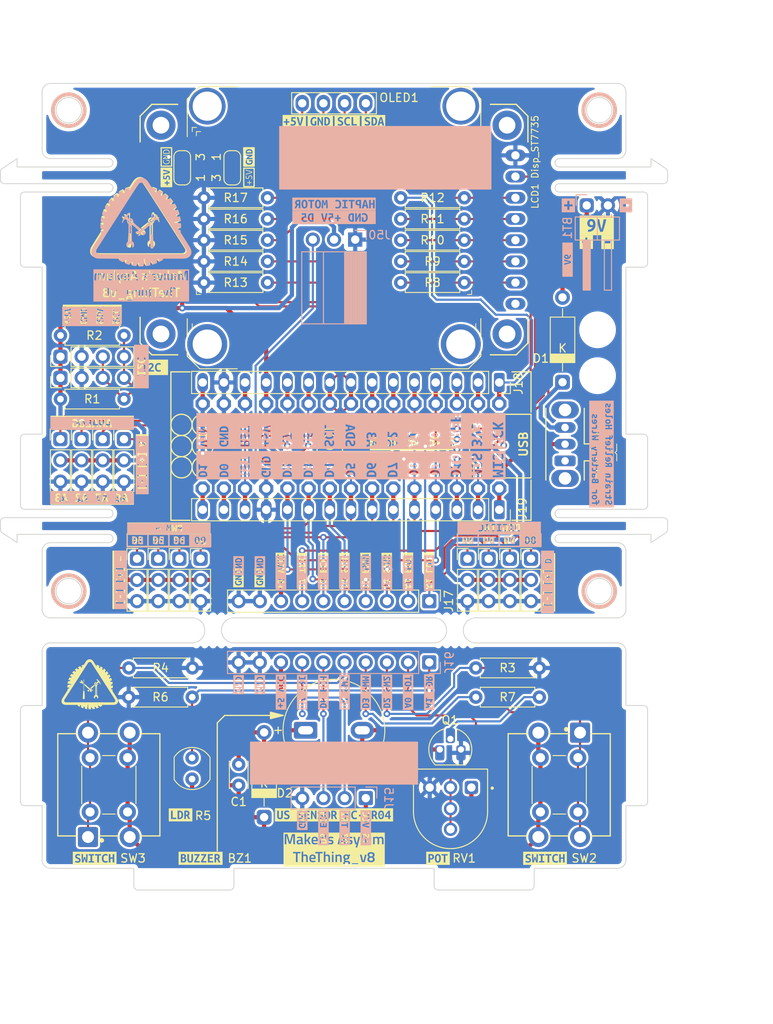
<source format=kicad_pcb>
(kicad_pcb (version 20241229) (generator "pcbnew") (generator_version "9.0")
  (title_block (title "TheThing") (date "2025-07-21") (rev "v8") (company "Maker's Asylum"))
  (layers (0 "F.Cu" signal) (2 "B.Cu" signal) (5 "F.SilkS" user "F.Silkscreen") (7 "B.SilkS" user "B.Silkscreen") (1 "F.Mask" user) (3 "B.Mask" user) (25 "Edge.Cuts" user))
  (net 0 "")
  (net 1 "/SCL")
  (net 2 "/SDA")
  (net 3 "GND")
  (net 4 "Net-(D2-A)")
  (net 5 "5V")
  (net 6 "/D5")
  (net 7 "/D8")
  (net 8 "D2")
  (net 9 "D4")
  (net 10 "/D9")
  (net 11 "/D10")
  (net 12 "/MOSI")
  (net 13 "/MISO")
  (net 14 "/SCK")
  (net 15 "/RST1")
  (net 16 "/D0")
  (net 17 "/D1")
  (net 18 "/A7")
  (net 19 "/A6")
  (net 20 "/A3")
  (net 21 "/A2")
  (net 22 "D7")
  (net 23 "D6")
  (net 24 "/AREF")
  (net 25 "/3V3")
  (net 26 "/VIN")
  (net 27 "/9V")
  (net 28 "/8V3")
  (net 29 "/Add_on_Board/D6")
  (net 30 "D3")
  (net 31 "A0")
  (net 32 "A1")
  (net 33 "Net-(Q1-B)")
  (net 34 "/Add_on_Board/D7")
  (net 35 "/Add_on_Board/D2")
  (net 36 "/Add_on_Board/D4")
  (net 37 "/Add_on_Board/D3")
  (net 38 "/Add_on_Board/A0")
  (net 39 "/Add_on_Board/5V")
  (net 40 "/Add_on_Board/GND")
  (net 41 "/Add_on_Board/A1")
  (net 44 "/LCD_MOSI")
  (net 45 "/LCD_D9")
  (net 46 "/LCD_D10")
  (net 47 "/LCD_D8")
  (net 48 "/LCD_SCK")
  (net 49 "/GND_OLED")
  (net 50 "/5V_OLED")
  (footprint "BagTag:kibuzzard-67A22DF7" (layer "F.Cu") (at 70 125.6)
    (property "Reference" "kibuzzard-67A22DF7" (hide yes))
    (property "Value" "G***" (hide yes))
  )
  (footprint "BagTag:MouseBiteHole_0.5mm" (layer "F.Cu") (at 57.5 105.2 180)
    (property "Reference" "REF**" (hide yes))
    (property "Value" "MouseBiteHole_0.5mm" (hide yes))
  )
  (footprint "BagTag:SW_CuK_OS102011MA1QN1_SPDT_Angled" (layer "F.Cu") (at 97.7 83.2 90)
    (property "Reference" "SW1")
    (property "Value" "ON")
  )
  (footprint "BagTag:PinHeader_1x04_P2.54mm_Vertical" (layer "F.Cu") (at 37.2 70.72 90)
    (property "Reference" "J1" (hide yes))
    (property "Value" "Conn_I2C" (hide yes))
  )
  (footprint "BagTag:kibuzzard-682712AE" (layer "F.Cu") (at 69.99 42.6)
    (property "Reference" "kibuzzard-682712AE" (hide yes))
    (property "Value" "G***" (hide yes))
  )
  (footprint "BagTag:kibuzzard-681CE6A6" (layer "F.Cu") (at 58.54 97.189 90)
    (property "Reference" "kibuzzard-681CE6A6" (hide yes))
    (property "Value" "G***" (hide yes))
  )
  (footprint "BagTag:PinHeader_1x01_P2.54mm_Vertical" (layer "F.Cu") (at 72.032 76.35 180)
    (property "Reference" "J39" (hide yes))
    (property "Value" "A4" (hide yes))
  )
  (footprint "BagTag:R_Axial_DIN0207_L6.3mm_D2.5mm_P7.62mm_Horizontal" (layer "F.Cu") (at 78 61.85)
    (property "Reference" "R8")
    (property "Value" "10k")
  )
  (footprint "BagTag:D_DO-41_SOD81_P10.16mm_Horizontal" (layer "F.Cu") (at 97.4 73.78 90)
    (property "Reference" "D1")
    (property "Value" "1N4001")
  )
  (footprint "BagTag:MouseBiteHole_0.5mm" (layer "F.Cu") (at 56.5 101.8)
    (property "Reference" "REF**" (hide yes))
    (property "Value" "MouseBiteHole_0.5mm" (hide yes))
  )
  (footprint "BagTag:PinHeader_1x01_P2.54mm_Vertical" (layer "F.Cu") (at 56.792 76.35 180)
    (property "Reference" "J48" (hide yes))
    (property "Value" "GND1" (hide yes))
  )
  (footprint "BagTag:kibuzzard-681CED7D" (layer "F.Cu") (at 47 83.5 90)
    (property "Reference" "kibuzzard-681CED7D" (hide yes))
    (property "Value" "G***" (hide yes))
  )
  (footprint "BagTag:PinHeader_1x10_P2.54mm_Vertical" (layer "F.Cu") (at 81.425 100 -90)
    (property "Reference" "J17")
    (property "Value" "Conn_01x10" (hide yes))
  )
  (footprint "BagTag:PinHeader_1x03_P2.54mm_Vertical" (layer "F.Cu") (at 51.46 94.92)
    (property "Reference" "J9" (hide yes))
    (property "Value" "Conn_01x03" (hide yes))
  )
  (footprint "BagTag:kibuzzard-687E01B3" (layer "F.Cu") (at 68.7 96.3 90)
    (property "Reference" "kibuzzard-687E01B3" (hide yes))
    (property "Value" "G***" (hide yes))
  )
  (footprint "BagTag:R_Axial_DIN0207_L6.3mm_D2.5mm_P7.62mm_Horizontal" (layer "F.Cu") (at 62.02 59.31 180)
    (property "Reference" "R14")
    (property "Value" "20k")
  )
  (footprint "BagTag:R_Axial_DIN0207_L6.3mm_D2.5mm_P7.62mm_Horizontal" (layer "F.Cu") (at 37.2 75.8)
    (property "Reference" "R1")
    (property "Value" "10k")
  )
  (footprint "BagTag:MouseBiteHole_0.5mm" (layer "F.Cu") (at 85.5 105.2 180)
    (property "Reference" "REF**" (hide yes))
    (property "Value" "MouseBiteHole_0.5mm" (hide yes))
  )
  (footprint "BagTag:kibuzzard-688B04F2" (layer "F.Cu") (at 41 87.75)
    (property "Reference" "kibuzzard-688B04F2" (hide yes))
    (property "Value" "G***" (hide yes))
  )
  (footprint "BagTag:kibuzzard-67A22DCA" (layer "F.Cu") (at 41.3 130.8)
    (property "Reference" "kibuzzard-67A22DCA" (hide yes))
    (property "Value" "G***" (hide yes))
  )
  (footprint "BagTag:R_Axial_DIN0207_L6.3mm_D2.5mm_P7.62mm_Horizontal" (layer "F.Cu") (at 45.4 108)
    (property "Reference" "R4")
    (property "Value" "10k")
  )
  (footprint "BagTag:kibuzzard-681D13E1" (layer "F.Cu") (at 89.8 91.2)
    (property "Reference" "kibuzzard-681D13E1" (hide yes))
    (property "Value" "G***" (hide yes))
  )
  (footprint "BagTag:kibuzzard-687E019A" (layer "F.Cu") (at 66.16 96.3 90)
    (property "Reference" "kibuzzard-687E019A" (hide yes))
    (property "Value" "G***" (hide yes))
  )
  (footprint "BagTag:PinSocket_1x15_P2.54mm_Vertical" (layer "F.Cu") (at 89.812 73.81 -90)
    (property "Reference" "J18")
    (property "Value" "Conn_01x15" (hide yes))
  )
  (footprint "BagTag:R_Axial_DIN0207_L6.3mm_D2.5mm_P7.62mm_Horizontal" (layer "F.Cu") (at 78 54.23)
    (property "Reference" "R11")
    (property "Value" "10k")
  )
  (footprint "BagTag:PinHeader_1x03_P2.54mm_Vertical" (layer "F.Cu") (at 54 94.92)
    (property "Reference" "J10" (hide yes))
    (property "Value" "Conn_01x03" (hide yes))
  )
  (footprint "BagTag:kibuzzard-688B0CB0" (layer "F.Cu") (at 53.95 92.7)
    (property "Reference" "kibuzzard-688B0CB0" (hide yes))
    (property "Value" "G***" (hide yes))
  )
  (footprint "BagTag:PinHeader_1x01_P2.54mm_Vertical" (layer "F.Cu") (at 66.952 76.35 180)
    (property "Reference" "J37" (hide yes))
    (property "Value" "A6" (hide yes))
  )
  (footprint "BagTag:MouseBiteHole_0.5mm" (layer "F.Cu") (at 85.5 101.8)
    (property "Reference" "REF**" (hide yes))
    (property "Value" "MouseBiteHole_0.5mm" (hide yes))
  )
  (footprint "BagTag:kibuzzard-68220AD1" (layer "F.Cu") (at 48.1 72)
    (property "Reference" "kibuzzard-68220AD1" (hide yes))
    (property "Value" "G***" (hide yes))
  )
  (footprint "BagTag:kibuzzard-681CF111" (layer "F.Cu") (at 79.3 81.15)
    (property "Reference" "kibuzzard-681CF111" (hide yes))
    (property "Value" "G***" (hide yes))
  )
  (footprint "BagTag:PinHeader_1x01_P2.54mm_Vertical" (layer "F.Cu") (at 77.112 86.51 180)
    (property "Reference" "J25" (hide yes))
    (property "Value" "D7" (hide yes))
  )
  (footprint "BagTag:PinHeader_1x03_P2.54mm_Vertical" (layer "F.Cu") (at 46.38 94.92)
    (property "Reference" "J7" (hide yes))
    (property "Value" "Conn_01x03" (hide yes))
  )
  (footprint "BagTag:Disp_TFT_LCD_128x128" (layer "F.Cu") (at 70.25 55.5 180)
    (property "Reference" "LCD1")
    (property "Value" "Disp_ST7735")
  )
  (footprint "BagTag:kibuzzard-67A22DE4" (layer "F.Cu") (at 95.3 130.8)
    (property "Reference" "kibuzzard-67A22DE4" (hide yes))
    (property "Value" "G***" (hide yes))
  )
  (footprint "BagTag:MouseBiteHole_0.5mm" (layer "F.Cu") (at 54.5 101.8)
    (property "Reference" "REF**" (hide yes))
    (property "Value" "MouseBiteHole_0.5mm" (hide yes))
  )
  (footprint "BagTag:SWITCH_PUSH_6mm_12mm" (layer "F.Cu") (at 97 122 -90)
    (property "Reference" "SW2")
    (property "Value" "ON")
  )
  (footprint "BagTag:kibuzzard-681CE705" (layer "F.Cu") (at 73.78 96.3 90)
    (property "Reference" "kibuzzard-681CE705" (hide yes))
    (property "Value" "G***" (hide yes))
  )
  (footprint "BagTag:kibuzzard-688B0B80" (layer "F.Cu") (at 48.95 92.7)
    (property "Reference" "kibuzzard-688B0B80" (hide yes))
    (property "Value" "G***" (hide yes))
  )
  (footprint "BagTag:PinHeader_1x01_P2.54mm_Vertical" (layer "F.Cu") (at 61.872 86.51 180)
    (property "Reference" "J49" (hide yes))
    (property "Value" "GND2" (hide yes))
  )
  (footprint "BagTag:kibuzzard-688B068F" (layer "F.Cu") (at 86.05 92.7)
    (property "Reference" "kibuzzard-688B068F" (hide yes))
    (property "Value" "G***" (hide yes))
  )
  (footprint "BagTag:MouseBiteHole_0.5mm" (layer "F.Cu") (at 82.5 101.8)
    (property "Reference" "REF**" (hide yes))
    (property "Value" "MouseBiteHole_0.5mm" (hide yes))
  )
  (footprint "BagTag:PinHeader_1x01_P2.54mm_Vertical" (layer "F.Cu") (at 69.492 76.35 180)
    (property "Reference" "J38" (hide yes))
    (property "Value" "A5" (hide yes))
  )
  (footprint "BagTag:kibuzzard-681CE6E0" (layer "F.Cu") (at 63.62 96.3 90)
    (property "Reference" "kibuzzard-681CE6E0" (hide yes))
    (property "Value" "G***" (hide yes))
  )
  (footprint "BagTag:PinHeader_1x01_P2.54mm_Vertical" (layer "F.Cu") (at 59.332 86.51 180)
    (property "Reference" "J33" (hide yes))
    (property "Value" "RST1" (hide yes))
  )
  (footprint "BagTag:MouseBiteHole_0.5mm" (layer "F.Cu") (at 86.5 101.8)
    (property "Reference" "REF**" (hide yes))
    (property "Value" "MouseBiteHole_0.5mm" (hide yes))
  )
  (footprint "BagTag:PinHeader_1x03_P2.54mm_Vertical" (layer "F.Cu") (at 86 94.92)
    (property "Reference" "J3" (hide yes))
    (property "Value" "Conn_01x03" (hide yes))
  )
  (footprint "BagTag:PinHeader_1x01_P2.54mm_Vertical" (layer "F.Cu") (at 61.872 76.35 180)
    (property "Reference" "J46" (hide yes))
    (property "Value" "5V" (hide yes))
  )
  (footprint "BagTag:MouseBiteHole_0.5mm" (layer "F.Cu") (at 56.5 105.2 180)
    (property "Reference" "REF**" (hide yes))
    (property "Value" "MouseBiteHole_0.5mm" (hide yes))
  )
  (footprint "BagTag:PinHeader_1x01_P2.54mm_Vertical" (layer "F.Cu") (at 64.412 86.51 180)
    (property "Reference" "J20" (hide yes))
    (property "Value" "D2" (hide yes))
  )
  (footprint "BagTag:R_Axial_DIN0207_L6.3mm_D2.5mm_P7.62mm_Horizontal" (layer "F.Cu") (at 87 108)
    (property "Reference" "R3")
    (property "Value" "10k")
  )
  (footprint "BagTag:MouseBiteHole_0.5mm" (layer "F.Cu") (at 55.5 101.8)
    (property "Reference" "REF**" (hide yes))
    (property "Value" "MouseBiteHole_0.5mm" (hide yes))
  )
  (footprint "BagTag:kibuzzard-681CEDBE" (layer "F.Cu") (at 44.2 97.45 90)
    (property "Reference" "kibuzzard-681CEDBE" (hide yes))
    (property "Value" "G***" (hide yes))
  )
  (footprint "BagTag:PinHeader_1x01_P2.54mm_Vertical" (layer "F.Cu") (at 56.792 86.51 180)
    (property "Reference" "J34" (hide yes))
    (property "Value" "D0" (hide yes))
  )
  (footprint "BagTag:kibuzzard-681CE715" (layer "F.Cu") (at 81.4 96.3 90)
    (property "Reference" "kibuzzard-681CE715" (hide yes))
    (property "Value" "G***" (hide yes))
  )
  (footprint "BagTag:MouseBiteHole_0.5mm" (layer "F.Cu") (at 54.5 105.2 180)
    (property "Reference" "REF**" (hide yes))
    (property "Value" "MouseBiteHole_0.5mm" (hide yes))
  )
  (footprint "BagTag:MouseBiteHole_0.5mm" (layer "F.Cu") (at 86.5 105.2 180)
    (property "Reference" "REF**" (hide yes))
    (property "Value" "MouseBiteHole_0.5mm" (hide yes))
  )
  (footprint "BagTag:PinHeader_1x01_P2.54mm_Vertical" (layer "F.Cu") (at 74.572 76.35 180)
    (property "Reference" "J40" (hide yes))
    (property "Value" "A3" (hide yes))
  )
  (footprint "BagTag:MouseBiteHole_0.5mm" (layer "F.Cu") (at 84.5 105.2 180)
    (property "Reference" "REF**" (hide yes))
    (property "Value" "MouseBiteHole_0.5mm" (hide yes))
  )
  (footprint "BagTag:kibuzzard-688B07C0" (layer "F.Cu") (at 91.05 92.7)
    (property "Reference" "kibuzzard-688B07C0" (hide yes))
    (property "Value" "G***" (hide yes))
  )
  (footprint "BagTag:kibuzzard-6827114F" (layer "F.Cu") (at 59.826198 46.8 90)
    (property "Reference" "kibuzzard-6827114F" (hide yes))
    (property "Value" "G***" (hide yes))
  )
  (footprint "BagTag:R_LDR_4.9x4.2mm_P2.54mm_Vertical" (layer "F.Cu") (at 52.982 121.308 90)
    (property "Reference" "R5")
    (property "Value" "LDR")
  )
  (footprint "BagTag:PinHeader_1x01_P2.54mm_Vertical" (layer "F.Cu") (at 77.112 76.35 180)
    (property "Reference" "J41" (hide yes))
    (property "Value" "A2" (hide yes))
  )
  (footprint "BagTag:MountingHole_4.3mm_M4" (layer "F.Cu") (at 101.6 73)
    (property "Reference" "H2" (hide yes))
    (property "Value" "MountingHole" (hide yes))
  )
  (footprint "BagTag:PinHeader_1x01_P2.54mm_Vertical" (layer "F.Cu") (at 69.492 86.51 180)
    (property "Reference" "J22" (hide yes))
    (property "Value" "D4" (hide yes))
  )
  (footprint "BagTag:PinHeader_1x03_P2.54mm_Vertical" (layer "F.Cu") (at 44.81 80.6)
    (property "Reference" "J11" (hide yes))
    (property "Value" "Conn_01x03" (hide yes))
  )
  (footprint "BagTag:kibuzzard-64612FA6" (layer "F.Cu") (at 100.25 56.99 180)
    (property "Reference" "kibuzzard-64612FA6" (hide yes))
    (property "Value" "G***" (hide yes))
  )
  (footprint "BagTag:Disp_128x64OLED" (layer "F.Cu") (at 70 55.268)
    (property "Reference" "OLED1")
    (property "Value" "Disp_SSD1306")
  )
  (footprint "BagTag:kibuzzard-681D14E6" (layer "F.Cu") (at 50.2 91.2)
    (property "Reference" "kibuzzard-681D14E6" (hide yes))
    (property "Value" "G***" (hide yes))
  )
  (footprint "BagTag:kibuzzard-681CE70B" (layer "F.Cu") (at 76.32 96.3 90)
    (property "Reference" "kibuzzard-681CE70B" (hide yes))
    (property "Value" "G***" (hide yes))
  )
  (footprint "BagTag:MouseBiteHole_0.5mm" (layer "F.Cu") (at 57.5 101.8)
    (property "Reference" "REF**" (hide yes))
    (property "Value" "MouseBiteHole_0.5mm" (hide yes))
  )
  (footprint "BagTag:kibuzzard-688B07DB" (layer "F.Cu") (at 93.55 92.7)
    (property "Reference" "kibuzzard-688B07DB" (hide yes))
    (property "Value" "G***" (hide yes))
  )
  (footprint "BagTag:PinHeader_1x01_P2.54mm_Vertical" (layer "F.Cu") (at 84.732 76.35 180)
    (property "Reference" "J44" (hide yes))
    (property "Value" "AREF" (hide yes))
  )
  (footprint "BagTag:kibuzzard-688B0B7B" (layer "F.Cu") (at 46.45 92.7)
    (property "Reference" "kibuzzard-688B0B7B" (hide yes))
    (property "Value" "G***" (hide yes))
  )
  (footprint "BagTag:MouseBiteHole_0.5mm" (layer "F.Cu") (at 83.5 101.8)
    (property "Reference" "REF**" (hide yes))
    (property "Value" "MouseBiteHole_0.5mm" (hide yes))
  )
  (footprint "BagTag:PinSocket_1x15_P2.54mm_Vertical" (layer "F.Cu") (at 89.812 89.05 -90)
    (property "Reference" "J19")
    (property "Value" "Conn_01x15" (hide yes))
  )
  (footprint "BagTag:PinHeader_1x01_P2.54mm_Vertical" (layer "F.Cu") (at 64.412 76.35 180)
    (property "Reference" "J36" (hide yes))
    (property "Value" "A7" (hide yes))
  )
  (footprint "BagTag:TRIM_601040" (layer "F.Cu") (at 83.97 125.194 180)
    (property "Reference" "RV1")
    (property "Value" "100k")
  )
  (footprint "BagTag:R_Axial_DIN0207_L6.3mm_D2.5mm_P7.62mm_Horizontal" (layer "F.Cu") (at 62.02 54.23 180)
    (property "Reference" "R16")
    (property "Value" "20k")
  )
  (footprint "BagTag:kibuzzard-681CE6D9" (layer "F.Cu") (at 61.09 97.189 90)
    (property "Reference" "kibuzzard-681CE6D9" (hide yes))
    (property "Value" "G***" (hide yes))
  )
  (footprint "BagTag:kibuzzard-681CEE16" (layer "F.Cu") (at 95.75 97.75 90)
    (property "Reference" "kibuzzard-681CEE16" (hide yes))
    (property "Value" "G***" (hide yes))
  )
  (footprint "BagTag:C_Disc_D3.0mm_W2.0mm_P2.50mm" (layer "F.Cu") (at 58.57 122.05 90)
    (property "Reference" "C1")
    (property "Value" "100n")
  )
  (footprint "BagTag:R_Axial_DIN0207_L6.3mm_D2.5mm_P7.62mm_Horizontal" (layer "F.Cu") (at 62.02 51.69 180)
    (property "Reference" "R17")
    (property "Value" "20k")
  )
  (footprint "BagTag:TO-92_HandSolder" (layer "F.Cu") (at 82.68 117.77)
    (property "Reference" "Q1")
    (property "Value" "BC547")
  )
  (footprint "BagTag:D_DO-41_SOD81_P10.16mm_Horizontal" (layer "F.Cu") (at 61.618 125.88 90)
    (property "Reference" "D2")
    (property "Value" "1N5819")
  )
  (footprint "BagTag:kibuzzard-682711E3" (layer "F.Cu") (at 49.926198 49.25 90)
    (property "Reference" "kibuzzard-682711E3" (hide yes))
    (property "Value" "G***" (hide yes))
  )
  (footprint "BagTag:R_Axial_DIN0207_L6.3mm_D2.5mm_P7.62mm_Horizontal" (layer "F.Cu") (at 53 111.5 180)
    (property "Reference" "R6")
    (property "Value" "10k")
  )
  (footprint "BagTag:kibuzzard-68271661" (layer "F.Cu") (at 70.1 48)
    (property "Reference" "kibuzzard-68271661" (hide yes))
    (property "Value" "G***" (hide yes))
  )
  (footprint "BagTag:PinHeader_1x01_P2.54mm_Vertical" (layer "F.Cu") (at 74.572 86.51 180)
    (property "Reference" "J24" (hide yes))
    (property "Value" "D6" (hide yes))
  )
  (footprint "BagTag:kibuzzard-688B0B86" (layer "F.Cu") (at 51.45 92.7)
    (property "Reference" "kibuzzard-688B0B86" (hide yes))
    (property "Value" "G***" (hide yes))
  )
  (footprint "BagTag:MouseBiteHole_0.5mm" (layer "F.Cu") (at 53.5 101.8)
    (property "Reference" "REF**" (hide yes))
    (property "Value" "MouseBiteHole_0.5mm" (hide yes))
  )
  (footprint "BagTag:PinHeader_1x01_P2.54mm_Vertical" (layer "F.Cu") (at 89.812 86.51 180)
    (property "Reference" "J30" (hide yes))
    (property "Value" "D12" (hide yes))
  )
  (footprint "BagTag:PinHeader_1x03_P2.54mm_Vertical" (layer "F.Cu") (at 37.19 80.6)
    (property "Reference" "J14" (hide yes))
    (property "Value" "Conn_01x03" (hide yes))
  )
  (footprint "BagTag:PinHeader_1x01_P2.54mm_Vertical" (layer "F.Cu") (at 79.652 76.35 180)
    (property "Reference" "J42" (hide yes))
    (property "Value" "A1" (hide yes))
  )
  (footprint "BagTag:R_Axial_DIN0207_L6.3mm_D2.5mm_P7.62mm_Horizontal" (layer "F.Cu") (at 78 56.77)
    (property "Reference" "R10")
    (property "Value" "10k")
  )
  (footprint "BagTag:PinHeader_1x01_P2.54mm_Vertical" (layer "F.Cu") (at 84.732 86.51 180)
    (property "Reference" "J28" (hide yes))
    (property "Value" "D10" (hide yes))
  )
  (footprint "BagTag:MouseBiteHole_0.5mm" (layer "F.Cu") (at 55.5 105.2 180)
    (property "Reference" "REF**" (hide yes))
    (property "Value" "MouseBiteHole_0.5mm" (hide yes))
  )
  (footprint "BagTag:kibuzzard-64612FED" (layer "F.Cu") (at 102.8 57)
    (property "Reference" "kibuzzard-64612FED" (hide yes))
    (property "Value" "G***" (hide yes))
  )
  (footprint "BagTag:kibuzzard-688B05AD" (layer "F.Cu") (at 101.5 55)
    (property "Reference" "kibuzzard-688B05AD" (hide yes))
    (property "Value" "G***" (hide yes))
  )
  (footprint "BagTag:PinHeader_1x01_P2.54mm_Vertical" (layer "F.Cu") (at 54.252 76.35 180)
    (property "Reference" "J45" (hide yes))
    (property "Value" "VIN" (hide yes))
  )
  (footprint "BagTag:MouseBiteHole_0.5mm" (layer "F.Cu") (at 83.5 105.2 180)
    (property "Reference" "REF**" (hide yes))
    (property "Value" "MouseBiteHole_0.5mm" (hide yes))
  )
  (footprint "BagTag:MouseBiteHole_0.5mm" (layer "F.Cu") (at 53.5 105.2 180)
    (property "Reference" "REF**" (hide yes))
    (property "Value" "MouseBiteHole_0.5mm" (hide yes))
  )
  (footprint "BagTag:PinHeader_1x01_P2.54mm_Vertical" (layer "F.Cu") (at 79.652 86.51 180)
    (property "Reference" "J26" (hide yes))
    (property "Value" "D8" (hide yes))
  )
  (footprint "BagTag:PinHeader_1x01_P2.54mm_Vertical" (layer "F.Cu") (at 59.332 76.35 180)
    (property "Reference" "J32" (hide yes))
    (property "Value" "RST1" (hide yes))
  )
  (footprint "BagTag:PinHeader_1x01_P2.54mm_Vertical" (layer "F.Cu") (at 89.812 76.35 180)
    (property "Reference" "J31" (hide yes))
    (property "Value" "D13" (hide yes))
  )
  (footprint "BagTag:PinHeader_1x03_P2.54mm_Vertical" (layer "F.Cu") (at 39.73 80.6)
    (property "Reference" "J13" (hide yes))
    (property "Value" "Conn_01x03" (hide yes))
  )
  (footprint "BagTag:PinHeader_1x01_P2.54mm_Vertical" (layer "F.Cu") (at 87.272 86.51 180)
    (property "Reference" "J29" (hide yes))
    (property "Value" "D11" (hide yes))
  )
  (footprint "BagTag:kibuzzard-681CE6FF" (layer "F.Cu") (at 71.24 96.3 90)
    (property "Reference" "kibuzzard-681CE6FF" (hide yes))
    (property "Value" "G***" (hide yes))
  )
  (footprint "BagTag:R_Axial_DIN0207_L6.3mm_D2.5mm_P7.62mm_Horizontal" (layer "F.Cu") (at 78 51.69)
    (property "Reference" "R12")
    (property "Value" "10k")
  )
  (footprint "BagTag:R_Axial_DIN0207_L6.3mm_D2.5mm_P7.62mm_Horizontal" (layer "F.Cu") (at 62.02 56.77 180)
    (property "Reference" "R15")
    (property "Value" "20k")
  )
  (footprint "BagTag:kibuzzard-681CE710" (layer "F.Cu") (at 78.86 96.3 90)
    (property "Reference" "kibuzzard-681CE710" (hide yes))
    (property "Value" "G***" (hide yes))
  )
  (footprint "BagTag:SWITCH_PUSH_6mm_12mm" (layer "F.Cu") (at 43 122 90)
    (property "Reference" "SW3")
    (property "Value" "ON")
  )
  (footprint "BagTag:R_Axial_DIN0207_L6.3mm_D2.5mm_P7.62mm_Horizontal" (layer "F.Cu") (at 62.02 61.85 180)
    (property "Reference" "R13")
    (property "Value" "20k")
  )
  (footprint "BagTag:Buzzer_12x9.5RM7.6" (layer "F.Cu") (at 69.99 115.466)
    (property "Reference" "BZ1")
    (property "Value" "Buzzer_WT-1205")
  )
  (footprint "BagTag:kibuzzard-681CEF1C" (layer "F.Cu") (at 41.01 65.65 90)
    (property "Reference" "kibuzzard-681CEF1C" (hide yes))
    (property "Value" "G***" (hide yes))
  )
  (footprint "BagTag:PinHeader_1x03_P2.54mm_Vertical" (layer "F.Cu") (at 88.54 94.92)
    (property "Reference" "J4" (hide yes))
    (property "Value" "Conn_01x03" (hide yes))
  )
  (footprint "BagTag:PinHeader_1x01_P2.54mm_Vertical" (layer "F.Cu") (at 82.192 76.35 180)
    (property "Reference" "J43" (hide yes))
    (property "Value" "A0" (hide yes))
  )
  (footprint "BagTag:kibuzzard-67A22DDD" (layer "F.Cu") (at 82.47 130.8)
    (property "Reference" "kibuzzard-67A22DDD" (hide yes))
    (property "Value" "G***" (hide yes))
  )
  (footprint "BagTag:PinHeader_1x01_P2.54mm_Vertical" (layer "F.Cu") (at 54.252 86.51 180)
    (property "Reference" "J35" (hide yes))
    (property "Value" "D1" (hide yes))
  )
  (footprint "BagTag:PinHeader_1x01_P2.54mm_Vertical" (layer "F.Cu") (at 82.192 86.51 180)
    (property "Reference" "J27" (hide yes))
    (property "Value" "D9" (hide yes))
  )
  (footprint "BagTag:MA_logo_12mmx10mm" (layer "F.Cu") (at 46.75 54.5)
    (property "Reference" "G***" (hide yes))
    (property "Value" "LOGO" (hide yes))
  )
  (footprint "BagTag:kibuzzard-688B06AA" (layer "F.Cu") (at 88.55 92.7)
    (property "Reference" "kibuzzard-688B06AA" (hide yes))
    (property "Value" "G***" (hide yes))
  )
  (footprint "BagTag:R_Axial_DIN0207_L6.3mm_D2.5mm_P7.62mm_Horizontal" (layer "F.Cu") (at 37.2 68.18)
    (property "Reference" "R2")
    (property "Value" "10k")
  )
  (footprint "BagTag:MountingHole_4.3mm_M4" (layer "F.Cu") (at 101.6 67.5)
    (property "Reference" "H1" (hide yes))
    (property "Value" "MountingHole" (hide yes))
  )
  (footprint "BagTag:MouseBiteHole_0.5mm" (layer "F.Cu") (at 82.5 105.2 180)
    (property "Reference" "REF**" (hide yes))
    (property "Value" "MouseBiteHole_0.5mm" (hide yes))
  )
  (footprint "BagTag:PinHeader_1x03_P2.54mm_Vertical" (layer "F.Cu") (at 48.92 94.92)
    (property "Reference" "J8" (hide yes))
    (property "Value" "Conn_01x03" (hide yes))
  )
  (footprint "BagTag:kibuzzard-67A22DD3" (layer "F.Cu") (at 51.6 125.6)
    (property "Reference" "kibuzzard-67A22DD3" (hide yes))
    (property "Value" "G***" (hide yes))
  )
  (footprint "BagTag:MouseBiteHole_0.5mm" (layer "F.Cu") (at 84.5 101.8)
    (property "Reference" "REF**" (hide yes))
    (property "Value" "MouseBiteHole_0.5mm" (hide yes))
  )
  (footprint "BagTag:PinHeader_1x01_P2.54mm_Vertical" (layer "F.Cu") (at 66.952 86.51 180)
    (property "Reference" "J21" (hide yes))
    (property "Value" "D3" (hide yes))
  )
  (footprint "BagTag:R_Axial_DIN0207_L6.3mm_D2.5mm_P7.62mm_Horizontal" (layer "F.Cu") (at 78 59.31)
    (property "Reference" "R9")
    (property "Value" "10k")
  )
  (footprint "BagTag:PinHeader_1x03_P2.54mm_Vertical" (layer "F.Cu") (at 91.08 94.92)
    (property "Reference" "J5" (hide yes))
    (property "Value" "Conn_01x03" (hide yes))
  )
  (footprint "BagTag:SolderJumper-3_P1.3mm_Bridged2Bar12_RoundedPad1.0x1.5mm_NumberLabels" (layer "F.Cu") (at 57.8 48.1 -90)
    (property "Reference" "NT6" (hide yes))
    (property "Value" "NetTie_3" (hide yes))
  )
  (footprint "BagTag:R_Axial_DIN0207_L6.3mm_D2.5mm_P7.62mm_Horizontal" (layer "F.Cu") (at 87 111.5)
    (property "Reference" "R7")
    (property "Value" "100E")
  )
  (footprint "BagTag:kibuzzard-681D1422" (layer "F.Cu") (at 41 78.5)
    (property "Reference" "kibuzzard-681D1422" (hide yes))
    (property "Value" "G***" (hide yes))
  )
  (footprint "BagTag:PinHeader_1x03_P2.54mm_Vertical" (layer "F.Cu") (at 42.27 80.6)
    (property "Reference" "J12" (hide yes))
    (property "Value" "Conn_01x03" (hide yes))
  )
  (footprint "BagTag:kibuzzard-681BBDCE" (layer "F.Cu") (at 54 130.8)
    (property "Reference" "kibuzzard-681BBDCE" (hide yes))
    (property "Value" "G***" (hide yes))
  )
  (footprint "BagTag:SolderJumper-3_P1.3mm_Bridged2Bar12_RoundedPad1.0x1.5mm_NumberLabels" (layer "F.Cu") (at 51.8 48.1 90)
    (property "Reference" "NT5" (hide yes))
    (property "Value" "NetTie_3" (hide yes))
  )
  (footprint "BagTag:PinHeader_1x01_P2.54mm_Vertical" (layer "F.Cu") (at 87.272 76.35 180)
    (property "Reference" "J47" (hide yes))
    (property "Value" "3V3" (hide yes))
  )
  (footprint "BagTag:PinHeader_1x04_P2.54mm_Vertical" (layer "F.Cu") (at 37.2 73.26 90)
    (property "Reference" "J2" (hide yes))
    (property "Value" "Conn_I2C" (hide yes))
  )
  (footprint "BagTag:PinHeader_1x01_P2.54mm_Vertical" (layer "F.Cu") (at 72.032 86.51 180)
    (property "Reference" "J23" (hide yes))
    (property "Value" "D5" (hide yes))
  )
  (footprint "BagTag:PinHeader_1x03_P2.54mm_Vertical" (layer "F.Cu") (at 93.62 94.92)
    (property "Reference" "J6" (hide yes))
    (property "Value" "Conn_01x03" (hide yes))
  )
  (footprint "BagTag:kibuzzard-681CE6D9" (layer "B.Cu") (at 61.11 95.761 90)
    (property "Reference" "kibuzzard-681CE6D9" (hide yes))
    (property "Value" "G***" (hide yes))
  )
  (footprint "BagTag:PinSocket_1x03_P2.54mm_Horizontal_haptic" (layer "B.Cu") (at 72.54 56.7 90)
    (property "Reference" "J50")
    (property "Value" "Conn_01x03")
  )
  (footprint "kibuzzard-688B4A2D" (layer "B.Cu") (at 44.4 97.45 90)
    (property "Reference" "kibuzzard-688B4A2D" (hide yes))
    (property "Value" "G***" (hide yes))
  )
  (footprint "BagTag:kibuzzard-687E1831" (layer "B.Cu") (at 102.07 82.39 90)
    (property "Reference" "kibuzzard-687E1831" (hide yes))
    (property "Value" "G***" (hide yes))
  )
  (footprint "BagTag:kibuzzard-681CE6FF" (layer "B.Cu") (at 71.26 96.65 90)
    (property "Reference" "kibuzzard-681CE6FF" (hide yes))
    (property "Value" "G***" (hide yes))
  )
  (footprint "BagTag:kibuzzard-64612FA6" (layer "B.Cu") (at 98.1 52.6 180)
    (property "Reference" "kibuzzard-64612FA6" (hide yes))
    (property "Value" "G***" (hide yes))
  )
  (footprint "BagTag:PinSocket_1x04_P2.54mm_Vertical" (layer "B.Cu") (at 73.81 123.594 90)
    (property "Reference" "J15")
    (property "Value" "HC-SR04")
  )
  (footprint "BagTag:kibuzzard-681CE6E0" (layer "B.Cu") (at 63.64 96.65 90)
    (property "Reference" "kibuzzard-681CE6E0" (hide yes))
    (property "Value" "G***" (hide yes))
  )
  (footprint "BagTag:kibuzzard-688B10BE" (layer "B.Cu") (at 40.95 87.6 180)
    (property "Reference" "kibuzzard-688B10BE" (hide yes))
    (property "Value" "G***" (hide yes))
  )
  (footprint "BagTag:kibuzzard-681D13E1" (layer "B.Cu") (at 89.809612 91.2 180)
    (property "Reference" "kibuzzard-681D13E1" (hide yes))
    (property "Value" "G***" (hide yes))
  )
  (footprint "BagTag:kibuzzard-687E01EA" (layer "B.Cu") (at 68.72 96.65 90)
    (property "Reference" "kibuzzard-687E01EA" (hide yes))
    (property "Value" "G***" (hide yes))
  )
  (footprint "BagTag:kibuzzard-688B1C9E" (layer "B.Cu") (at 70 54.05 180)
    (property "Reference" "kibuzzard-688B1C9E" (hide yes))
    (property "Value" "G***" (hide yes))
  )
  (footprint "BagTag:kibuzzard-688B06AA" (layer "B.Cu") (at 88.55 92.700001 180)
    (property "Reference" "kibuzzard-688B06AA" (hide yes))
    (property "Value" "G***" (hide yes))
  )
  (footprint "BagTag:kibuzzard-681CE715" (layer "B.Cu") (at 81.42 96.65 90)
    (property "Reference" "kibuzzard-681CE715" (hide yes))
    (property "Value" "G***" (hide yes))
  )
  (footprint "BagTag:kibuzzard-688B11BF" (layer "B.Cu") (at 68.73 127.15 90)
    (property "Reference" "kibuzzard-688B11BF" (hide yes))
    (property "Value" "G***" (hide yes))
  )
  (footprint "BagTag:kibuzzard-681CE6D9" (layer "B.Cu") (at 61.11 110.005 90)
    (property "Reference" "kibuzzard-681CE6D9" (hide yes))
    (property "Value" "G***" (hide yes))
  )
  (footprint "BagTag:kibuzzard-67A11942" (layer "B.Cu") (at 40.95 65.9 90)
    (property "Reference" "kibuzzard-67A11942" (hide yes))
    (property "Value" "G***" (hide yes))
  )
  (footprint "BagTag:kibuzzard-681CE710" (layer "B.Cu") (at 78.88 96.65 90)
    (property "Reference" "kibuzzard-681CE710" (hide yes))
    (property "Value" "G***" (hide yes))
  )
  (footprint "BagTag:kibuzzard-688B0B7B" (layer "B.Cu") (at 46.45 92.750001 180)
    (property "Reference" "kibuzzard-688B0B7B" (hide yes))
    (property "Value" "G***" (hide yes))
  )
  (footprint "BagTag:kibuzzard-681D00EA" (layer "B.Cu") (at 95.6 97.7 90)
    (property "Reference" "kibuzzard-681D00EA" (hide yes))
    (property "Value" "G***" (hide yes))
  )
  (footprint "BagTag:kibuzzard-688B11B5" (layer "B.Cu") (at 71.27 127.15 90)
    (property "Reference" "kibuzzard-688B11B5" (hide yes))
    (property "Value" "G***" (hide yes))
  )
  (footprint "BagTag:kibuzzard-688B0B80" (layer "B.Cu") (at 48.95 92.750001 180)
    (property "Reference" "kibuzzard-688B0B80" (hide yes))
    (property "Value" "G***" (hide yes))
  )
  (footprint "BagTag:kibuzzard-67A122C1" (layer "B.Cu") (at 66.19 126.261 90)
    (property "Reference" "kibuzzard-67A122C1" (hide yes))
    (property "Value" "G***" (hide yes))
  )
  (footprint "BagTag:kibuzzard-64612FED" (layer "B.Cu") (at 105 52.6 180)
    (property "Reference" "kibuzzard-64612FED" (hide yes))
    (property "Value" "G***" (hide yes))
  )
  (footprint "BagTag:kibuzzard-687E12B6" (layer "B.Cu") (at 98 59.1 -90)
    (property "Reference" "kibuzzard-687E12B6" (hide yes))
    (property "Value" "G***" (hide yes))
  )
  (footprint "BagTag:kibuzzard-688B07DB" (layer "B.Cu") (at 93.55 92.700001 180)
    (property "Reference" "kibuzzard-688B07DB" (hide yes))
    (property "Value" "G***" (hide yes))
  )
  (footprint "BagTag:kibuzzard-681CE715" (layer "B.Cu") (at 81.42 110.894 90)
    (property "Reference" "kibuzzard-681CE715" (hide yes))
    (property "Value" "G***" (hide yes))
  )
  (footprint "BagTag:kibuzzard-67A20273" (layer "B.Cu") (at 41 78.7 180)
    (property "Reference" "kibuzzard-67A20273" (hide yes))
    (property "Value" "G***" (hide yes))
  )
  (footprint "BagTag:kibuzzard-681CE705" (layer "B.Cu") (at 73.8 110.894 90)
    (property "Reference" "kibuzzard-681CE705" (hide yes))
    (property "Value" "G***" (hide yes))
  )
  (footprint "BagTag:kibuzzard-688B0B86" (layer "B.Cu") (at 51.45 92.750001 180)
    (property "Reference" "kibuzzard-688B0B86" (hide yes))
    (property "Value" "G***" (hide yes))
  )
  (footprint "BagTag:kibuzzard-688B0CB0" (layer "B.Cu") (at 53.95 92.750001 180)
    (property "Reference" "kibuzzard-688B0CB0" (hide yes))
    (property "Value" "G***" (hide yes))
  )
  (footprint "BagTag:kibuzzard-681CE710" (layer "B.Cu") (at 78.88 110.894 90)
    (property "Reference" "kibuzzard-681CE710" (hide yes))
    (property "Value" "G***" (hide yes))
  )
  (footprint "BagTag:kibuzzard-688B068F" (layer "B.Cu") (at 86.05 92.700001 180)
    (property "Reference" "kibuzzard-688B068F" (hide yes))
    (property "Value" "G***" (hide yes))
  )
  (footprint "BagTag:kibuzzard-681CE6E0" (layer "B.Cu") (at 63.64 110.894 90)
    (property "Reference" "kibuzzard-681CE6E0" (hide yes))
    (property "Value" "G***" (hide yes))
  )
  (footprint "BagTag:kibuzzard-67A122A3" (layer "B.Cu") (at 73.81 127.15 90)
    (property "Reference" "kibuzzard-67A122A3" (hide yes))
    (property "Value" "G***" (hide yes))
  )
  (footprint "BagTag:kibuzzard-681CE70B" (layer "B.Cu") (at 76.34 110.894 90)
    (property "Reference" "kibuzzard-681CE70B" (hide yes))
    (property "Value" "G***" (hide yes))
  )
  (footprint "BagTag:kibuzzard-681CE6FF" (layer "B.Cu") (at 71.26 110.894 90)
    (property "Reference" "kibuzzard-681CE6FF" (hide yes))
    (property "Value" "G***" (hide yes))
  )
  (footprint "BagTag:MA_logo_12mmx10mm" (layer "B.Cu") (at 46.9 54.6 180)
    (property "Reference" "G***" (hide yes))
    (property "Value" "LOGO" (hide yes))
  )
  (footprint "BagTag:kibuzzard-681D14E6" (layer "B.Cu") (at 50.2 91.250001 180)
    (property "Reference" "kibuzzard-681D14E6" (hide yes))
    (property "Value" "G***" (hide yes))
  )
  (footprint "BagTag:kibuzzard-681D0124" (layer "B.Cu") (at 47 83.7 90)
    (property "Reference" "kibuzzard-681D0124" (hide yes))
    (property "Value" "G***" (hide yes))
  )
  (footprint "BagTag:PinHeader_1x10_P2.54mm_Vertical" (layer "B.Cu") (at 81.42 107.338 90)
    (property "Reference" "J16")
    (property "Value" "Conn_01x10" (hide yes))
  )
  (footprint "BagTag:kibuzzard-688B07C0" (layer "B.Cu") (at 91.05 92.700001 180)
    (property "Reference" "kibuzzard-688B07C0" (hide yes))
    (property "Value" "G***" (hide yes))
  )
  (footprint "BagTag:kibuzzard-681CE6A6" (layer "B.Cu") (at 58.56 110.005 90)
    (property "Reference" "kibuzzard-681CE6A6" (hide yes))
    (property "Value" "G***" (hide yes))
  )
  (footprint "BagTag:kibuzzard-681CE6A6" (layer "B.Cu") (at 58.56 95.761 90)
    (property "Reference" "kibuzzard-681CE6A6" (hide yes))
    (property "Value" "G***" (hide yes))
  )
  (footprint "BagTag:kibuzzard-681CE70B" (layer "B.Cu") (at 76.34 96.65 90)
    (property "Reference" "kibuzzard-681CE70B" (hide yes))
    (property "Value" "G***" (hide yes))
  )
  (footprint "BagTag:kibuzzard-6640C3B8" (layer "B.Cu") (at 46.9 71.9 90)
    (property "Reference" "kibuzzard-6640C3B8" (hide yes))
    (property "Value" "G***" (hide yes))
  )
  (footprint "BagTag:kibuzzard-688B21F2" (layer "B.Cu") (at 70 52.45 180)
    (property "Reference" "kibuzzard-688B21F2" (hide yes))
    (property "Value" "G***" (hide yes))
  )
  (footprint "BagTag:kibuzzard-687E01F5" (layer "B.Cu") (at 66.18 96.65 90)
    (property "Reference" "kibuzzard-687E01F5" (hide yes))
    (property "Value" "G***" (hide yes))
  )
  (footprint "BagTag:kibuzzard-6461377A" (layer "B.Cu") (at 72.032 83.716 90)
    (property "Reference" "kibuzzard-6461377A" (hide yes))
    (property "Value" "G***" (hide yes))
  )
  (footprint "BagTag:kibuzzard-687E0202" (layer "B.Cu") (at 68.72 110.894 90)
    (property "Reference" "kibuzzard-687E0202" (hide yes))
    (property "Value" "G***" (hide yes))
  )
  (footprint "BagTag:PinHeader_1x02_P2.54mm_Horizontal" (layer "B.Cu") (at 100.3 52.6 -90)
    (property "Reference" "BT1")
    (property "Value" "Bat")
  )
  (footprint "BagTag:kibuzzard-6461376B" (layer "B.Cu") (at 72.032 79.6266 90)
    (property "Reference" "kibuzzard-6461376B" (hide yes))
    (property "Value" "G***" (hide yes))
  )
  (footprint "BagTag:kibuzzard-687E020C" (layer "B.Cu") (at 66.18 110.894 90)
    (property "Reference" "kibuzzard-687E020C" (hide yes))
    (property "Value" "G***" (hide yes))
  )
  (footprint "BagTag:kibuzzard-681CE705" (layer "B.Cu") (at 73.8 96.65 90)
    (property "Reference" "kibuzzard-681CE705" (hide yes))
    (property "Value" "G***" (hide yes))
  )
  (gr_circle (center 69.492 80.922) (end 70.381 80.922) (stroke (width 0.15)) (fill no) (layer "F.SilkS"))
  (gr_rect (start 50.2 91.95) (end 52.7 93.45) (stroke (width 0.15)) (fill no) (layer "F.SilkS"))
  (gr_line (start 93.622 72.54) (end 93.622 77.366) (stroke (width 0.15)) (layer "F.SilkS"))
  (gr_poly (pts (xy 39.695103 109.481608) (xy 39.700604 109.482016) (xy 39.706446 109.482735) (xy 39.712613 109.483794) (xy 39.719091 109.485225) (xy 39.725863 109.48706) (xy 39.732915 109.489329) (xy 39.740229 109.492062) (xy 39.747792 109.495292) (xy 39.755588 109.499049) (xy 39.7636 109.503364) (xy 39.771814 109.508268) (xy 39.780214 109.513792) (xy 39.788785 109.519968) (xy 39.79751 109.526825) (xy 39.806375 109.534396) (xy 39.811168 109.538921) (xy 39.815632 109.543558) (xy 39.819782 109.548298) (xy 39.82363 109.553128) (xy 39.827189 109.558038) (xy 39.830473 109.563016) (xy 39.833493 109.568051) (xy 39.836265 109.573132) (xy 39.8388 109.578248) (xy 39.841111 109.583388) (xy 39.845117 109.593694) (xy 39.848386 109.603962) (xy 39.851024 109.614101) (xy 39.853134 109.624024) (xy 39.854822 109.63364) (xy 39.857349 109.651598) (xy 39.859442 109.667261) (xy 39.860587 109.674009) (xy 39.861938 109.679916) (xy 39.862184 109.681093) (xy 39.862914 109.682635) (xy 39.864118 109.684532) (xy 39.865782 109.686779) (xy 39.867897 109.689367) (xy 39.870449 109.692288) (xy 39.87682 109.699099) (xy 39.884804 109.70715) (xy 39.894308 109.716379) (xy 39.905237 109.726725) (xy 39.9175 109.738125) (xy 39.920146 109.738125) (xy 39.920146 109.96302) (xy 39.783885 109.848919) (xy 39.761138 109.830083) (xy 39.743785 109.816052) (xy 39.737267 109.810985) (xy 39.732261 109.807293) (xy 39.72882 109.805036) (xy 39.727704 109.804463) (xy 39.727 109.80427) (xy 39.724354 109.80427) (xy 39.719781 109.804498) (xy 39.71406 109.805097) (xy 39.69955 109.806916) (xy 39.690945 109.807888) (xy 39.681566 109.808735) (xy 39.671505 109.809335) (xy 39.666247 109.809502) (xy 39.660854 109.809562) (xy 39.655337 109.809496) (xy 39.649708 109.809283) (xy 39.643977 109.808899) (xy 39.638158 109.808322) (xy 39.632261 109.807527) (xy 39.626298 109.806492) (xy 39.620281 109.805194) (xy 39.614221 109.803609) (xy 39.608131 109.801714) (xy 39.602021 109.799485) (xy 39.595903 109.7969) (xy 39.589789 109.793935) (xy 39.58369 109.790567) (xy 39.577619 109.786773) (xy 39.571586 109.782529) (xy 39.565604 109.777812) (xy 39.557973 109.770839) (xy 39.550939 109.763821) (xy 39.544478 109.756775) (xy 39.538567 109.749721) (xy 39.533184 109.742674) (xy 39.528304 109.735652) (xy 39.523905 109.728672) (xy 39.519964 109.721753) (xy 39.516456 109.714912) (xy 39.513359 109.708165) (xy 39.51065 109.701531) (xy 39.508305 109.695026) (xy 39.506302 109.688669) (xy 39.504616 109.682477) (xy 39.503224 109.676466) (xy 39.502104 109.670656) (xy 39.501232 109.665062) (xy 39.500585 109.659703) (xy 39.499872 109.649758) (xy 39.499779 109.64096) (xy 39.50012 109.633449) (xy 39.500709 109.627364) (xy 39.50136 109.622845) (xy 39.502104 109.619062) (xy 39.544437 109.616416) (xy 39.63175 109.693145) (xy 39.650271 109.685208) (xy 39.671438 109.669333) (xy 39.672174 109.668814) (xy 39.672895 109.668251) (xy 39.674295 109.667002) (xy 39.675641 109.665606) (xy 39.676936 109.664083) (xy 39.678185 109.66245) (xy 39.679391 109.660729) (xy 39.680558 109.658937) (xy 39.68169 109.657096) (xy 39.683866 109.653339) (xy 39.685948 109.649613) (xy 39.687969 109.646073) (xy 39.688965 109.644422) (xy 39.689958 109.642875) (xy 39.690918 109.639866) (xy 39.691808 109.636792) (xy 39.692621 109.633648) (xy 39.693348 109.630431) (xy 39.693983 109.627136) (xy 39.694516 109.623759) (xy 39.694941 109.620298) (xy 39.69525 109.616747) (xy 39.695435 109.613103) (xy 39.695488 109.609362) (xy 39.695401 109.605521) (xy 39.695167 109.601575) (xy 39.694778 109.59752) (xy 39.694227 109.593353) (xy 39.693505 109.58907) (xy 39.692604 109.584666) (xy 39.6 109.5) (xy 39.600496 109.499545) (xy 39.601116 109.499023) (xy 39.601984 109.498346) (xy 39.603101 109.497545) (xy 39.603752 109.497108) (xy 39.604465 109.496651) (xy 39.60524 109.496179) (xy 39.606077 109.495695) (xy 39.606976 109.495203) (xy 39.607938 109.494708) (xy 39.63175 109.48677) (xy 39.635967 109.485783) (xy 39.64068 109.484827) (xy 39.645889 109.483934) (xy 39.651594 109.483133) (xy 39.657795 109.482456) (xy 39.664492 109.481934) (xy 39.671686 109.481598) (xy 39.679375 109.481479) (xy 39.689958 109.481479)) (stroke (width -0.000001)) (fill yes) (layer "F.SilkS"))
  (gr_rect (start 63.89 43.59) (end 76.09 45.16) (stroke (width 0.15)) (fill no) (layer "F.SilkS"))
  (gr_circle (center 51.712 83.97) (end 51.712 82.7) (stroke (width 0.15)) (fill no) (layer "F.SilkS"))
  (gr_line (start 86.764 77.62) (end 93.622 77.62) (stroke (width 0.15)) (layer "F.SilkS"))
  (gr_poly (pts (xy 40.687438 110.711795) (xy 40.687438 110.722379) (xy 40.671563 110.735608) (xy 40.66098 110.743546) (xy 40.631876 110.770004) (xy 40.626584 110.775295) (xy 40.616001 110.785878) (xy 40.610709 110.793816) (xy 40.602772 110.804399) (xy 40.594834 110.814983) (xy 40.586897 110.828212) (xy 40.578959 110.841441) (xy 40.555147 110.849379) (xy 40.536626 110.833503) (xy 40.518105 110.817628) (xy 40.50223 110.801753) (xy 40.486355 110.785878) (xy 40.47048 110.770003) (xy 40.454605 110.754128) (xy 40.43873 110.738252) (xy 40.422855 110.722377) (xy 40.420209 110.719731) (xy 40.417564 110.717085) (xy 40.414918 110.711794) (xy 40.412272 110.706502) (xy 40.409626 110.70121) (xy 40.409626 110.682689) (xy 40.412272 110.680043) (xy 40.412272 110.674751) (xy 40.422855 110.674751) (xy 40.425501 110.672105) (xy 40.430793 110.669459) (xy 40.436084 110.669459) (xy 40.494292 110.650938) (xy 40.499584 110.650938) (xy 40.50223 110.648292) (xy 40.507521 110.645646) (xy 40.512813 110.643) (xy 40.515459 110.640354) (xy 40.52075 110.637708) (xy 40.523396 110.635062) (xy 40.531334 110.62448) (xy 40.541917 110.619188) (xy 40.544563 110.616542) (xy 40.547209 110.613896) (xy 40.549855 110.613896) (xy 40.5525 110.61125) (xy 40.555146 110.61125) (xy 40.557792 110.608604) (xy 40.565729 110.600666)) (stroke (width -0.000001)) (fill yes) (layer "F.SilkS"))
  (gr_line (start 93.622 85.24) (end 86.764 85.24) (stroke (width 0.15)) (layer "F.SilkS"))
  (gr_rect (start 92.3 91.95) (end 94.8 93.45) (stroke (width 0.15)) (fill no) (layer "F.SilkS"))
  (gr_poly (pts (xy 41.476883 109.698566) (xy 41.485776 109.698975) (xy 41.494608 109.699693) (xy 41.49899 109.700178) (xy 41.503346 109.700752) (xy 41.507671 109.70142) (xy 41.511961 109.702184) (xy 41.516212 109.703049) (xy 41.52042 109.704018) (xy 41.524582 109.705096) (xy 41.528693 109.706287) (xy 41.532751 109.707594) (xy 41.53675 109.70902) (xy 41.526167 109.719604) (xy 41.512937 109.732833) (xy 41.499708 109.746062) (xy 41.494417 109.751354) (xy 41.489125 109.756645) (xy 41.475896 109.767229) (xy 41.462667 109.777812) (xy 41.436209 109.801625) (xy 41.422979 109.801625) (xy 41.356834 109.870416) (xy 41.356834 109.957729) (xy 41.422979 110.015937) (xy 41.512937 110.015937) (xy 41.571146 109.957729) (xy 41.571146 109.939208) (xy 41.584375 109.928625) (xy 41.610833 109.907458) (xy 41.637292 109.886292) (xy 41.66375 109.865125) (xy 41.671688 109.857187) (xy 41.673548 109.864132) (xy 41.67516 109.871078) (xy 41.676524 109.878023) (xy 41.677641 109.884968) (xy 41.678509 109.891914) (xy 41.679129 109.898859) (xy 41.679501 109.905804) (xy 41.679625 109.912749) (xy 41.67951 109.919919) (xy 41.679165 109.927037) (xy 41.678594 109.934101) (xy 41.677801 109.941104) (xy 41.676789 109.948044) (xy 41.675561 109.954916) (xy 41.674122 109.961714) (xy 41.672473 109.968436) (xy 41.670619 109.975076) (xy 41.668563 109.981631) (xy 41.666309 109.988095) (xy 41.663859 109.994465) (xy 41.661217 110.000737) (xy 41.658387 110.006905) (xy 41.655371 110.012965) (xy 41.652175 110.018914) (xy 41.648799 110.024746) (xy 41.645249 110.030458) (xy 41.641528 110.036044) (xy 41.637638 110.041501) (xy 41.633583 110.046825) (xy 41.629368 110.05201) (xy 41.624994 110.057054) (xy 41.620466 110.06195) (xy 41.615786 110.066695) (xy 41.610959 110.071285) (xy 41.605988 110.075714) (xy 41.600875 110.07998) (xy 41.595625 110.084077) (xy 41.590241 110.088001) (xy 41.584726 110.091747) (xy 41.579083 110.095312) (xy 41.579083 111.248895) (xy 41.595602 111.256947) (xy 41.611397 111.266181) (xy 41.626423 111.276539) (xy 41.64064 111.287963) (xy 41.654004 111.300394) (xy 41.666473 111.313775) (xy 41.678004 111.328048) (xy 41.688555 111.343153) (xy 41.698082 111.359034) (xy 41.706543 111.375632) (xy 41.713896 111.392889) (xy 41.720098 111.410746) (xy 41.725106 111.429146) (xy 41.728877 111.448031) (xy 41.73137 111.467342) (xy 41.732541 111.487021) (xy 41.73211 111.502302) (xy 41.73083 111.51737) (xy 41.728721 111.532198) (xy 41.725802 111.546759) (xy 41.722093 111.561025) (xy 41.717612 111.574969) (xy 41.712379 111.588564) (xy 41.706413 111.601784) (xy 41.699735 111.6146) (xy 41.692362 111.626986) (xy 41.684316 111.638915) (xy 41.675614 111.650359) (xy 41.666277 111.661292) (xy 41.656323 111.671686) (xy 41.645773 111.681515) (xy 41.634645 111.69075) (xy 41.610832 111.69075) (xy 41.610832 111.526708) (xy 41.467958 111.415583) (xy 41.327728 111.526708) (xy 41.327728 111.69075) (xy 41.303916 111.69075) (xy 41.292788 111.681515) (xy 41.282238 111.671686) (xy 41.272284 111.661292) (xy 41.262947 111.65036) (xy 41.254245 111.638915) (xy 41.246199 111.626986) (xy 41.238826 111.6146) (xy 41.232148 111.601784) (xy 41.226182 111.588564) (xy 41.22095 111.574969) (xy 41.216469 111.561025) (xy 41.212759 111.546759) (xy 41.20984 111.532198) (xy 41.207731 111.51737) (xy 41.206451 111.502302) (xy 41.20602 111.487021) (xy 41.206213 111.477139) (xy 41.206785 111.467342) (xy 41.207729 111.457637) (xy 41.209038 111.448031) (xy 41.210703 111.438532) (xy 41.212718 111.429146) (xy 41.215073 111.419882) (xy 41.217761 111.410746) (xy 41.220775 111.401746) (xy 41.224107 111.392889) (xy 41.227749 111.384182) (xy 41.231693 111.375632) (xy 41.235932 111.367247) (xy 41.240457 111.359034) (xy 41.245262 111.351001) (xy 41.250338 111.343154) (xy 41.255677 111.3355) (xy 41.261273 111.328048) (xy 41.267116 111.320804) (xy 41.273199 111.313776) (xy 41.279516 111.30697) (xy 41.286057 111.300395) (xy 41.292815 111.294057) (xy 41.299782 111.287963) (xy 41.306951 111.282122) (xy 41.314313 111.276539) (xy 41.321862 111.271224) (xy 41.329589 111.266181) (xy 41.337486 111.26142) (xy 41.345546 111.256948) (xy 41.353762 111.25277) (xy 41.362124 111.248896) (xy 41.362124 110.227604) (xy 41.438854 110.227604) (xy 41.438854 111.211854) (xy 41.43886 111.213833) (xy 41.438896 111.215781) (xy 41.438935 111.216734) (xy 41.438994 111.217667) (xy 41.439076 111.218578) (xy 41.439185 111.219461) (xy 41.439325 111.220313) (xy 41.4395 111.22113) (xy 41.439714 111.221908) (xy 41.439971 111.222644) (xy 41.440116 111.222995) (xy 41.440274 111.223333) (xy 41.440444 111.223659) (xy 41.440627 111.223972) (xy 41.440824 111.224271) (xy 41.441035 111.224557) (xy 41.44126 111.224827) (xy 41.4415 111.225083) (xy 41.442524 111.22654) (xy 41.443609 111.22793) (xy 41.444756 111.229251) (xy 41.445965 111.230499) (xy 41.447237 111.231669) (xy 41.44857 111.232757) (xy 41.449965 111.23376) (xy 41.451422 111.234674) (xy 41.452942 111.235495) (xy 41.454523 111.236219) (xy 41.456166 111.236843) (xy 41.457872 111.237361) (xy 41.459639 111.237771) (xy 41.461468 111.238069) (xy 41.46336 111.238251) (xy 41.465313 111.238312) (xy 41.466297 111.238297) (xy 41.467266 111.238251) (xy 41.46822 111.238175) (xy 41.469158 111.238069) (xy 41.47008 111.237935) (xy 41.470987 111.237771) (xy 41.471878 111.23758) (xy 41.472754 111.237361) (xy 41.473615 111.237115) (xy 41.474459 111.236843) (xy 41.475289 111.236544) (xy 41.476103 111.236219) (xy 41.476901 111.23587) (xy 41.477684 111.235495) (xy 41.478451 111.235096) (xy 41.479203 111.234674) (xy 41.47994 111.234228) (xy 41.480661 111.23376) (xy 41.481366 111.233269) (xy 41.482056 111.232757) (xy 41.483389 111.231669) (xy 41.48466 111.230499) (xy 41.485869 111.229251) (xy 41.487017 111.22793) (xy 41.488102 111.22654) (xy 41.489125 111.225083) (xy 41.491771 111.211854) (xy 41.491771 110.227604) (xy 41.49174 110.226364) (xy 41.491648 110.225127) (xy 41.491497 110.223894) (xy 41.491285 110.222669) (xy 41.491016 110.221453) (xy 41.49069 110.22025) (xy 41.490307 110.219061) (xy 41.48987 110.217889) (xy 41.489378 110.216736) (xy 41.488832 110.215605) (xy 41.488234 110.214499) (xy 41.487585 110.213419) (xy 41.486886 110.212368) (xy 41.486137 110.211349) (xy 41.48534 110.210363) (xy 41.484495 110.209414) (xy 41.483604 110.208503) (xy 41.482667 110.207634) (xy 41.481686 110.206809) (xy 41.480661 110.206029) (xy 41.479593 110.205298) (xy 41.478484 110.204618) (xy 41.477334 110.203991) (xy 41.476144 110.203419) (xy 41.474916 110.202906) (xy 41.47365 110.202454) (xy 41.472347 110.202064) (xy 41.471008 110.20174) (xy 41.469634 110.201483) (xy 41.468226 110.201297) (xy 41.466785 110.201184) (xy 41.465313 110.201146) (xy 41.464073 110.201176) (xy 41.462836 110.201268) (xy 41.461603 110.20142) (xy 41.460378 110.201631) (xy 41.459162 110.201901) (xy 41.457959 110.202227) (xy 41.45677 110.202609) (xy 41.455598 110.203047) (xy 41.454445 110.203539) (xy 41.453314 110.204085) (xy 41.452208 110.204682) (xy 41.451128 110.205331) (xy 41.450077 110.206031) (xy 41.449057 110.20678) (xy 41.448072 110.207577) (xy 41.447123 110.208422) (xy 41.446212 110.209313) (xy 41.445343 110.21025) (xy 41.444517 110.211231) (xy 41.443738 110.212256) (xy 41.443007 110.213324) (xy 41.442326 110.214433) (xy 41.441699 110.215583) (xy 41.441128 110.216773) (xy 41.440615 110.218001) (xy 41.440163 110.219267) (xy 41.439773 110.22057) (xy 41.439449 110.221909) (xy 41.439192 110.223283) (xy 41.439006 110.224691) (xy 41.438893 110.226131) (xy 41.438854 110.227604) (xy 41.362124 110.227604) (xy 41.362124 110.100604) (xy 41.348895 110.092666) (xy 41.34254 110.088109) (xy 41.336374 110.08337) (xy 41.330402 110.078452) (xy 41.324628 110.07336) (xy 41.319055 110.068097) (xy 41.313688 110.062668) (xy 41.30853 110.057076) (xy 41.303585 110.051325) (xy 41.298858 110.045419) (xy 41.294351 110.039362) (xy 41.290069 110.033158) (xy 41.286015 110.02681) (xy 41.282195 110.020323) (xy 41.27861 110.0137) (xy 41.275266 110.006945) (xy 41.272166 110.000062) (xy 41.269778 109.99507) (xy 41.267572 109.990016) (xy 41.265544 109.9849) (xy 41.263691 109.979722) (xy 41.262008 109.974482) (xy 41.260492 109.96918) (xy 41.259139 109.963816) (xy 41.257945 109.95839) (xy 41.256905 109.952902) (xy 41.256017 109.947352) (xy 41.255276 109.94174) (xy 41.254679 109.936066) (xy 41.254221 109.93033) (xy 41.253898 109.924532) (xy 41.253708 109.918672) (xy 41.253645 109.912749) (xy 41.253922 109.901659) (xy 41.254744 109.890722) (xy 41.256098 109.87995) (xy 41.257971 109.869357) (xy 41.260349 109.858956) (xy 41.26322 109.848759) (xy 41.266571 109.838781) (xy 41.270388 109.829034) (xy 41.274659 109.819531) (xy 41.27937 109.810285) (xy 41.284509 109.801309) (xy 41.290062 109.792617) (xy 41.296016 109.784222) (xy 41.302357 109.776136) (xy 41.309074 109.768372) (xy 41.316153 109.760945) (xy 41.323581 109.753866) (xy 41.331344 109.747149) (xy 41.33943 109.740807) (xy 41.347826 109.734853) (xy 41.356518 109.729301) (xy 41.365493 109.724162) (xy 41.374739 109.719451) (xy 41.384242 109.71518) (xy 41.393989 109.711363) (xy 41.403968 109.708012) (xy 41.414164 109.705141) (xy 41.424565 109.702762) (xy 41.435158 109.70089) (xy 41.44593 109.699536) (xy 41.456868 109.698714) (xy 41.467958 109.698437)) (stroke (width -0.000001)) (fill yes) (layer "F.SilkS"))
  (gr_rect (start 47.7 91.95) (end 50.2 93.45) (stroke (width 0.15)) (fill no) (layer "F.SilkS"))
  (gr_line (start 93.622 90.32) (end 93.622 85.494) (stroke (width 0.15)) (layer "F.SilkS"))
  (gr_line (start 56 129.9) (end 56 114.577) (stroke (width 0.15)) (layer "F.SilkS"))
  (gr_line (start 56.889 113.688) (end 63.904 113.688) (stroke (width 0.15)) (layer "F.SilkS"))
  (gr_line (start 86.256 83.462) (end 86.256 79.398) (stroke (width 0.15)) (layer "F.SilkS"))
  (gr_circle (center 38.2 41.2) (end 36.295 41.2) (stroke (width 0.4572)) (fill no) (layer "F.SilkS"))
  (gr_poly (pts (xy 40.185427 109.98348) (xy 40.304247 110.090476) (xy 40.426229 110.19865) (xy 40.544894 110.302018) (xy 40.65376 110.394596) (xy 40.746349 110.470401) (xy 40.784514 110.500142) (xy 40.816179 110.523447) (xy 40.840535 110.539565) (xy 40.856771 110.54775) (xy 40.871742 110.548282) (xy 40.888728 110.548535) (xy 40.897909 110.548858) (xy 40.907512 110.549471) (xy 40.917511 110.550495) (xy 40.927878 110.552049) (xy 40.938586 110.554255) (xy 40.949608 110.557232) (xy 40.960917 110.561101) (xy 40.972485 110.565981) (xy 40.984286 110.571993) (xy 40.990265 110.575461) (xy 40.996292 110.579257) (xy 41.002364 110.583396) (xy 41.008477 110.587893) (xy 41.014628 110.592763) (xy 41.020813 110.598021) (xy 41.028189 110.605009) (xy 41.034954 110.612071) (xy 41.041134 110.619186) (xy 41.046754 110.626334) (xy 41.05184 110.633496) (xy 41.056415 110.640652) (xy 41.060506 110.647781) (xy 41.064138 110.654864) (xy 41.067336 110.661882) (xy 41.070125 110.668814) (xy 41.07253 110.67564) (xy 41.074577 110.682341) (xy 41.07629 110.688896) (xy 41.077695 110.695286) (xy 41.078818 110.701492) (xy 41.079682 110.707492) (xy 41.080314 110.713267) (xy 41.080739 110.718798) (xy 41.081067 110.729046) (xy 41.080868 110.738077) (xy 41.080344 110.745732) (xy 41.079124 110.75628) (xy 41.078832 110.758854) (xy 41.078854 110.759397) (xy 41.079021 110.759417) (xy 41.04727 110.762062) (xy 40.957313 110.680042) (xy 40.951055 110.682418) (xy 40.945174 110.685067) (xy 40.939657 110.687968) (xy 40.934492 110.6911) (xy 40.929669 110.694441) (xy 40.925175 110.697971) (xy 40.920999 110.701666) (xy 40.917129 110.705508) (xy 40.913554 110.709473) (xy 40.910261 110.713541) (xy 40.90724 110.71769) (xy 40.904479 110.721899) (xy 40.901965 110.726148) (xy 40.899688 110.730413) (xy 40.897636 110.734675) (xy 40.895797 110.738911) (xy 40.892712 110.747223) (xy 40.89034 110.755179) (xy 40.888588 110.762608) (xy 40.887364 110.769338) (xy 40.886573 110.775201) (xy 40.886123 110.780025) (xy 40.885875 110.785875) (xy 40.973188 110.870541) (xy 40.969384 110.87265) (xy 40.964816 110.874867) (xy 40.958635 110.877487) (xy 40.954979 110.878861) (xy 40.950967 110.880231) (xy 40.946613 110.881562) (xy 40.941934 110.88282) (xy 40.936944 110.883969) (xy 40.93166 110.884975) (xy 40.926097 110.885802) (xy 40.920271 110.886417) (xy 40.912333 110.88836) (xy 40.908365 110.889254) (xy 40.904396 110.890055) (xy 40.900427 110.890732) (xy 40.896458 110.891254) (xy 40.894474 110.891447) (xy 40.89249 110.89159) (xy 40.890505 110.891678) (xy 40.888521 110.891708) (xy 40.883468 110.89158) (xy 40.878237 110.891181) (xy 40.872836 110.890487) (xy 40.867272 110.889476) (xy 40.861552 110.888123) (xy 40.855686 110.886406) (xy 40.84968 110.884302) (xy 40.843542 110.881786) (xy 40.83728 110.878837) (xy 40.830902 110.87543) (xy 40.824415 110.871543) (xy 40.817828 110.867151) (xy 40.811147 110.862233) (xy 40.804381 110.856764) (xy 40.797538 110.850722) (xy 40.790625 110.844083) (xy 40.786043 110.839234) (xy 40.781716 110.83413) (xy 40.777638 110.828793) (xy 40.7738 110.823247) (xy 40.770194 110.817515) (xy 40.766813 110.81162) (xy 40.763649 110.805585) (xy 40.760694 110.799435) (xy 40.755382 110.786877) (xy 40.750814 110.774134) (xy 40.746928 110.76139) (xy 40.743662 110.748833) (xy 40.740954 110.736648) (xy 40.738742 110.725021) (xy 40.735559 110.704185) (xy 40.732417 110.677396) (xy 40.715291 110.659655) (xy 40.66933 110.617327) (xy 40.51149 110.476643) (xy 40.07625 110.095313) (xy 40.07625 109.883646)) (stroke (width -0.000001)) (fill yes) (layer "F.SilkS"))
  (gr_poly (pts (xy 40.729682 106.955373) (xy 40.762618 106.959349) (xy 40.795461 106.965977) (xy 40.828164 106.975255) (xy 40.860681 106.987185) (xy 40.892966 107.001765) (xy 40.924972 107.018997) (xy 40.956652 107.038879) (xy 40.98796 107.061413) (xy 41.01885 107.086597) (xy 41.049274 107.114433) (xy 41.079187 107.144919) (xy 41.108542 107.178057) (xy 41.137292 107.213845) (xy 41.165391 107.252285) (xy 41.192793 107.293375) (xy 41.536751 107.827833) (xy 41.536751 107.618813) (xy 41.576315 107.630972) (xy 41.61563 107.643659) (xy 41.654697 107.656903) (xy 41.693517 107.670737) (xy 41.732088 107.685191) (xy 41.770411 107.700296) (xy 41.808486 107.716083) (xy 41.846313 107.732583) (xy 41.833084 107.923083) (xy 41.832857 107.925833) (xy 41.832736 107.929013) (xy 41.832754 107.933171) (xy 41.83302 107.938134) (xy 41.833642 107.943733) (xy 41.83473 107.949798) (xy 41.836392 107.956156) (xy 41.837471 107.959393) (xy 41.838735 107.962639) (xy 41.840197 107.965874) (xy 41.841869 107.969075) (xy 41.843767 107.972223) (xy 41.845903 107.975295) (xy 41.84829 107.97827) (xy 41.850944 107.981126) (xy 41.853876 107.983844) (xy 41.857101 107.9864) (xy 41.860632 107.988774) (xy 41.864483 107.990945) (xy 41.868667 107.992891) (xy 41.873198 107.994591) (xy 41.878089 107.996023) (xy 41.883355 107.997167) (xy 41.888689 107.998021) (xy 41.893781 107.998609) (xy 41.898636 107.99894) (xy 41.903261 107.999027) (xy 41.907661 107.998882) (xy 41.911842 107.998515) (xy 41.915809 107.99794) (xy 41.91957 107.997167) (xy 41.923129 107.996207) (xy 41.926492 107.995074) (xy 41.929665 107.993777) (xy 41.932654 107.99233) (xy 41.935465 107.990743) (xy 41.938104 107.989028) (xy 41.940575 107.987196) (xy 41.942886 107.98526) (xy 41.945042 107.983232) (xy 41.947049 107.981121) (xy 41.948912 107.978941) (xy 41.950638 107.976703) (xy 41.952232 107.974418) (xy 41.953699 107.972098) (xy 41.956281 107.967401) (xy 41.958428 107.962704) (xy 41.960187 107.958099) (xy 41.961606 107.953681) (xy 41.96273 107.949542) (xy 41.989188 107.801375) (xy 42.023791 107.819483) (xy 42.058145 107.838086) (xy 42.092252 107.857186) (xy 42.12611 107.876781) (xy 42.15972 107.896873) (xy 42.193083 107.917461) (xy 42.226197 107.938545) (xy 42.259063 107.960125) (xy 42.214084 108.145333) (xy 42.213397 108.14799) (xy 42.212058 108.155173) (xy 42.211484 108.160093) (xy 42.211154 108.165704) (xy 42.211204 108.171858) (xy 42.211769 108.178406) (xy 42.212287 108.181783) (xy 42.212985 108.185203) (xy 42.21388 108.188648) (xy 42.214988 108.192101) (xy 42.216327 108.195541) (xy 42.217914 108.198952) (xy 42.219765 108.202314) (xy 42.221897 108.205609) (xy 42.224328 108.208819) (xy 42.227075 108.211925) (xy 42.230153 108.214909) (xy 42.233581 108.217753) (xy 42.237376 108.220438) (xy 42.241553 108.222945) (xy 42.246131 108.225257) (xy 42.251126 108.227354) (xy 42.256242 108.228945) (xy 42.261175 108.230253) (xy 42.265929 108.231288) (xy 42.270504 108.232062) (xy 42.274906 108.232586) (xy 42.279136 108.232871) (xy 42.283197 108.232929) (xy 42.287092 108.23277) (xy 42.290825 108.232406) (xy 42.294398 108.231847) (xy 42.297814 108.231105) (xy 42.301076 108.230191) (xy 42.304187 108.229117) (xy 42.307149 108.227892) (xy 42.309967 108.226529) (xy 42.312641 108.225039) (xy 42.315177 108.223433) (xy 42.317575 108.221721) (xy 42.31984 108.219915) (xy 42.321974 108.218027) (xy 42.32398 108.216066) (xy 42.325861 108.214046) (xy 42.327621 108.211975) (xy 42.329261 108.209867) (xy 42.332194 108.20558) (xy 42.334687 108.201273) (xy 42.33676 108.197036) (xy 42.338438 108.192958) (xy 42.349683 108.164722) (xy 42.366881 108.119867) (xy 42.383086 108.0765) (xy 42.388647 108.061034) (xy 42.391355 108.052729) (xy 42.422097 108.076785) (xy 42.452747 108.101305) (xy 42.48321 108.12626) (xy 42.513394 108.151617) (xy 42.543206 108.177347) (xy 42.572553 108.203418) (xy 42.601342 108.229799) (xy 42.62948 108.256458) (xy 42.552751 108.431083) (xy 42.551712 108.433641) (xy 42.549402 108.440633) (xy 42.548148 108.445472) (xy 42.54703 108.451036) (xy 42.546199 108.457196) (xy 42.545805 108.463826) (xy 42.546001 108.470796) (xy 42.546367 108.474369) (xy 42.546937 108.47798) (xy 42.54773 108.481612) (xy 42.548764 108.485249) (xy 42.55006 108.488875) (xy 42.551634 108.492475) (xy 42.553508 108.496032) (xy 42.555698 108.499531) (xy 42.558225 108.502955) (xy 42.561107 108.506288) (xy 42.564363 108.509515) (xy 42.568011 108.512619) (xy 42.572072 108.515585) (xy 42.576563 108.518396) (xy 42.581214 108.520956) (xy 42.585741 108.523188) (xy 42.590146 108.525103) (xy 42.594428 108.526716) (xy 42.598587 108.528038) (xy 42.602625 108.529081) (xy 42.606542 108.529859) (xy 42.610339 108.530385) (xy 42.614015 108.53067) (xy 42.617571 108.530727) (xy 42.621009 108.530569) (xy 42.624328 108.530209) (xy 42.627528 108.529659) (xy 42.630611 108.528931) (xy 42.633576 108.528039) (xy 42.636425 108.526995) (xy 42.639157 108.525811) (xy 42.641774 108.5245) (xy 42.644276 108.523075) (xy 42.646662 108.521548) (xy 42.648934 108.519932) (xy 42.651093 108.51824) (xy 42.653138 108.516483) (xy 42.65507 108.514675) (xy 42.65689 108.512829) (xy 42.658597 108.510956) (xy 42.661679 108.507182) (xy 42.664319 108.503455) (xy 42.666521 108.499875) (xy 42.70687 108.432076) (xy 42.730517 108.392347) (xy 42.738868 108.378079) (xy 42.74325 108.370229) (xy 42.79472 108.428313) (xy 42.820222 108.457805) (xy 42.845446 108.487638) (xy 42.870297 108.517843) (xy 42.894683 108.548451) (xy 42.918511 108.579493) (xy 42.941688 108.611) (xy 42.835855 108.76975) (xy 42.834351 108.772096) (xy 42.83077 108.778597) (xy 42.828636 108.783153) (xy 42.826506 108.788446) (xy 42.824555 108.794375) (xy 42.822956 108.800838) (xy 42.821885 108.807736) (xy 42.821601 108.811316) (xy 42.821514 108.814967) (xy 42.821647 108.818676) (xy 42.82202 108.82243) (xy 42.822656 108.826218) (xy 42.823576 108.830025) (xy 42.824803 108.833841) (xy 42.826357 108.837651) (xy 42.828261 108.841445) (xy 42.830537 108.845208) (xy 42.833206 108.848928) (xy 42.83629 108.852594) (xy 42.839812 108.856191) (xy 42.843792 108.859708) (xy 42.847977 108.863005) (xy 42.852099 108.865957) (xy 42.856154 108.868578) (xy 42.860142 108.870881) (xy 42.86406 108.872877) (xy 42.867907 108.874579) (xy 42.871679 108.876001) (xy 42.875376 108.877154) (xy 42.878996 108.878052) (xy 42.882536 108.878706) (xy 42.885995 108.879129) (xy 42.88937 108.879335) (xy 42.892661 108.879335) (xy 42.895864 108.879143) (xy 42.898977 108.87877) (xy 42.902 108.878229) (xy 42.90493 108.877534) (xy 42.907765 108.876696) (xy 42.910503 108.875728) (xy 42.913142 108.874643) (xy 42.91568 108.873453) (xy 42.918116 108.872171) (xy 42.920447 108.87081) (xy 42.922671 108.869382) (xy 42.924787 108.8679) (xy 42.926792 108.866376) (xy 42.930464 108.863253) (xy 42.93367 108.860115) (xy 42.936396 108.857063) (xy 42.945052 108.847833) (xy 42.958017 108.833333) (xy 42.990305 108.796208) (xy 43.020112 108.761068) (xy 43.029977 108.749048) (xy 43.034292 108.743292) (xy 43.055758 108.776272) (xy 43.076543 108.809686) (xy 43.096707 108.843472) (xy 43.116313 108.877568) (xy 43.135423 108.911912) (xy 43.154099 108.946442) (xy 43.190396 109.015812) (xy 43.058104 109.153396) (xy 43.056244 109.155416) (xy 43.051655 109.161126) (xy 43.048802 109.165201) (xy 43.045826 109.169999) (xy 43.042911 109.175457) (xy 43.040245 109.181508) (xy 43.038012 109.188085) (xy 43.037117 109.191551) (xy 43.0364 109.195124) (xy 43.035885 109.198796) (xy 43.035594 109.202559) (xy 43.035551 109.206404) (xy 43.03578 109.210322) (xy 43.036303 109.214307) (xy 43.037144 109.21835) (xy 43.038326 109.222442) (xy 43.039873 109.226575) (xy 43.041807 109.230741) (xy 43.044151 109.234931) (xy 43.04693 109.239139) (xy 43.050167 109.243354) (xy 43.053879 109.247387) (xy 43.057573 109.25106) (xy 43.061244 109.254387) (xy 43.064889 109.257379) (xy 43.068506 109.26005) (xy 43.07209 109.262411) (xy 43.075638 109.264476) (xy 43.079147 109.266257) (xy 43.082613 109.267767) (xy 43.086033 109.269018) (xy 43.089404 109.270023) (xy 43.092722 109.270794) (xy 43.095984 109.271345) (xy 43.099186 109.271687) (xy 43.102326 109.271833) (xy 43.105399 109.271797) (xy 43.108402 109.27159) (xy 43.111332 109.271224) (xy 43.114185 109.270714) (xy 43.116959 109.270071) (xy 43.119649 109.269307) (xy 43.122252 109.268436) (xy 43.124765 109.267471) (xy 43.127185 109.266422) (xy 43.131731 109.264129) (xy 43.135862 109.261658) (xy 43.139551 109.259109) (xy 43.142771 109.256583) (xy 43.153091 109.248692) (xy 43.168775 109.236119) (xy 43.207924 109.203997) (xy 43.259187 109.161333) (xy 43.288374 109.233267) (xy 43.302441 109.269606) (xy 43.316073 109.306193) (xy 43.329209 109.343028) (xy 43.341787 109.380111) (xy 43.353745 109.417442) (xy 43.365021 109.455021) (xy 43.211562 109.568792) (xy 43.209345 109.570481) (xy 43.203749 109.575365) (xy 43.200177 109.578917) (xy 43.196354 109.583163) (xy 43.192476 109.588068) (xy 43.188742 109.593596) (xy 43.185349 109.599714) (xy 43.183842 109.602983) (xy 43.182494 109.606386) (xy 43.181331 109.609919) (xy 43.180376 109.613578) (xy 43.179655 109.617357) (xy 43.179192 109.621254) (xy 43.179012 109.625262) (xy 43.17914 109.629379) (xy 43.1796 109.6336) (xy 43.180417 109.637919) (xy 43.181616 109.642334) (xy 43.183221 109.646839) (xy 43.185258 109.651431) (xy 43.18775 109.656104) (xy 43.190509 109.660641) (xy 43.193323 109.664832) (xy 43.196189 109.668689) (xy 43.199098 109.672222) (xy 43.202047 109.675444) (xy 43.205028 109.678365) (xy 43.208037 109.680996) (xy 43.211067 109.683348) (xy 43.214112 109.685433) (xy 43.217167 109.687262) (xy 43.220226 109.688846) (xy 43.223283 109.690195) (xy 43.226332 109.691322) (xy 43.229368 109.692237) (xy 43.232384 109.692952) (xy 43.235375 109.693477) (xy 43.238335 109.693823) (xy 43.241258 109.694003) (xy 43.244139 109.694027) (xy 43.246971 109.693906) (xy 43.249749 109.693651) (xy 43.252467 109.693273) (xy 43.257699 109.692195) (xy 43.262621 109.69076) (xy 43.267187 109.689058) (xy 43.27135 109.687178) (xy 43.275062 109.685208) (xy 43.345838 109.64519) (xy 43.385939 109.622328) (xy 43.399138 109.614634) (xy 43.404708 109.611125) (xy 43.413385 109.648952) (xy 43.421534 109.687027) (xy 43.429125 109.72535) (xy 43.436127 109.763922) (xy 43.442509 109.802741) (xy 43.44824 109.841808) (xy 43.453289 109.881124) (xy 43.457625 109.920687) (xy 43.288292 110.005354) (xy 43.285832 110.006599) (xy 43.279527 110.010356) (xy 43.275437 110.013186) (xy 43.270991 110.016656) (xy 43.266389 110.020768) (xy 43.261833 110.025528) (xy 43.259636 110.028152) (xy 43.257526 110.03094) (xy 43.255529 110.033891) (xy 43.253669 110.037006) (xy 43.251971 110.040286) (xy 43.250462 110.043731) (xy 43.249166 110.047342) (xy 43.248108 110.051119) (xy 43.247314 110.055062) (xy 43.246809 110.059173) (xy 43.246617 110.063451) (xy 43.246765 110.067898) (xy 43.247277 110.072513) (xy 43.248178 110.077297) (xy 43.249494 110.082251) (xy 43.25125 110.087375) (xy 43.253288 110.092415) (xy 43.255427 110.097123) (xy 43.257661 110.10151) (xy 43.259984 110.105585) (xy 43.262387 110.109358) (xy 43.264866 110.112838) (xy 43.267412 110.116035) (xy 43.270019 110.118959) (xy 43.272681 110.12162) (xy 43.27539 110.124026) (xy 43.278139 110.126189) (xy 43.280923 110.128116) (xy 43.283734 110.129819) (xy 43.286565 110.131307) (xy 43.289409 110.13259) (xy 43.292261 110.133677) (xy 43.295112 110.134578) (xy 43.297957 110.135302) (xy 43.300788 110.13586) (xy 43.303599 110.136261) (xy 43.306382 110.136514) (xy 43.309132 110.13663) (xy 43.314502 110.136488) (xy 43.319656 110.135912) (xy 43.324538 110.134979) (xy 43.329095 110.133767) (xy 43.333271 110.132354) (xy 43.4735 110.082083) (xy 43.475443 110.119373) (xy 43.477138 110.156166) (xy 43.478337 110.19296) (xy 43.478673 110.211512) (xy 43.478792 110.230249) (xy 43.478673 110.250972) (xy 43.478337 110.271508) (xy 43.477139 110.31227) (xy 43.475444 110.353033) (xy 43.4735 110.394291) (xy 43.290938 110.449854) (xy 43.287796 110.450929) (xy 43.284241 110.452365) (xy 43.282076 110.453335) (xy 43.279693 110.454484) (xy 43.277125 110.455819) (xy 43.274402 110.457347) (xy 43.271554 110.459077) (xy 43.268614 110.461016) (xy 43.265611 110.463172) (xy 43.262578 110.465553) (xy 43.259545 110.468167) (xy 43.256542 110.471021) (xy 43.248604 110.471021) (xy 43.320042 110.582145) (xy 43.400409 110.569247) (xy 43.441709 110.562426) (xy 43.455801 110.559899) (xy 43.462917 110.558333) (xy 43.456468 110.607942) (xy 43.449026 110.657552) (xy 43.440593 110.707161) (xy 43.431167 110.756771) (xy 43.970917 111.608729) (xy 43.996517 111.650896) (xy 44.019262 111.692528) (xy 44.039181 111.733572) (xy 44.056302 111.773974) (xy 44.070654 111.813681) (xy 44.082265 111.852638) (xy 44.091164 111.890792) (xy 44.09738 111.928089) (xy 44.10094 111.964475) (xy 44.101875 111.999897) (xy 44.100211 112.0343) (xy 44.095979 112.067631) (xy 44.089206 112.099836) (xy 44.079921 112.130861) (xy 44.068153 112.160653) (xy 44.05393 112.189158) (xy 44.037281 112.216322) (xy 44.018234 112.242091) (xy 43.996818 112.266411) (xy 43.973062 112.289229) (xy 43.946993 112.310491) (xy 43.918642 112.330144) (xy 43.888036 112.348132) (xy 43.855203 112.364403) (xy 43.820173 112.378903) (xy 43.782974 112.391578) (xy 43.743635 112.402374) (xy 43.702184 112.411237) (xy 43.65865 112.418115) (xy 43.613061 112.422952) (xy 43.565446 112.425695) (xy 43.515834 112.426291) (xy 42.132063 112.426291) (xy 42.160092 112.449607) (xy 42.193579 112.477884) (xy 42.222104 112.502193) (xy 42.23525 112.513603) (xy 42.20227 112.53507) (xy 42.168856 112.555854) (xy 42.13507 112.576018) (xy 42.100974 112.595624) (xy 42.06663 112.614734) (xy 42.0321 112.63341) (xy 41.96273 112.669707) (xy 41.825146 112.537416) (xy 41.823126 112.535555) (xy 41.817416 112.530966) (xy 41.813342 112.528114) (xy 41.808543 112.525137) (xy 41.803085 112.522223) (xy 41.797034 112.519556) (xy 41.790457 112.517324) (xy 41.786991 112.516429) (xy 41.783418 112.515712) (xy 41.779746 112.515196) (xy 41.775983 112.514905) (xy 41.772139 112.514863) (xy 41.76822 112.515091) (xy 41.764235 112.515615) (xy 41.760192 112.516456) (xy 41.756101 112.517638) (xy 41.751968 112.519184) (xy 41.747801 112.521118) (xy 41.743611 112.523463) (xy 41.739404 112.526242) (xy 41.735188 112.529478) (xy 41.731155 112.53319) (xy 41.727482 112.536884) (xy 41.724155 112.540555) (xy 41.721163 112.544201) (xy 41.718493 112.547817) (xy 41.716131 112.551401) (xy 41.714066 112.554949) (xy 41.712285 112.558458) (xy 41.710775 112.561924) (xy 41.709524 112.565345) (xy 41.708519 112.568715) (xy 41.707748 112.572033) (xy 41.707198 112.575295) (xy 41.706855 112.578498) (xy 41.706709 112.581637) (xy 41.706745 112.58471) (xy 41.706953 112.587713) (xy 41.707318 112.590643) (xy 41.707828 112.593496) (xy 41.708471 112.59627) (xy 41.709235 112.59896) (xy 41.710106 112.601563) (xy 41.711072 112.604077) (xy 41.71212 112.606496) (xy 41.714413 112.611042) (xy 41.716884 112.615173) (xy 41.719433 112.618862) (xy 41.721959 112.622082) (xy 41.72985 112.632402) (xy 41.742423 112.648086) (xy 41.774545 112.687236) (xy 41.817209 112.738499) (xy 41.745275 112.767685) (xy 41.708936 112.781752) (xy 41.672349 112.795384) (xy 41.635515 112.80852) (xy 41.598431 112.821098) (xy 41.5611 112.833056) (xy 41.523521 112.844332) (xy 41.409751 112.690874) (xy 41.408061 112.688657) (xy 41.403177 112.68306) (xy 41.399625 112.679489) (xy 41.395379 112.675665) (xy 41.390475 112.671788) (xy 41.384946 112.668053) (xy 41.378828 112.66466) (xy 41.375559 112.663153) (xy 41.372156 112.661806) (xy 41.368623 112.660642) (xy 41.364964 112.659688) (xy 41.361185 112.658966) (xy 41.357289 112.658504) (xy 41.35328 112.658324) (xy 41.349163 112.658451) (xy 41.344943 112.658911) (xy 41.340623 112.659728) (xy 41.336208 112.660927) (xy 41.331703 112.662532) (xy 41.327111 112.664569) (xy 41.322438 112.667061) (xy 41.317901 112.66982) (xy 41.31371 112.672635) (xy 41.309854 112.6755) (xy 41.30632 112.678409) (xy 41.303098 112.681358) (xy 41.300178 112.684339) (xy 41.297546 112.687348) (xy 41.295194 112.690378) (xy 41.293109 112.693423) (xy 41.29128 112.696478) (xy 41.289697 112.699537) (xy 41.288347 112.702594) (xy 41.28722 112.705643) (xy 41.286305 112.708679) (xy 41.285591 112.711695) (xy 41.285065 112.714686) (xy 41.284719 112.717646) (xy 41.284539 112.72057) (xy 41.284515 112.72345) (xy 41.284637 112.726283) (xy 41.284892 112.729061) (xy 41.285269 112.731778) (xy 41.286347 112.737011) (xy 41.287782 112.741933) (xy 41.289484 112.746498) (xy 41.291364 112.750661) (xy 41.293334 112.754374) (xy 41.334344 112.82515) (xy 41.35733 112.865251) (xy 41.364668 112.878449) (xy 41.367417 112.884019) (xy 41.32883 112.892696) (xy 41.290399 112.900845) (xy 41.252029 112.908437) (xy 41.213628 112.915439) (xy 41.175103 112.921821) (xy 41.136361 112.927552) (xy 41.09731 112.932601) (xy 41.057855 112.936936) (xy 40.973188 112.767603) (xy 40.971943 112.765143) (xy 40.968186 112.758839) (xy 40.965356 112.754748) (xy 40.961886 112.750302) (xy 40.957773 112.7457) (xy 40.953013 112.741145) (xy 40.950389 112.738948) (xy 40.947602 112.736837) (xy 40.944651 112.73484) (xy 40.941536 112.73298) (xy 40.938256 112.731283) (xy 40.934811 112.729773) (xy 40.9312 112.728477) (xy 40.927423 112.72742) (xy 40.92348 112.726625) (xy 40.919369 112.72612) (xy 40.91509 112.725928) (xy 40.910644 112.726076) (xy 40.906029 112.726588) (xy 40.901245 112.727489) (xy 40.896291 112.728805) (xy 40.891167 112.730561) (xy 40.886127 112.732599) (xy 40.881418 112.734738) (xy 40.877031 112.736972) (xy 40.872956 112.739295) (xy 40.869184 112.741699) (xy 40.865704 112.744177) (xy 40.862506 112.746723) (xy 40.859582 112.74933) (xy 40.856922 112.751992) (xy 40.854516 112.754701) (xy 40.852353 112.757451) (xy 40.850425 112.760234) (xy 40.848722 112.763045) (xy 40.847234 112.765876) (xy 40.845952 112.768721) (xy 40.844865 112.771572) (xy 40.843964 112.774423) (xy 40.84324 112.777268) (xy 40.842682 112.780099) (xy 40.842281 112.78291) (xy 40.842028 112.785693) (xy 40.841912 112.788443) (xy 40.842054 112.793814) (xy 40.84263 112.798967) (xy 40.843563 112.803849) (xy 40.844775 112.808406) (xy 40.846188 112.812582) (xy 40.896459 112.952812) (xy 40.859169 112.954755) (xy 40.822375 112.95645) (xy 40.785581 112.957648) (xy 40.76703 112.957984) (xy 40.748292 112.958103) (xy 40.727569 112.957984) (xy 40.707033 112.957648) (xy 40.666271 112.95645) (xy 40.625508 112.954755) (xy 40.58425 112.952812) (xy 40.531333 112.77025) (xy 40.530259 112.767108) (xy 40.528822 112.763552) (xy 40.527852 112.761387) (xy 40.526703 112.759005) (xy 40.525369 112.756436) (xy 40.52384 112.753713) (xy 40.52211 112.750866) (xy 40.520171 112.747925) (xy 40.518015 112.744923) (xy 40.515634 112.741889) (xy 40.51302 112.738856) (xy 40.510167 112.735854) (xy 40.544562 112.431583) (xy 40.478417 112.431583) (xy 40.446667 112.722624) (xy 40.442573 112.723925) (xy 40.43872 112.725344) (xy 40.435102 112.726875) (xy 40.431712 112.72851) (xy 40.428542 112.730245) (xy 40.425587 112.732071) (xy 40.422839 112.733985) (xy 40.420291 112.735978) (xy 40.417937 112.738044) (xy 40.415771 112.740178) (xy 40.413784 112.742373) (xy 40.411971 112.744623) (xy 40.410325 112.746921) (xy 40.408838 112.749262) (xy 40.407505 112.751638) (xy 40.406318 112.754044) (xy 40.40527 112.756473) (xy 40.404355 112.758919) (xy 40.403567 112.761375) (xy 40.402897 112.763836) (xy 40.401888 112.768746) (xy 40.401274 112.773598) (xy 40.401002 112.778341) (xy 40.401016 112.782926) (xy 40.401263 112.787301) (xy 40.401688 112.791416) (xy 40.428146 112.939583) (xy 40.389456 112.934374) (xy 40.350797 112.928669) (xy 40.3122 112.922468) (xy 40.273696 112.91577) (xy 40.235315 112.908577) (xy 40.19709 112.900887) (xy 40.159051 112.892702) (xy 40.121229 112.88402) (xy 40.100063 112.69352) (xy 40.099722 112.690792) (xy 40.099191 112.68766) (xy 40.098326 112.683599) (xy 40.097059 112.678793) (xy 40.095319 112.673429) (xy 40.093036 112.667693) (xy 40.091669 112.664743) (xy 40.090141 112.66177) (xy 40.088442 112.658798) (xy 40.086563 112.655848) (xy 40.084497 112.652945) (xy 40.082234 112.650112) (xy 40.079766 112.647372) (xy 40.077083 112.644748) (xy 40.074178 112.642264) (xy 40.071041 112.639942) (xy 40.067664 112.637807) (xy 40.064038 112.635881) (xy 40.060154 112.634187) (xy 40.056003 112.632749) (xy 40.051578 112.63159) (xy 40.046868 112.630734) (xy 40.041866 112.630203) (xy 40.036563 112.630021) (xy 40.031244 112.630135) (xy 40.026198 112.630471) (xy 40.021417 112.631019) (xy 40.016895 112.631767) (xy 40.012624 112.632705) (xy 40.008599 112.633823) (xy 40.004812 112.635109) (xy 40.001257 112.636552) (xy 39.997927 112.638144) (xy 39.994815 112.639871) (xy 39.991913 112.641725) (xy 39.989217 112.643694) (xy 39.986718 112.645768) (xy 39.98441 112.647936) (xy 39.982285 112.650187) (xy 39.980339 112.65251) (xy 39.978563 112.654896) (xy 39.97695 112.657333) (xy 39.975495 112.659811) (xy 39.974189 112.662318) (xy 39.973027 112.664846) (xy 39.972002 112.667381) (xy 39.970334 112.672437) (xy 39.969131 112.677399) (xy 39.968339 112.682183) (xy 39.967904 112.686703) (xy 39.967771 112.690875) (xy 39.967771 112.841687) (xy 39.928208 112.829528) (xy 39.888892 112.816841) (xy 39.849825 112.803597) (xy 39.811005 112.789763) (xy 39.772434 112.775309) (xy 39.734111 112.760204) (xy 39.696036 112.744417) (xy 39.658209 112.727916) (xy 39.671438 112.537416) (xy 39.671665 112.534667) (xy 39.671787 112.531487) (xy 39.671768 112.527329) (xy 39.671502 112.522366) (xy 39.67088 112.516767) (xy 39.669792 112.510702) (xy 39.66813 112.504343) (xy 39.667051 112.501107) (xy 39.665787 112.497861) (xy 39.664325 112.494626) (xy 39.662653 112.491424) (xy 39.660755 112.488277) (xy 39.658619 112.485205) (xy 39.656232 112.48223) (xy 39.653578 112.479373) (xy 39.650646 112.476656) (xy 39.647421 112.4741) (xy 39.64389 112.471726) (xy 39.640039 112.469555) (xy 39.635855 112.467609) (xy 39.631324 112.465909) (xy 39.626432 112.464477) (xy 39.621167 112.463333) (xy 39.615825 112.462479) (xy 39.610712 112.461891) (xy 39.605823 112.46156) (xy 39.601153 112.461473) (xy 39.596698 112.461618) (xy 39.592454 112.461984) (xy 39.588416 112.46256) (xy 39.58458 112.463333) (xy 39.580942 112.464292) (xy 39.577497 112.465426) (xy 39.574241 112.466723) (xy 39.57117 112.46817) (xy 39.568279 112.469757) (xy 39.565564 112.471472) (xy 39.56302 112.473304) (xy 39.560643 112.475239) (xy 39.55843 112.477268) (xy 39.556374 112.479379) (xy 39.554473 112.481559) (xy 39.552721 112.483797) (xy 39.551115 112.486082) (xy 39.54965 112.488401) (xy 39.548321 112.490744) (xy 39.547125 112.493099) (xy 39.545112 112.497796) (xy 39.543575 112.502401) (xy 39.54248 112.506819) (xy 39.541792 112.510958) (xy 39.539895 112.523293) (xy 39.536542 112.542667) (xy 39.527571 112.591987) (xy 39.515334 112.659125) (xy 39.480731 112.641017) (xy 39.446377 112.622414) (xy 39.41227 112.603314) (xy 39.378412 112.583719) (xy 39.344801 112.563627) (xy 39.311439 112.543039) (xy 39.278325 112.521955) (xy 39.245459 112.500375) (xy 39.261334 112.431583) (xy 37.906667 112.431583) (xy 37.857295 112.430507) (xy 37.809905 112.427313) (xy 37.764527 112.422054) (xy 37.72119 112.414783) (xy 37.679922 112.405553) (xy 37.640753 112.394417) (xy 37.603712 112.381427) (xy 37.568827 112.366636) (xy 37.536129 112.350097) (xy 37.505645 112.331864) (xy 37.477405 112.311988) (xy 37.451439 112.290522) (xy 37.427775 112.267519) (xy 37.406442 112.243033) (xy 37.387469 112.217116) (xy 37.370886 112.18982) (xy 37.356721 112.161199) (xy 37.345004 112.131305) (xy 37.335763 112.100191) (xy 37.329028 112.06791) (xy 37.324828 112.034515) (xy 37.323191 112.000058) (xy 37.324147 111.964593) (xy 37.327086 111.934681) (xy 37.646268 111.934681) (xy 37.646938 111.949416) (xy 37.648709 111.9637) (xy 37.651569 111.977508) (xy 37.655505 111.990819) (xy 37.660506 112.003609) (xy 37.666558 112.015857) (xy 37.673648 112.027538) (xy 37.681765 112.038631) (xy 37.690895 112.049113) (xy 37.701026 112.05896) (xy 37.712145 112.06815) (xy 37.72424 112.076661) (xy 37.737298 112.084469) (xy 37.751307 112.091552) (xy 37.766254 112.097887) (xy 37.782126 112.103451) (xy 37.79891 112.108222) (xy 37.816595 112.112176) (xy 37.835167 112.115292) (xy 37.854615 112.117545) (xy 37.874924 112.118914) (xy 37.896084 112.119375) (xy 43.529063 112.119375) (xy 43.550222 112.118914) (xy 43.570532 112.117545) (xy 43.589979 112.115292) (xy 43.608551 112.112176) (xy 43.626236 112.108222) (xy 43.643021 112.103451) (xy 43.658893 112.097887) (xy 43.673839 112.091552) (xy 43.687848 112.084469) (xy 43.700906 112.076661) (xy 43.713001 112.06815) (xy 43.72412 112.05896) (xy 43.734251 112.049113) (xy 43.743381 112.038631) (xy 43.751498 112.027538) (xy 43.758589 112.015857) (xy 43.76464 112.003609) (xy 43.769641 111.990819) (xy 43.773577 111.977508) (xy 43.776438 111.963699) (xy 43.778209 111.949416) (xy 43.778878 111.934681) (xy 43.778433 111.919517) (xy 43.776861 111.903946) (xy 43.77415 111.887991) (xy 43.770287 111.871676) (xy 43.765259 111.855022) (xy 43.759053 111.838053) (xy 43.751658 111.820792) (xy 43.743061 111.80326) (xy 43.733248 111.785481) (xy 43.722208 111.767479) (xy 40.938792 107.430958) (xy 40.926906 107.413417) (xy 40.914584 107.397007) (xy 40.901855 107.381729) (xy 40.888748 107.367582) (xy 40.875293 107.354567) (xy 40.861517 107.342684) (xy 40.847451 107.331933) (xy 40.833124 107.322314) (xy 40.818564 107.313826) (xy 40.8038 107.30647) (xy 40.788862 107.300245) (xy 40.773779 107.295152) (xy 40.758579 107.291191) (xy 40.743292 107.288362) (xy 40.727947 107.286665) (xy 40.712573 107.286099) (xy 40.697199 107.286665) (xy 40.681854 107.288362) (xy 40.666567 107.291191) (xy 40.651368 107.295152) (xy 40.636284 107.300245) (xy 40.621346 107.30647) (xy 40.606582 107.313826) (xy 40.592022 107.322314) (xy 40.577695 107.331933) (xy 40.563629 107.342684) (xy 40.549853 107.354567) (xy 40.536398 107.367582) (xy 40.523291 107.381729) (xy 40.510562 107.397007) (xy 40.49824 107.413417) (xy 40.486354 107.430958) (xy 37.702938 111.767479) (xy 37.691898 111.785482) (xy 37.682085 111.80326) (xy 37.673488 111.820792) (xy 37.666093 111.838053) (xy 37.659887 111.855022) (xy 37.654859 111.871676) (xy 37.650996 111.887992) (xy 37.648285 111.903946) (xy 37.646713 111.919517) (xy 37.646268 111.934681) (xy 37.327086 111.934681) (xy 37.327726 111.928172) (xy 37.333955 111.890848) (xy 37.342864 111.852673) (xy 37.354483 111.813701) (xy 37.368839 111.773985) (xy 37.385963 111.733577) (xy 37.405884 111.692529) (xy 37.428629 111.650896) (xy 37.45423 111.608729) (xy 38.062771 110.648291) (xy 38.060027 110.634514) (xy 38.057686 110.620923) (xy 38.055655 110.607457) (xy 38.053841 110.594052) (xy 38.050493 110.56718) (xy 38.046896 110.539812) (xy 38.168604 110.478958) (xy 38.247979 110.354604) (xy 38.245965 110.351254) (xy 38.243892 110.348144) (xy 38.241767 110.345267) (xy 38.239592 110.342615) (xy 38.237373 110.340179) (xy 38.235114 110.337954) (xy 38.232819 110.335929) (xy 38.230492 110.334098) (xy 38.228138 110.332454) (xy 38.225762 110.330988) (xy 38.223367 110.329692) (xy 38.220958 110.328559) (xy 38.218539 110.327581) (xy 38.216115 110.32675) (xy 38.21369 110.326059) (xy 38.211269 110.3255) (xy 38.208855 110.325064) (xy 38.206453 110.324745) (xy 38.201703 110.324425) (xy 38.197054 110.324476) (xy 38.192541 110.324838) (xy 38.188198 110.325448) (xy 38.184061 110.326244) (xy 38.180164 110.327164) (xy 38.176542 110.328146) (xy 38.036313 110.378416) (xy 38.03437 110.341127) (xy 38.032675 110.304333) (xy 38.031476 110.26754) (xy 38.03114 110.248988) (xy 38.031021 110.23025) (xy 38.03114 110.209528) (xy 38.031476 110.188991) (xy 38.032675 110.148229) (xy 38.03437 110.107467) (xy 38.036313 110.066208) (xy 38.218875 110.010646) (xy 38.222017 110.009571) (xy 38.225572 110.008134) (xy 38.227738 110.007164) (xy 38.23012 110.006015) (xy 38.232688 110.004681) (xy 38.235412 110.003153) (xy 38.238259 110.001423) (xy 38.241199 109.999484) (xy 38.244202 109.997327) (xy 38.247235 109.994946) (xy 38.250269 109.992333) (xy 38.253271 109.989479) (xy 38.464938 110.013292) (xy 38.504625 109.949792) (xy 38.269146 109.923333) (xy 38.267845 109.919239) (xy 38.266426 109.915387) (xy 38.264896 109.911768) (xy 38.26326 109.908378) (xy 38.261526 109.905208) (xy 38.259699 109.902253) (xy 38.257786 109.899505) (xy 38.255793 109.896958) (xy 38.253726 109.894604) (xy 38.251592 109.892437) (xy 38.249397 109.890451) (xy 38.247147 109.888638) (xy 38.244849 109.886991) (xy 38.242509 109.885505) (xy 38.240133 109.884171) (xy 38.237727 109.882984) (xy 38.235298 109.881937) (xy 38.232852 109.881022) (xy 38.230395 109.880233) (xy 38.227934 109.879563) (xy 38.223024 109.878554) (xy 38.218172 109.877941) (xy 38.213429 109.877668) (xy 38.208845 109.877682) (xy 38.20447 109.877929) (xy 38.200354 109.878354) (xy 38.052188 109.904812) (xy 38.057397 109.866122) (xy 38.063102 109.827463) (xy 38.069303 109.788866) (xy 38.076 109.750362) (xy 38.083194 109.711982) (xy 38.090883 109.673757) (xy 38.099069 109.635718) (xy 38.10775 109.597896) (xy 38.29825 109.576729) (xy 38.300979 109.576388) (xy 38.30411 109.575857) (xy 38.308172 109.574993) (xy 38.312978 109.573725) (xy 38.318342 109.571985) (xy 38.324078 109.569702) (xy 38.327028 109.568336) (xy 38.33 109.566807) (xy 38.332973 109.565108) (xy 38.335922 109.56323) (xy 38.338825 109.561164) (xy 38.341659 109.558901) (xy 38.344399 109.556432) (xy 38.347023 109.55375) (xy 38.349507 109.550844) (xy 38.351829 109.547707) (xy 38.353964 109.54433) (xy 38.35589 109.540704) (xy 38.357584 109.53682) (xy 38.359022 109.53267) (xy 38.360181 109.528244) (xy 38.361037 109.523535) (xy 38.361568 109.518532) (xy 38.36175 109.513229) (xy 38.361636 109.50791) (xy 38.3613 109.502864) (xy 38.360752 109.498083) (xy 38.360004 109.493561) (xy 38.359066 109.489291) (xy 38.357948 109.485266) (xy 38.356662 109.481479) (xy 38.355218 109.477924) (xy 38.353627 109.474593) (xy 38.3519 109.471481) (xy 38.350046 109.46858) (xy 38.348077 109.465883) (xy 38.346003 109.463384) (xy 38.343835 109.461076) (xy 38.341584 109.458952) (xy 38.339261 109.457005) (xy 38.336875 109.455229) (xy 38.334438 109.453616) (xy 38.33196 109.452161) (xy 38.329453 109.450856) (xy 38.326925 109.449694) (xy 38.32439 109.448668) (xy 38.319334 109.447001) (xy 38.314372 109.445798) (xy 38.309588 109.445006) (xy 38.305068 109.44457) (xy 38.300896 109.444437) (xy 38.150084 109.444437) (xy 38.162243 109.404874) (xy 38.17493 109.365558) (xy 38.188174 109.326491) (xy 38.202008 109.287672) (xy 38.216462 109.249101) (xy 38.231567 109.210777) (xy 38.247354 109.172702) (xy 38.263854 109.134875) (xy 38.454355 109.148104) (xy 38.457104 109.148331) (xy 38.460284 109.148453) (xy 38.464442 109.148435) (xy 38.469405 109.148169) (xy 38.475004 109.147546) (xy 38.481069 109.146458) (xy 38.487427 109.144797) (xy 38.490664 109.143717) (xy 38.49391 109.142453) (xy 38.497145 109.140992) (xy 38.500347 109.139319) (xy 38.503494 109.137422) (xy 38.506566 109.135286) (xy 38.509541 109.132898) (xy 38.512397 109.130245) (xy 38.515115 109.127312) (xy 38.517671 109.124087) (xy 38.520045 109.120556) (xy 38.522216 109.116705) (xy 38.524162 109.112521) (xy 38.525862 109.10799) (xy 38.527294 109.103099) (xy 38.528438 109.097833) (xy 38.529292 109.092499) (xy 38.52988 109.087408) (xy 38.530211 109.082552) (xy 38.530298 109.077928) (xy 38.530153 109.073528) (xy 38.529787 109.069347) (xy 38.529211 109.065379) (xy 38.528438 109.061618) (xy 38.527479 109.05806) (xy 38.526345 109.054696) (xy 38.525049 109.051523) (xy 38.523601 109.048534) (xy 38.522014 109.045723) (xy 38.520299 109.043085) (xy 38.518468 109.040613) (xy 38.516532 109.038302) (xy 38.514503 109.036146) (xy 38.512392 109.03414) (xy 38.510212 109.032276) (xy 38.507974 109.030551) (xy 38.505689 109.028957) (xy 38.50337 109.027489) (xy 38.498672 109.024908) (xy 38.493975 109.02276) (xy 38.48937 109.021001) (xy 38.484952 109.019582) (xy 38.480813 109.018458) (xy 38.468478 109.016562) (xy 38.449104 109.013208) (xy 38.399784 109.004237) (xy 38.332646 108.992) (xy 38.350754 108.957397) (xy 38.369357 108.923043) (xy 38.388457 108.888937) (xy 38.408052 108.855078) (xy 38.428144 108.821468) (xy 38.448732 108.788106) (xy 38.469816 108.754991) (xy 38.491396 108.722125) (xy 38.676605 108.767104) (xy 38.679261 108.767791) (xy 38.686444 108.76913) (xy 38.691365 108.769704) (xy 38.696975 108.770034) (xy 38.703129 108.769984) (xy 38.709677 108.769419) (xy 38.713054 108.768901) (xy 38.716474 108.768203) (xy 38.71992 108.767308) (xy 38.723372 108.7662) (xy 38.726812 108.764861) (xy 38.730223 108.763274) (xy 38.733585 108.761423) (xy 38.73688 108.759291) (xy 38.74009 108.75686) (xy 38.743196 108.754113) (xy 38.74618 108.751035) (xy 38.749024 108.747607) (xy 38.751709 108.743812) (xy 38.754216 108.739635) (xy 38.756528 108.735057) (xy 38.758625 108.730062) (xy 38.760216 108.724946) (xy 38.761524 108.720013) (xy 38.762559 108.71526) (xy 38.763333 108.710684) (xy 38.763857 108.706282) (xy 38.764142 108.702052) (xy 38.7642 108.697991) (xy 38.764041 108.694096) (xy 38.763677 108.690363) (xy 38.763118 108.68679) (xy 38.762376 108.683374) (xy 38.761462 108.680112) (xy 38.760388 108.677001) (xy 38.759163 108.674039) (xy 38.757801 108.671221) (xy 38.75631 108.668547) (xy 38.754704 108.666011) (xy 38.752992 108.663613) (xy 38.751186 108.661348) (xy 38.749298 108.659214) (xy 38.747338 108.657208) (xy 38.745317 108.655327) (xy 38.743247 108.653567) (xy 38.741138 108.651928) (xy 38.736851 108.648994) (xy 38.732544 108.646502) (xy 38.728307 108.644428) (xy 38.72423 108.64275) (xy 38.695994 108.631505) (xy 38.651138 108.614307) (xy 38.607772 108.598101) (xy 38.592305 108.592541) (xy 38.584 108.589833) (xy 38.608056 108.559091) (xy 38.632576 108.528442) (xy 38.657531 108.497978) (xy 38.682888 108.467794) (xy 38.708618 108.437982) (xy 38.734689 108.408635) (xy 38.76107 108.379846) (xy 38.78773 108.351708) (xy 38.962355 108.428437) (xy 38.964913 108.429476) (xy 38.971904 108.431786) (xy 38.976743 108.43304) (xy 38.982307 108.434158) (xy 38.988467 108.434989) (xy 38.995097 108.435383) (xy 39.002067 108.435187) (xy 39.00564 108.434821) (xy 39.009251 108.434251) (xy 39.012883 108.433458) (xy 39.01652 108.432424) (xy 39.020146 108.431128) (xy 39.023746 108.429554) (xy 39.027303 108.42768) (xy 39.030802 108.42549) (xy 39.034226 108.422963) (xy 39.037559 108.420081) (xy 39.040786 108.416825) (xy 39.04389 108.413177) (xy 39.046856 108.409116) (xy 39.049667 108.404625) (xy 39.052227 108.399974) (xy 39.054459 108.395446) (xy 39.056375 108.391042) (xy 39.057987 108.38676) (xy 39.059309 108.382601) (xy 39.060352 108.378562) (xy 39.061131 108.374645) (xy 39.061656 108.370849) (xy 39.061941 108.367173) (xy 39.061998 108.363616) (xy 39.061841 108.360179) (xy 39.06148 108.35686) (xy 39.06093 108.35366) (xy 39.060203 108.350577) (xy 39.05931 108.347612) (xy 39.058266 108.344763) (xy 39.057082 108.34203) (xy 39.055771 108.339414) (xy 39.054346 108.336912) (xy 39.052819 108.334526) (xy 39.051203 108.332254) (xy 39.049511 108.330095) (xy 39.047754 108.32805) (xy 39.045946 108.326118) (xy 39.0441 108.324298) (xy 39.042227 108.32259) (xy 39.038453 108.319509) (xy 39.034726 108.316869) (xy 39.031146 108.314666) (xy 38.963347 108.274318) (xy 38.923618 108.25067) (xy 38.90935 108.242319) (xy 38.9015 108.237937) (xy 38.959585 108.186468) (xy 38.989076 108.160965) (xy 39.018909 108.135742) (xy 39.049114 108.110891) (xy 39.079722 108.086505) (xy 39.110764 108.062677) (xy 39.142271 108.0395) (xy 39.301021 108.145333) (xy 39.303367 108.146837) (xy 39.309868 108.150418) (xy 39.314425 108.152552) (xy 39.319718 108.154681) (xy 39.325646 108.156633) (xy 39.33211 108.158232) (xy 39.339007 108.159303) (xy 39.342587 108.159587) (xy 39.346238 108.159673) (xy 39.349947 108.159541) (xy 39.353701 108.159168) (xy 39.357489 108.158532) (xy 39.361297 108.157611) (xy 39.365112 108.156385) (xy 39.368923 108.154831) (xy 39.372716 108.152926) (xy 39.376479 108.150651) (xy 39.3802 108.147982) (xy 39.383865 108.144897) (xy 39.387462 108.141376) (xy 39.390979 108.137396) (xy 39.394276 108.13321) (xy 39.397228 108.129089) (xy 39.39985 108.125033) (xy 39.402152 108.121045) (xy 39.404148 108.117127) (xy 39.405851 108.113281) (xy 39.407272 108.109508) (xy 39.408425 108.105811) (xy 39.409323 108.102191) (xy 39.409977 108.098651) (xy 39.410401 108.095192) (xy 39.410606 108.091817) (xy 39.410606 108.088527) (xy 39.410414 108.085324) (xy 39.410041 108.08221) (xy 39.4095 108.079187) (xy 39.408805 108.076258) (xy 39.407967 108.073423) (xy 39.406999 108.070685) (xy 39.405914 108.068046) (xy 39.404724 108.065508) (xy 39.403443 108.063072) (xy 39.402081 108.060741) (xy 39.400653 108.058517) (xy 39.399171 108.056401) (xy 39.397647 108.054396) (xy 39.394525 108.050724) (xy 39.391387 108.047517) (xy 39.388334 108.044792) (xy 39.379104 108.036136) (xy 39.364604 108.02317) (xy 39.327479 107.990883) (xy 39.292339 107.961076) (xy 39.28032 107.951211) (xy 39.274563 107.946896) (xy 39.307543 107.925429) (xy 39.340957 107.904645) (xy 39.374743 107.884481) (xy 39.408839 107.864875) (xy 39.443183 107.845765) (xy 39.477713 107.827089) (xy 39.547084 107.790791) (xy 39.684667 107.923083) (xy 39.686687 107.924943) (xy 39.692398 107.929532) (xy 39.696472 107.932385) (xy 39.701271 107.935361) (xy 39.706728 107.938276) (xy 39.712779 107.940942) (xy 39.719357 107.943175) (xy 39.722823 107.94407) (xy 39.726396 107.944787) (xy 39.730068 107.945303) (xy 39.73383 107.945593) (xy 39.737675 107.945636) (xy 39.741594 107.945407) (xy 39.745579 107.944884) (xy 39.749621 107.944043) (xy 39.753713 107.942861) (xy 39.757846 107.941315) (xy 39.762012 107.939381) (xy 39.766203 107.937036) (xy 39.77041 107.934257) (xy 39.774625 107.931021) (xy 39.778658 107.927308) (xy 39.782332 107.923615) (xy 39.785658 107.919943) (xy 39.78865 107.916298) (xy 39.791321 107.912681) (xy 39.793682 107.909097) (xy 39.795747 107.905549) (xy 39.797528 107.90204) (xy 39.799038 107.898574) (xy 39.800289 107.895154) (xy 39.801294 107.891783) (xy 39.802065 107.888465) (xy 39.802616 107.885203) (xy 39.802958 107.882001) (xy 39.803105 107.878862) (xy 39.803068 107.875789) (xy 39.802861 107.872786) (xy 39.802496 107.869856) (xy 39.801985 107.867002) (xy 39.801342 107.864229) (xy 39.800579 107.861539) (xy 39.799708 107.858935) (xy 39.798742 107.856422) (xy 39.797694 107.854002) (xy 39.795401 107.849456) (xy 39.792929 107.845326) (xy 39.79038 107.841636) (xy 39.787854 107.838416) (xy 39.689959 107.722) (xy 39.761892 107.692813) (xy 39.798231 107.678747) (xy 39.834818 107.665114) (xy 39.871653 107.651978) (xy 39.908736 107.6394) (xy 39.946067 107.627442) (xy 39.983646 107.616166) (xy 40.002167 107.618812) (xy 40.200605 107.293375) (xy 40.228007 107.252285) (xy 40.256106 107.213845) (xy 40.284856 107.178057) (xy 40.314211 107.144919) (xy 40.344124 107.114433) (xy 40.374548 107.086597) (xy 40.405438 107.061413) (xy 40.436746 107.038879) (xy 40.468426 107.018997) (xy 40.500432 107.001765) (xy 40.532717 106.987185) (xy 40.565234 106.975255) (xy 40.597938 106.965977) (xy 40.630781 106.959349) (xy 40.663717 106.955373) (xy 40.696699 106.954047)) (stroke (width -0.000001)) (fill yes) (layer "F.SilkS"))
  (gr_poly (pts (xy 41.251454 110.025901) (xy 41.254798 110.03298) (xy 41.258382 110.039826) (xy 41.262203 110.046447) (xy 41.266256 110.052851) (xy 41.270538 110.059045) (xy 41.275045 110.065039) (xy 41.279773 110.070838) (xy 41.284717 110.076451) (xy 41.289875 110.081886) (xy 41.295243 110.087151) (xy 41.300815 110.092253) (xy 41.30659 110.097199) (xy 41.312561 110.101999) (xy 41.318727 110.106659) (xy 41.325083 110.111187) (xy 41.3145 110.119124) (xy 41.290687 110.140291) (xy 41.266875 110.161458) (xy 41.243062 110.182625) (xy 41.213959 110.206437) (xy 41.192792 110.227604) (xy 41.171625 110.248771) (xy 41.150459 110.269937) (xy 41.10548 110.3255) (xy 41.086959 110.34402) (xy 41.065792 110.362541) (xy 41.044625 110.381062) (xy 41.023459 110.399583) (xy 41.012876 110.410166) (xy 40.999646 110.420749) (xy 40.991709 110.428687) (xy 40.970542 110.449854) (xy 40.962604 110.457791) (xy 40.941438 110.476312) (xy 40.930855 110.484249) (xy 40.914979 110.500124) (xy 40.908272 110.499251) (xy 40.901998 110.498595) (xy 40.896097 110.498124) (xy 40.890505 110.497809) (xy 40.885162 110.497618) (xy 40.880005 110.49752) (xy 40.87 110.497478) (xy 40.862063 110.497478) (xy 40.858403 110.495773) (xy 40.854363 110.493634) (xy 40.845113 110.488053) (xy 40.83425 110.480735) (xy 40.821714 110.471682) (xy 40.807441 110.460891) (xy 40.791369 110.448365) (xy 40.753583 110.418103) (xy 40.758875 110.415458) (xy 40.769458 110.40752) (xy 40.780041 110.396937) (xy 40.79327 110.383707) (xy 40.8065 110.370478) (xy 40.817083 110.359895) (xy 40.830312 110.349312) (xy 40.843541 110.338729) (xy 40.848833 110.336083) (xy 40.854124 110.333437) (xy 40.87 110.320208) (xy 40.885875 110.306979) (xy 40.893812 110.299041) (xy 40.907041 110.288458) (xy 40.92027 110.277874) (xy 40.941437 110.262) (xy 41.057854 110.172041) (xy 41.081666 110.15352) (xy 41.084312 110.150875) (xy 41.086958 110.148229) (xy 41.09225 110.142937) (xy 41.105479 110.132354) (xy 41.118708 110.12177) (xy 41.131937 110.111187) (xy 41.145166 110.100604) (xy 41.158396 110.09002) (xy 41.184854 110.068854) (xy 41.211312 110.047687) (xy 41.237771 110.02652) (xy 41.243062 110.021228) (xy 41.248354 110.018583)) (stroke (width -0.000001)) (fill yes) (layer "F.SilkS"))
  (gr_line (start 93.622 77.62) (end 93.622 85.24) (stroke (width 0.15)) (layer "F.SilkS"))
  (gr_line (start 86.764 85.24) (end 86.764 83.462) (stroke (width 0.15)) (layer "F.SilkS"))
  (gr_line (start 86.764 83.462) (end 86.256 83.462) (stroke (width 0.15)) (layer "F.SilkS"))
  (gr_poly (pts (xy 41.671688 109.399458) (xy 41.674333 109.40475) (xy 41.676979 109.410041) (xy 41.676979 109.417979) (xy 41.679625 109.42327) (xy 41.679625 109.425916) (xy 41.682271 109.428562) (xy 41.682271 109.433854) (xy 41.684917 109.439146) (xy 41.687562 109.441791) (xy 41.690209 109.447083) (xy 41.690209 109.452375) (xy 41.692854 109.452375) (xy 41.692854 109.455021) (xy 41.6955 109.460312) (xy 41.698146 109.462958) (xy 41.698146 109.465604) (xy 41.700792 109.465604) (xy 41.703438 109.46825) (xy 41.706083 109.470896) (xy 41.706083 109.473541) (xy 41.708729 109.473541) (xy 41.711375 109.476187) (xy 41.714021 109.478833) (xy 41.716667 109.481479) (xy 41.719313 109.481479) (xy 41.719313 109.484125) (xy 41.724604 109.484125) (xy 41.72725 109.48677) (xy 41.751062 109.48677) (xy 41.753709 109.484125) (xy 41.756354 109.484125) (xy 41.764292 109.48677) (xy 41.774875 109.492062) (xy 41.782813 109.494708) (xy 41.79075 109.5) (xy 41.798688 109.505291) (xy 41.806625 109.513229) (xy 41.814563 109.518521) (xy 41.819854 109.526458) (xy 41.827792 109.534396) (xy 41.835729 109.542333) (xy 41.843667 109.552916) (xy 41.851604 109.560854) (xy 41.856896 109.571437) (xy 41.864833 109.58202) (xy 41.870125 109.59525) (xy 41.878062 109.605833) (xy 41.891292 109.629646) (xy 41.904521 109.650812) (xy 41.909812 109.664041) (xy 41.915105 109.674625) (xy 41.928334 109.698437) (xy 41.938917 109.719604) (xy 41.9495 109.743416) (xy 41.957437 109.764583) (xy 41.962729 109.777812) (xy 41.968021 109.788396) (xy 41.975958 109.812208) (xy 41.98125 109.822791) (xy 41.983896 109.833375) (xy 41.989188 109.846604) (xy 41.991833 109.857187) (xy 41.997125 109.867771) (xy 41.999771 109.881) (xy 42.002417 109.891583) (xy 42.005063 109.902166) (xy 42.007709 109.912749) (xy 42.013 109.925979) (xy 42.015646 109.936562) (xy 42.018292 109.947145) (xy 42.020938 109.970958) (xy 42.031521 110.000062) (xy 42.028875 110.002708) (xy 42.023584 110.005354) (xy 42.018292 110.005354) (xy 42.013 110.008) (xy 41.994479 110.008) (xy 41.986542 110.005354) (xy 41.978604 109.989479) (xy 41.973313 109.973604) (xy 41.968021 109.955083) (xy 41.960084 109.941854) (xy 41.957437 109.933916) (xy 41.952146 109.925979) (xy 41.944208 109.912749) (xy 41.938917 109.89952) (xy 41.930979 109.886291) (xy 41.925688 109.878354) (xy 41.920396 109.873062) (xy 41.912458 109.859833) (xy 41.904521 109.84925) (xy 41.896583 109.838666) (xy 41.886 109.828083) (xy 41.875417 109.8175) (xy 41.872771 109.812208) (xy 41.867479 109.806916) (xy 41.856896 109.798979) (xy 41.85425 109.793687) (xy 41.85425 109.78575) (xy 41.851604 109.780458) (xy 41.848958 109.775166) (xy 41.846313 109.769875) (xy 41.843667 109.767229) (xy 41.841021 109.764583) (xy 41.838375 109.761937) (xy 41.835729 109.756646) (xy 41.833084 109.756646) (xy 41.827792 109.754) (xy 41.809271 109.754) (xy 41.803979 109.756646) (xy 41.801334 109.756646) (xy 41.798688 109.759291) (xy 41.79075 109.764583) (xy 41.785458 109.764583) (xy 41.782813 109.767229) (xy 41.772229 109.77252) (xy 41.764292 109.775166) (xy 41.756354 109.777812) (xy 41.751062 109.780458) (xy 41.745771 109.783104) (xy 41.743125 109.783104) (xy 41.740479 109.78575) (xy 41.735188 109.78575) (xy 41.729896 109.788396) (xy 41.724604 109.788396) (xy 41.716667 109.791041) (xy 41.698146 109.791041) (xy 41.669042 109.814854) (xy 41.642583 109.836021) (xy 41.613479 109.857187) (xy 41.587021 109.881) (xy 41.560562 109.902166) (xy 41.47325 109.978895) (xy 41.467958 109.978895) (xy 41.401813 109.920687) (xy 41.401813 109.881) (xy 41.486479 109.806916) (xy 41.499708 109.793687) (xy 41.512937 109.783104) (xy 41.51823 109.775166) (xy 41.523521 109.769875) (xy 41.53675 109.756646) (xy 41.549979 109.743416) (xy 41.563209 109.732833) (xy 41.576438 109.719604) (xy 41.579083 109.714312) (xy 41.581729 109.711666) (xy 41.589667 109.706375) (xy 41.616125 109.679916) (xy 41.616125 109.671979) (xy 41.618771 109.666687) (xy 41.621417 109.664041) (xy 41.624063 109.65875) (xy 41.624063 109.656104) (xy 41.626709 109.653458) (xy 41.634646 109.648166) (xy 41.637292 109.642875) (xy 41.639937 109.640229) (xy 41.647875 109.634937) (xy 41.650521 109.632291) (xy 41.655813 109.629646) (xy 41.658458 109.61377) (xy 41.658458 109.579375) (xy 41.655813 109.574083) (xy 41.655813 109.560854) (xy 41.653167 109.555562) (xy 41.650521 109.55027) (xy 41.650521 109.544979) (xy 41.647875 109.542333) (xy 41.645229 109.537041) (xy 41.642583 109.53175) (xy 41.639937 109.529104) (xy 41.637292 109.523812) (xy 41.632 109.521166) (xy 41.629354 109.515875) (xy 41.621417 109.510583) (xy 41.610834 109.505291) (xy 41.602896 109.5) (xy 41.589667 109.494708) (xy 41.584375 109.494708) (xy 41.579083 109.492062) (xy 41.573792 109.492062) (xy 41.565854 109.489416) (xy 41.515583 109.417979) (xy 41.51823 109.412687) (xy 41.51823 109.407396) (xy 41.520875 109.402104) (xy 41.520875 109.396812) (xy 41.523521 109.391521) (xy 41.526167 109.386229) (xy 41.528813 109.383583) (xy 41.534104 109.378291) (xy 41.53675 109.375646) (xy 41.539396 109.370354) (xy 41.542042 109.367708) (xy 41.547333 109.365062) (xy 41.549979 109.362416) (xy 41.555271 109.359771) (xy 41.557917 109.357125) (xy 41.563209 109.354479) (xy 41.5685 109.351833) (xy 41.573792 109.349187) (xy 41.579083 109.346541) (xy 41.584375 109.343895) (xy 41.592313 109.34125) (xy 41.597604 109.34125) (xy 41.605542 109.338604) (xy 41.610834 109.335958)) (stroke (width -0.000001)) (fill yes) (layer "F.SilkS"))
  (gr_line (start 50.442 90.32) (end 52.728 90.32) (stroke (width 0.15)) (layer "F.SilkS"))
  (gr_circle (center 51.712 78.89) (end 52.982 78.89) (stroke (width 0.15)) (fill no) (layer "F.SilkS"))
  (gr_circle (center 54.252 83.97) (end 52.982 83.97) (stroke (width 0.15)) (fill no) (layer "F.SilkS"))
  (gr_poly (pts (xy 40.033917 109.502645) (xy 40.018042 109.542333) (xy 40.018042 110.783229) (xy 40.021582 110.783342) (xy 40.026021 110.783642) (xy 40.036232 110.784552) (xy 40.045947 110.785461) (xy 40.049766 110.785761) (xy 40.052438 110.785875) (xy 40.059721 110.786898) (xy 40.066674 110.787988) (xy 40.073279 110.789147) (xy 40.079516 110.790381) (xy 40.085365 110.791691) (xy 40.090807 110.793083) (xy 40.095823 110.794561) (xy 40.098165 110.795332) (xy 40.100393 110.796127) (xy 40.102505 110.796945) (xy 40.104498 110.797786) (xy 40.10637 110.798652) (xy 40.108119 110.799543) (xy 40.109741 110.800459) (xy 40.111236 110.8014) (xy 40.112599 110.802368) (xy 40.113829 110.803362) (xy 40.114924 110.804383) (xy 40.11588 110.805432) (xy 40.116696 110.806509) (xy 40.117369 110.807615) (xy 40.117897 110.80875) (xy 40.118277 110.809914) (xy 40.118506 110.811108) (xy 40.118583 110.812333) (xy 40.118552 110.813294) (xy 40.118454 110.814193) (xy 40.118287 110.81503) (xy 40.118176 110.815426) (xy 40.118046 110.815805) (xy 40.117897 110.81617) (xy 40.117728 110.816519) (xy 40.117538 110.816852) (xy 40.117328 110.81717) (xy 40.117096 110.817472) (xy 40.116843 110.817759) (xy 40.116567 110.81803) (xy 40.116268 110.818286) (xy 40.115947 110.818526) (xy 40.115601 110.818751) (xy 40.115231 110.81896) (xy 40.114837 110.819154) (xy 40.114417 110.819332) (xy 40.113972 110.819495) (xy 40.113501 110.819642) (xy 40.113003 110.819774) (xy 40.111925 110.819991) (xy 40.110734 110.820146) (xy 40.109427 110.820239) (xy 40.108 110.82027) (xy 40.105959 110.822377) (xy 40.103825 110.82472) (xy 40.101629 110.827287) (xy 40.099402 110.830068) (xy 40.097174 110.83305) (xy 40.094978 110.836223) (xy 40.092844 110.839573) (xy 40.090803 110.843091) (xy 40.088885 110.846763) (xy 40.087123 110.850578) (xy 40.085547 110.854526) (xy 40.084188 110.858594) (xy 40.083077 110.86277) (xy 40.082245 110.867043) (xy 40.081723 110.871401) (xy 40.081542 110.875833) (xy 40.083516 110.880034) (xy 40.085428 110.884638) (xy 40.086342 110.887063) (xy 40.087216 110.889553) (xy 40.088044 110.892097) (xy 40.088818 110.894684) (xy 40.08953 110.897302) (xy 40.090172 110.89994) (xy 40.090737 110.902585) (xy 40.091216 110.905226) (xy 40.091602 110.907852) (xy 40.091888 110.910451) (xy 40.092065 110.913011) (xy 40.092126 110.91552) (xy 40.115938 111.592854) (xy 40.116061 111.601785) (xy 40.115432 111.611592) (xy 40.114043 111.622096) (xy 40.111887 111.63312) (xy 40.108955 111.644485) (xy 40.105241 111.656013) (xy 40.100736 111.667525) (xy 40.098185 111.67322) (xy 40.095433 111.678843) (xy 40.092479 111.684374) (xy 40.089323 111.68979) (xy 40.085964 111.695068) (xy 40.0824 111.700186) (xy 40.078631 111.705122) (xy 40.074655 111.709853) (xy 40.070472 111.714358) (xy 40.066081 111.718614) (xy 40.06148 111.722598) (xy 40.056669 111.726289) (xy 40.051647 111.729664) (xy 40.046413 111.732701) (xy 40.040965 111.735377) (xy 40.035303 111.737671) (xy 40.029427 111.739559) (xy 40.023334 111.741021) (xy 40.021845 111.741486) (xy 40.020352 111.741894) (xy 40.018852 111.742247) (xy 40.017339 111.74255) (xy 40.015812 111.742807) (xy 40.014265 111.74302) (xy 40.012694 111.743196) (xy 40.011097 111.743336) (xy 40.007805 111.743527) (xy 40.004358 111.743625) (xy 39.996875 111.743666) (xy 39.987408 111.743625) (xy 39.982969 111.743527) (xy 39.978685 111.743336) (xy 39.974525 111.74302) (xy 39.972482 111.742807) (xy 39.970459 111.74255) (xy 39.96845 111.742247) (xy 39.966454 111.741894) (xy 39.964465 111.741486) (xy 39.96248 111.741021) (xy 39.956395 111.739544) (xy 39.95054 111.737612) (xy 39.944916 111.735248) (xy 39.93952 111.732478) (xy 39.93435 111.729327) (xy 39.929406 111.725818) (xy 39.924686 111.721977) (xy 39.920188 111.717828) (xy 39.915911 111.713396) (xy 39.911853 111.708707) (xy 39.908013 111.703783) (xy 39.90439 111.698651) (xy 39.897788 111.687859) (xy 39.892034 111.676528) (xy 39.887118 111.664857) (xy 39.883027 111.653042) (xy 39.87975 111.641281) (xy 39.877275 111.629772) (xy 39.875591 111.618712) (xy 39.874686 111.6083) (xy 39.874549 111.598733) (xy 39.875167 111.590208) (xy 39.9175 110.91552) (xy 39.918611 110.910451) (xy 39.919939 110.905227) (xy 39.921454 110.89994) (xy 39.923123 110.894685) (xy 39.924916 110.889553) (xy 39.926802 110.884639) (xy 39.92875 110.880034) (xy 39.93073 110.875833) (xy 39.930691 110.873609) (xy 39.930578 110.871401) (xy 39.930394 110.86921) (xy 39.93014 110.867038) (xy 39.929439 110.862753) (xy 39.928497 110.858553) (xy 39.927338 110.854446) (xy 39.925986 110.850439) (xy 39.924462 110.846542) (xy 39.922792 110.84276) (xy 39.920998 110.839103) (xy 39.919102 110.835577) (xy 39.91713 110.832191) (xy 39.915103 110.828952) (xy 39.913045 110.825868) (xy 39.910979 110.822947) (xy 39.908928 110.820197) (xy 39.906917 110.817625) (xy 39.90549 110.816662) (xy 39.904183 110.815754) (xy 39.902993 110.814892) (xy 39.901915 110.814069) (xy 39.900945 110.813278) (xy 39.90008 110.812509) (xy 39.899316 110.811756) (xy 39.89897 110.811383) (xy 39.898649 110.81101) (xy 39.89835 110.810638) (xy 39.898074 110.810265) (xy 39.897821 110.80989) (xy 39.897589 110.809512) (xy 39.897379 110.80913) (xy 39.897189 110.808743) (xy 39.89702 110.80835) (xy 39.896871 110.807951) (xy 39.896741 110.807544) (xy 39.89663 110.807128) (xy 39.896537 110.806703) (xy 39.896463 110.806266) (xy 39.896406 110.805819) (xy 39.896365 110.805358) (xy 39.896341 110.804884) (xy 39.896334 110.804396) (xy 39.896334 110.80175) (xy 39.896411 110.800765) (xy 39.89664 110.799797) (xy 39.89702 110.798845) (xy 39.897548 110.79791) (xy 39.899037 110.796093) (xy 39.901088 110.79435) (xy 39.903681 110.792684) (xy 39.906798 110.791099) (xy 39.910419 110.7896) (xy 39.914524 110.78819) (xy 39.919094 110.786873) (xy 39.92411 110.785652) (xy 39.929552 110.784533) (xy 39.935401 110.783518) (xy 39.941638 110.782612) (xy 39.948243 110.781818) (xy 39.955196 110.78114) (xy 39.962479 110.780583) (xy 39.970417 110.780583) (xy 39.970417 109.539687) (xy 39.94925 109.502645) (xy 39.967771 109.375645) (xy 40.015396 109.375645)) (stroke (width -0.000001)) (fill yes) (layer "F.SilkS"))
  (gr_circle (center 101.8 41.2) (end 99.895 41.2) (stroke (width 0.4572)) (fill no) (layer "F.SilkS"))
  (gr_rect (start 59.176198 48.15) (end 60.423802 50.35) (stroke (width 0.15)) (fill no) (layer "F.SilkS"))
  (gr_line (start 86.256 79.398) (end 86.764 79.398) (stroke (width 0.15)) (layer "F.SilkS"))
  (gr_circle (center 38.2 98.8) (end 36.295 98.8) (stroke (width 0.4572)) (fill no) (layer "F.SilkS"))
  (gr_rect (start 45.2 91.95) (end 47.7 93.45) (stroke (width 0.15)) (fill no) (layer "F.SilkS"))
  (gr_rect (start 67.968 79.398) (end 71.016 82.446) (stroke (width 0.15)) (fill no) (layer "F.SilkS"))
  (gr_rect (start 59.176198 45.7) (end 60.423802 47.9) (stroke (width 0.15)) (fill no) (layer "F.SilkS"))
  (gr_circle (center 51.712 81.43) (end 52.982 81.43) (stroke (width 0.15)) (fill no) (layer "F.SilkS"))
  (gr_line (start 50.442 72.54) (end 50.442 90.32) (stroke (width 0.15)) (layer "F.SilkS"))
  (gr_rect (start 84.8 91.95) (end 87.3 93.45) (stroke (width 0.15)) (fill no) (layer "F.SilkS"))
  (gr_line (start 56 114.577) (end 56.889 113.688) (stroke (width 0.15)) (layer "F.SilkS"))
  (gr_line (start 52.728 72.54) (end 50.442 72.54) (stroke (width 0.15)) (layer "F.SilkS"))
  (gr_circle (center 54.252 81.43) (end 54.252 80.16) (stroke (width 0.15)) (fill no) (layer "F.SilkS"))
  (gr_poly (pts (xy 63.904 113.688) (xy 62.38 113.307) (xy 62.38 114.069)) (stroke (width 0.15)) (fill yes) (layer "F.SilkS"))
  (gr_line (start 86.764 79.398) (end 86.764 77.62) (stroke (width 0.15)) (layer "F.SilkS"))
  (gr_rect (start 52.7 91.95) (end 55.2 93.45) (stroke (width 0.15)) (fill no) (layer "F.SilkS"))
  (gr_rect (start 89.8 91.95) (end 92.3 93.45) (stroke (width 0.15)) (fill no) (layer "F.SilkS"))
  (gr_rect (start 49.276198 45.7) (end 50.523802 47.9) (stroke (width 0.15)) (fill no) (layer "F.SilkS"))
  (gr_line (start 91.336 90.32) (end 93.622 90.32) (stroke (width 0.15)) (layer "F.SilkS"))
  (gr_rect (start 87.3 91.95) (end 89.8 93.45) (stroke (width 0.15)) (fill no) (layer "F.SilkS"))
  (gr_circle (center 101.8 98.8) (end 99.890771 98.8) (stroke (width 0.4572)) (fill no) (layer "F.SilkS"))
  (gr_rect (start 49.276198 48.15) (end 50.523802 50.35) (stroke (width 0.15)) (fill no) (layer "F.SilkS"))
  (gr_circle (center 54.252 78.89) (end 52.982 78.89) (stroke (width 0.15)) (fill no) (layer "F.SilkS"))
  (gr_line (start 91.336 72.54) (end 93.622 72.54) (stroke (width 0.15)) (layer "F.SilkS"))
  (gr_circle (center 101.8 41.2) (end 103.705 41.2) (stroke (width 0.4572)) (fill no) (layer "B.SilkS"))
  (gr_rect (start 52.7 92) (end 55.2 93.500002) (stroke (width 0.15)) (fill no) (layer "B.SilkS"))
  (gr_poly (pts (xy 87.3 91.95) (xy 84.8 91.95) (xy 84.8 93.45) (xy 87.3 93.45)) (stroke (width 0.15)) (fill no) (layer "B.SilkS"))
  (gr_circle (center 101.8 98.8) (end 103.705 98.8) (stroke (width 0.4572)) (fill no) (layer "B.SilkS"))
  (gr_rect (start 60 116.9) (end 80 121.9) (stroke (width 0.15)) (fill yes) (layer "B.SilkS"))
  (gr_poly (pts (xy 89.8 91.95) (xy 87.3 91.95) (xy 87.3 93.45) (xy 89.8 93.45)) (stroke (width 0.15)) (fill no) (layer "B.SilkS"))
  (gr_circle (center 38.2 98.8) (end 40.105 98.8) (stroke (width 0.4572)) (fill no) (layer "B.SilkS"))
  (gr_rect (start 47.7 92) (end 50.2 93.500002) (stroke (width 0.15)) (fill no) (layer "B.SilkS"))
  (gr_poly (pts (xy 92.3 91.95) (xy 89.8 91.95) (xy 89.8 93.45) (xy 92.3 93.45)) (stroke (width 0.15)) (fill no) (layer "B.SilkS"))
  (gr_poly (pts (xy 94.8 91.95) (xy 92.3 91.95) (xy 92.3 93.45) (xy 94.8 93.45)) (stroke (width 0.15)) (fill no) (layer "B.SilkS"))
  (gr_circle (center 38.2 41.2) (end 40.105 41.2) (stroke (width 0.4572)) (fill no) (layer "B.SilkS"))
  (gr_rect (start 63.5 43.1685) (end 88.8 50.6315) (stroke (width 0.15)) (fill yes) (layer "B.SilkS"))
  (gr_rect (start 45.2 92) (end 47.7 93.500002) (stroke (width 0.15)) (fill no) (layer "B.SilkS"))
  (gr_rect (start 50.2 92) (end 52.7 93.500002) (stroke (width 0.15)) (fill no) (layer "B.SilkS"))
  (gr_arc (start 32.4 80.5) (mid 32.546447 80.146447) (end 32.9 80) (stroke (width 0.1)) (layer "Edge.Cuts"))
  (gr_circle (center 38.2 41.2) (end 36.676 41.2) (stroke (width 0.1)) (fill no) (layer "Edge.Cuts"))
  (gr_arc (start 105 101) (mid 104.707107 101.707107) (end 104 102) (stroke (width 0.1)) (layer "Edge.Cuts"))
  (gr_arc (start 36 102) (mid 35.292893 101.707107) (end 35 101) (stroke (width 0.1)) (layer "Edge.Cuts"))
  (gr_line (start 105 124.5) (end 107.1 124.5) (stroke (width 0.1)) (layer "Edge.Cuts"))
  (gr_line (start 35 92) (end 43 92) (stroke (width 0.1)) (layer "Edge.Cuts"))
  (gr_line (start 58 134.1) (end 58 132) (stroke (width 0.1)) (layer "Edge.Cuts"))
  (gr_line (start 110 48.6) (end 110 49.5) (stroke (width 0.1)) (layer "Edge.Cuts"))
  (gr_arc (start 43 89) (mid 43.5 89.5) (end 43 90) (stroke (width 0.1)) (layer "Edge.Cuts"))
  (gr_arc (start 53 102) (mid 54.5 103.5) (end 53 105) (stroke (width 0.1)) (layer "Edge.Cuts"))
  (gr_arc (start 32.9 124.5) (mid 32.546447 124.353553) (end 32.4 124) (stroke (width 0.1)) (layer "Edge.Cuts"))
  (gr_line (start 30.5 50) (end 32.4 50) (stroke (width 0.1)) (layer "Edge.Cuts"))
  (gr_line (start 53 102) (end 36 102) (stroke (width 0.1)) (layer "Edge.Cuts"))
  (gr_arc (start 87 105) (mid 85.5 103.5) (end 87 102) (stroke (width 0.1)) (layer "Edge.Cuts"))
  (gr_line (start 105 92) (end 108 92) (stroke (width 0.1)) (layer "Edge.Cuts"))
  (gr_arc (start 107.1 51) (mid 107.453553 51.146447) (end 107.6 51.5) (stroke (width 0.1)) (layer "Edge.Cuts"))
  (gr_line (start 35 80) (end 32.9 80) (stroke (width 0.1)) (layer "Edge.Cuts"))
  (gr_arc (start 97 48) (mid 96.5 47.5) (end 97 47) (stroke (width 0.1)) (layer "Edge.Cuts"))
  (gr_line (start 46.5 134.6) (end 57.5 134.6) (stroke (width 0.1)) (layer "Edge.Cuts"))
  (gr_line (start 36 38) (end 104 38) (stroke (width 0.1)) (layer "Edge.Cuts"))
  (gr_line (start 32.9 60) (end 35 60) (stroke (width 0.1)) (layer "Edge.Cuts"))
  (gr_line (start 105 48) (end 108 48) (stroke (width 0.1)) (layer "Edge.Cuts"))
  (gr_line (start 105 90) (end 97 90) (stroke (width 0.1)) (layer "Edge.Cuts"))
  (gr_line (start 35 112.5) (end 32.9 112.5) (stroke (width 0.1)) (layer "Edge.Cuts"))
  (gr_line (start 108 48) (end 108 47) (stroke (width 0.1)) (layer "Edge.Cuts"))
  (gr_arc (start 107.6 59.5) (mid 107.453553 59.853553) (end 107.1 60) (stroke (width 0.1)) (layer "Edge.Cuts"))
  (gr_line (start 35 39) (end 35 46) (stroke (width 0.1)) (layer "Edge.Cuts"))
  (gr_line (start 32.4 50) (end 35 50) (stroke (width 0.1)) (layer "Edge.Cuts"))
  (gr_arc (start 104 105) (mid 104.707107 105.292893) (end 105 106) (stroke (width 0.1)) (layer "Edge.Cuts"))
  (gr_line (start 97 51) (end 107.1 51) (stroke (width 0.1)) (layer "Edge.Cuts"))
  (gr_line (start 30 48.6) (end 30 49.5) (stroke (width 0.1)) (layer "Edge.Cuts"))
  (gr_arc (start 43 50) (mid 43.5 50.5) (end 43 51) (stroke (width 0.1)) (layer "Edge.Cuts"))
  (gr_circle (center 101.8 41.2) (end 100.276 41.2) (stroke (width 0.1)) (fill no) (layer "Edge.Cuts"))
  (gr_line (start 109.8 48.2) (end 108 47) (stroke (width 0.1)) (layer "Edge.Cuts"))
  (gr_arc (start 30.2 91.8) (mid 30.052786 91.623607) (end 30 91.4) (stroke (width 0.1)) (layer "Edge.Cuts"))
  (gr_arc (start 46.5 134.6) (mid 46.146447 134.453553) (end 46 134.1) (stroke (width 0.1)) (layer "Edge.Cuts"))
  (gr_line (start 30 91.4) (end 30 90.5) (stroke (width 0.1)) (layer "Edge.Cuts"))
  (gr_arc (start 107.1 112.5) (mid 107.453553 112.646447) (end 107.6 113) (stroke (width 0.1)) (layer "Edge.Cuts"))
  (gr_arc (start 30 48.6) (mid 30.052786 48.376393) (end 30.2 48.2) (stroke (width 0.1)) (layer "Edge.Cuts"))
  (gr_line (start 107.6 50) (end 105 50) (stroke (width 0.1)) (layer "Edge.Cuts"))
  (gr_line (start 107.6 59.5) (end 107.6 51.5) (stroke (width 0.1)) (layer "Edge.Cuts"))
  (gr_line (start 107.1 80) (end 105 80) (stroke (width 0.1)) (layer "Edge.Cuts"))
  (gr_arc (start 82 102) (mid 83.5 103.5) (end 82 105) (stroke (width 0.1)) (layer "Edge.Cuts"))
  (gr_line (start 109.8 91.8) (end 108 93) (stroke (width 0.1)) (layer "Edge.Cuts"))
  (gr_arc (start 110 91.4) (mid 109.947214 91.623607) (end 109.8 91.8) (stroke (width 0.1)) (layer "Edge.Cuts"))
  (gr_line (start 43 47) (end 36 47) (stroke (width 0.1)) (layer "Edge.Cuts"))
  (gr_line (start 104 105) (end 87 105) (stroke (width 0.1)) (layer "Edge.Cuts"))
  (gr_arc (start 105 131) (mid 104.707107 131.707107) (end 104 132) (stroke (width 0.1)) (layer "Edge.Cuts"))
  (gr_line (start 32.4 90) (end 35 90) (stroke (width 0.1)) (layer "Edge.Cuts"))
  (gr_line (start 43 51) (end 32.9 51) (stroke (width 0.1)) (layer "Edge.Cuts"))
  (gr_line (start 110 91.4) (end 110 90.5) (stroke (width 0.1)) (layer "Edge.Cuts"))
  (gr_arc (start 43 92) (mid 43.5 92.5) (end 43 93) (stroke (width 0.1)) (layer "Edge.Cuts"))
  (gr_arc (start 36 47) (mid 35.292893 46.707107) (end 35 46) (stroke (width 0.1)) (layer "Edge.Cuts"))
  (gr_line (start 105 106) (end 105 112.5) (stroke (width 0.1)) (layer "Edge.Cuts"))
  (gr_arc (start 32.9 60) (mid 32.546447 59.853553) (end 32.4 59.5) (stroke (width 0.1)) (layer "Edge.Cuts"))
  (gr_arc (start 104 93) (mid 104.707107 93.292893) (end 105 94) (stroke (width 0.1)) (layer "Edge.Cuts"))
  (gr_line (start 109.5 50) (end 107.6 50) (stroke (width 0.1)) (layer "Edge.Cuts"))
  (gr_line (start 43 89) (end 32.9 89) (stroke (width 0.1)) (layer "Edge.Cuts"))
  (gr_line (start 35 92) (end 32 92) (stroke (width 0.1)) (layer "Edge.Cuts"))
  (gr_line (start 105 124.5) (end 105 131) (stroke (width 0.1)) (layer "Edge.Cuts"))
  (gr_line (start 97 47) (end 104 47) (stroke (width 0.1)) (layer "Edge.Cuts"))
  (gr_line (start 105 46) (end 105 39) (stroke (width 0.1)) (layer "Edge.Cuts"))
  (gr_line (start 82 132) (end 82 134.1) (stroke (width 0.1)) (layer "Edge.Cuts"))
  (gr_arc (start 105 46) (mid 104.707107 46.707107) (end 104 47) (stroke (width 0.1)) (layer "Edge.Cuts"))
  (gr_line (start 35 90) (end 43 90) (stroke (width 0.1)) (layer "Edge.Cuts"))
  (gr_line (start 30.2 48.2) (end 32 47) (stroke (width 0.1)) (layer "Edge.Cuts"))
  (gr_arc (start 107.1 80) (mid 107.453553 80.146447) (end 107.6 80.5) (stroke (width 0.1)) (layer "Edge.Cuts"))
  (gr_line (start 30.5 90) (end 32.4 90) (stroke (width 0.1)) (layer "Edge.Cuts"))
  (gr_arc (start 107.6 88.5) (mid 107.453553 88.853553) (end 107.1 89) (stroke (width 0.1)) (layer "Edge.Cuts"))
  (gr_line (start 35 50) (end 43 50) (stroke (width 0.1)) (layer "Edge.Cuts"))
  (gr_arc (start 110 49.5) (mid 109.853553 49.853553) (end 109.5 50) (stroke (width 0.1)) (layer "Edge.Cuts"))
  (gr_arc (start 32.4 113) (mid 32.546447 112.646447) (end 32.9 112.5) (stroke (width 0.1)) (layer "Edge.Cuts"))
  (gr_arc (start 32.4 51.5) (mid 32.546447 51.146447) (end 32.9 51) (stroke (width 0.1)) (layer "Edge.Cuts"))
  (gr_line (start 105 101) (end 105 94) (stroke (width 0.1)) (layer "Edge.Cuts"))
  (gr_arc (start 97 90) (mid 96.5 89.5) (end 97 89) (stroke (width 0.1)) (layer "Edge.Cuts"))
  (gr_line (start 105 50) (end 97 50) (stroke (width 0.1)) (layer "Edge.Cuts"))
  (gr_arc (start 58 134.1) (mid 57.853553 134.453553) (end 57.5 134.6) (stroke (width 0.1)) (layer "Edge.Cuts"))
  (gr_line (start 35 48) (end 32 48) (stroke (width 0.1)) (layer "Edge.Cuts"))
  (gr_line (start 32.9 124.5) (end 35 124.5) (stroke (width 0.1)) (layer "Edge.Cuts"))
  (gr_line (start 107.6 124) (end 107.6 113) (stroke (width 0.1)) (layer "Edge.Cuts"))
  (gr_circle (center 101.8 98.8) (end 100.276 98.8) (stroke (width 0.1)) (fill no) (layer "Edge.Cuts"))
  (gr_line (start 43 93) (end 36 93) (stroke (width 0.1)) (layer "Edge.Cuts"))
  (gr_line (start 82 102) (end 58 102) (stroke (width 0.1)) (layer "Edge.Cuts"))
  (gr_line (start 87 102) (end 104 102) (stroke (width 0.1)) (layer "Edge.Cuts"))
  (gr_line (start 35 131) (end 35 124.5) (stroke (width 0.1)) (layer "Edge.Cuts"))
  (gr_arc (start 30.5 50) (mid 30.146447 49.853553) (end 30 49.5) (stroke (width 0.1)) (layer "Edge.Cuts"))
  (gr_line (start 107.6 88.5) (end 107.6 80.5) (stroke (width 0.1)) (layer "Edge.Cuts"))
  (gr_line (start 105 48) (end 97 48) (stroke (width 0.1)) (layer "Edge.Cuts"))
  (gr_arc (start 35 106) (mid 35.292893 105.292893) (end 36 105) (stroke (width 0.1)) (layer "Edge.Cuts"))
  (gr_arc (start 109.8 48.2) (mid 109.947214 48.376393) (end 110 48.6) (stroke (width 0.1)) (layer "Edge.Cuts"))
  (gr_line (start 97 89) (end 107.1 89) (stroke (width 0.1)) (layer "Edge.Cuts"))
  (gr_arc (start 36 132) (mid 35.292893 131.707107) (end 35 131) (stroke (width 0.1)) (layer "Edge.Cuts"))
  (gr_line (start 46 132) (end 46 134.1) (stroke (width 0.1)) (layer "Edge.Cuts"))
  (gr_line (start 105 80) (end 105 60) (stroke (width 0.1)) (layer "Edge.Cuts"))
  (gr_arc (start 82.5 134.6) (mid 82.146447 134.453553) (end 82 134.1) (stroke (width 0.1)) (layer "Edge.Cuts"))
  (gr_arc (start 109.5 90) (mid 109.853553 90.146447) (end 110 90.5) (stroke (width 0.1)) (layer "Edge.Cuts"))
  (gr_line (start 94 134.1) (end 94 132) (stroke (width 0.1)) (layer "Edge.Cuts"))
  (gr_arc (start 94 134.1) (mid 93.853553 134.453553) (end 93.5 134.6) (stroke (width 0.1)) (layer "Edge.Cuts"))
  (gr_arc (start 97 51) (mid 96.5 50.5) (end 97 50) (stroke (width 0.1)) (layer "Edge.Cuts"))
  (gr_line (start 82 132) (end 58 132) (stroke (width 0.1)) (layer "Edge.Cuts"))
  (gr_arc (start 107.6 124) (mid 107.453553 124.353553) (end 107.1 124.5) (stroke (width 0.1)) (layer "Edge.Cuts"))
  (gr_line (start 97 93) (end 104 93) (stroke (width 0.1)) (layer "Edge.Cuts"))
  (gr_line (start 104 132) (end 94 132) (stroke (width 0.1)) (layer "Edge.Cuts"))
  (gr_line (start 32 48) (end 32 47) (stroke (width 0.1)) (layer "Edge.Cuts"))
  (gr_line (start 32 92) (end 32 93) (stroke (width 0.1)) (layer "Edge.Cuts"))
  (gr_line (start 108 92) (end 108 93) (stroke (width 0.1)) (layer "Edge.Cuts"))
  (gr_line (start 35 112.5) (end 35 106) (stroke (width 0.1)) (layer "Edge.Cuts"))
  (gr_line (start 82.5 134.6) (end 93.5 134.6) (stroke (width 0.1)) (layer "Edge.Cuts"))
  (gr_line (start 82 105) (end 58 105) (stroke (width 0.1)) (layer "Edge.Cuts"))
  (gr_arc (start 35 39) (mid 35.292893 38.292893) (end 36 38) (stroke (width 0.1)) (layer "Edge.Cuts"))
  (gr_line (start 107.1 112.5) (end 105 112.5) (stroke (width 0.1)) (layer "Edge.Cuts"))
  (gr_line (start 32.4 113) (end 32.4 124) (stroke (width 0.1)) (layer "Edge.Cuts"))
  (gr_line (start 30.2 91.8) (end 32 93) (stroke (width 0.1)) (layer "Edge.Cuts"))
  (gr_line (start 35 60) (end 35 80) (stroke (width 0.1)) (layer "Edge.Cuts"))
  (gr_line (start 53 105) (end 36 105) (stroke (width 0.1)) (layer "Edge.Cuts"))
  (gr_arc (start 35 94) (mid 35.292893 93.292893) (end 36 93) (stroke (width 0.1)) (layer "Edge.Cuts"))
  (gr_line (start 105 60) (end 107.1 60) (stroke (width 0.1)) (layer "Edge.Cuts"))
  (gr_line (start 109.5 90) (end 107.6 90) (stroke (width 0.1)) (layer "Edge.Cuts"))
  (gr_arc (start 32.9 89) (mid 32.546447 88.853553) (end 32.4 88.5) (stroke (width 0.1)) (layer "Edge.Cuts"))
  (gr_line (start 35 94) (end 35 101) (stroke (width 0.1)) (layer "Edge.Cuts"))
  (gr_line (start 46 132) (end 36 132) (stroke (width 0.1)) (layer "Edge.Cuts"))
  (gr_arc (start 97 93) (mid 96.5 92.5) (end 97 92) (stroke (width 0.1)) (layer "Edge.Cuts"))
  (gr_circle (center 38.2 98.8) (end 36.676 98.8) (stroke (width 0.1)) (fill no) (layer "Edge.Cuts"))
  (gr_arc (start 58 105) (mid 56.5 103.5) (end 58 102) (stroke (width 0.1)) (layer "Edge.Cuts"))
  (gr_line (start 32.4 80.5) (end 32.4 88.5) (stroke (width 0.1)) (layer "Edge.Cuts"))
  (gr_arc (start 30 90.5) (mid 30.146447 90.146447) (end 30.5 90) (stroke (width 0.1)) (layer "Edge.Cuts"))
  (gr_line (start 32.4 51.5) (end 32.4 59.5) (stroke (width 0.1)) (layer "Edge.Cuts"))
  (gr_arc (start 43 47) (mid 43.5 47.5) (end 43 48) (stroke (width 0.1)) (layer "Edge.Cuts"))
  (gr_line (start 105 92) (end 97 92) (stroke (width 0.1)) (layer "Edge.Cuts"))
  (gr_line (start 35 48) (end 43 48) (stroke (width 0.1)) (layer "Edge.Cuts"))
  (gr_line (start 107.6 90) (end 105 90) (stroke (width 0.1)) (layer "Edge.Cuts"))
  (gr_arc (start 104 38) (mid 104.707107 38.292893) (end 105 39) (stroke (width 0.1)) (layer "Edge.Cuts"))
  (gr_text "Maker's Asylum\nTheThing_v8" (at 46.8 63.6 0) (layer "F.SilkS" knockout) (effects (font (size 1.1 1.1)) (justify bottom)))
  (gr_text "+5V" (at 59.85 49.25 90) (layer "F.SilkS") (effects (font (size 0.8 0.8) (thickness 0.1))))
  (gr_text "GND" (at 49.946198 46.8 90) (layer "F.SilkS") (effects (font (size 0.8 0.8))))
  (gr_text "Maker's Asylum\nTheThing_v8" (at 70 131.468 0) (layer "F.SilkS" knockout) (effects (font (size 1.27 1.27)) (justify bottom)))
  (gr_text "GND|+5V|SCL|SDA" (at 69.94 44.39 0) (layer "F.SilkS") (effects (font (size 1 1) (thickness 0.125))))
  (gr_text "USB" (at 93.3 81.2 90) (layer "F.SilkS") (effects (font (size 1 1) (thickness 0.2) (bold yes)) (justify bottom)))
  (gr_text "Maker's Asylum\nTheThing_v8" (at 46.9 63.8 0) (layer "B.SilkS" knockout) (effects (font (size 1.2 1.2)) (justify bottom mirror)))
  (segment (start 70.8 46.2) (end 72.275 44.725) (width 0.254) (layer "F.Cu") (net 1))
  (segment (start 52.4 78.4) (end 48.29 74.29) (width 0.254) (layer "F.Cu") (net 1))
  (segment (start 69.492 73.81) (end 70.45 72.852) (width 0.254) (layer "F.Cu") (net 1))
  (segment (start 61 64.7) (end 59.3 63) (width 0.254) (layer "F.Cu") (net 1))
  (segment (start 45.85 74.29) (end 44.82 73.26) (width 0.254) (layer "F.Cu") (net 1))
  (segment (start 70 78.4) (end 52.4 78.4) (width 0.254) (layer "F.Cu") (net 1))
  (segment (start 72.275 44.725) (end 72.275 42.575) (width 0.254) (layer "F.Cu") (net 1))
  (segment (start 70.45 72.852) (end 70.45 67.05) (width 0.254) (layer "F.Cu") (net 1))
  (segment (start 59.3 51.1) (end 64.2 46.2) (width 0.254) (layer "F.Cu") (net 1))
  (segment (start 71.27 41.57) (end 71.27 40.368) (width 0.254) (layer "F.Cu") (net 1))
  (segment (start 64.2 46.2) (end 70.8 46.2) (width 0.254) (layer "F.Cu") (net 1))
  (segment (start 70.542 77.858) (end 70 78.4) (width 0.254) (layer "F.Cu") (net 1))
  (segment (start 44.82 70.72) (end 44.82 73.26) (width 0.254) (layer "F.Cu") (net 1))
  (segment (start 69.492 76.35) (end 69.492 73.81) (width 0.508) (layer "F.Cu") (net 1))
  (segment (start 69.492 76.35) (end 70.542 77.4) (width 0.254) (layer "F.Cu") (net 1))
  (segment (start 44.82 68.18) (end 44.82 70.72) (width 0.254) (layer "F.Cu") (net 1))
  (segment (start 48.29 74.29) (end 45.85 74.29) (width 0.254) (layer "F.Cu") (net 1))
  (segment (start 70.45 67.05) (end 68.1 64.7) (width 0.254) (layer "F.Cu") (net 1))
  (segment (start 68.1 64.7) (end 61 64.7) (width 0.254) (layer "F.Cu") (net 1))
  (segment (start 70.542 77.4) (end 70.542 77.858) (width 0.254) (layer "F.Cu") (net 1))
  (segment (start 59.3 63) (end 59.3 51.1) (width 0.254) (layer "F.Cu") (net 1))
  (segment (start 72.275 42.575) (end 71.27 41.57) (width 0.254) (layer "F.Cu") (net 1))
  (segment (start 68.392 64.192) (end 71.05 66.85) (width 0.254) (layer "F.Cu") (net 2))
  (segment (start 71.05 72.828) (end 72.032 73.81) (width 0.254) (layer "F.Cu") (net 2))
  (segment (start 72.8 42.6) (end 72.8 44.91842) (width 0.254) (layer "F.Cu") (net 2))
  (segment (start 45.82 74.8) (end 44.82 75.8) (width 0.254) (layer "F.Cu") (net 2))
  (segment (start 72.032 76.35) (end 71.05 77.332) (width 0.254) (layer "F.Cu") (net 2))
  (segment (start 71.05 78.15) (end 70.2 79) (width 0.254) (layer "F.Cu") (net 2))
  (segment (start 48.05 74.8) (end 45.82 74.8) (width 0.254) (layer "F.Cu") (net 2))
  (segment (start 72.032 76.35) (end 72.032 73.81) (width 0.508) (layer "F.Cu") (net 2))
  (segment (start 64.31842 46.8) (end 59.9 51.21842) (width 0.254) (layer "F.Cu") (net 2))
  (segment (start 71.05 77.332) (end 71.05 78.15) (width 0.254) (layer "F.Cu") (net 2))
  (segment (start 72.8 44.91842) (end 70.91842 46.8) (width 0.254) (layer "F.Cu") (net 2))
  (segment (start 70.91842 46.8) (end 64.31842 46.8) (width 0.254) (layer "F.Cu") (net 2))
  (segment (start 59.9 62.8) (end 61.292 64.192) (width 0.254) (layer "F.Cu") (net 2))
  (segment (start 70.2 79) (end 52.25 79) (width 0.254) (layer "F.Cu") (net 2))
  (segment (start 52.25 79) (end 48.05 74.8) (width 0.254) (layer "F.Cu") (net 2))
  (segment (start 59.9 51.21842) (end 59.9 62.8) (width 0.254) (layer "F.Cu") (net 2))
  (segment (start 73.81 41.59) (end 72.8 42.6) (width 0.254) (layer "F.Cu") (net 2))
  (segment (start 44.82 75.8) (end 42.28 73.26) (width 0.254) (layer "F.Cu") (net 2))
  (segment (start 73.81 40.368) (end 73.81 41.59) (width 0.254) (layer "F.Cu") (net 2))
  (segment (start 71.05 66.85) (end 71.05 72.828) (width 0.254) (layer "F.Cu") (net 2))
  (segment (start 42.28 70.72) (end 42.28 73.26) (width 0.254) (layer "F.Cu") (net 2))
  (segment (start 61.292 64.192) (end 68.392 64.192) (width 0.254) (layer "F.Cu") (net 2))
  (segment (start 50.2 46.8) (end 51.8 46.8) (width 0.508) (layer "F.Cu") (net 3))
  (segment (start 57.8 46.8) (end 59.4 46.8) (width 0.508) (layer "F.Cu") (net 3))
  (via (at 50.2 46.8) (size 0.8) (drill 0.4) (layers "F.Cu" "B.Cu") (net 3))
  (via (at 59.4 46.8) (size 0.8) (drill 0.4) (layers "F.Cu" "B.Cu") (net 3))
  (segment (start 94.85 100) (end 95.85 99) (width 0.508) (layer "B.Cu") (net 3))
  (segment (start 44.65 92.5) (end 44.65 99.35) (width 0.508) (layer "B.Cu") (net 3))
  (segment (start 45.3 100) (end 46.38 100) (width 0.508) (layer "B.Cu") (net 3))
  (segment (start 39.73 85.68) (end 37.19 85.68) (width 0.508) (layer "B.Cu") (net 3))
  (segment (start 42.27 85.68) (end 39.73 85.68) (width 0.508) (layer "B.Cu") (net 3))
  (segment (start 93.62 100) (end 91.08 100) (width 0.508) (layer "B.Cu") (net 3))
  (segment (start 61.872 93.828) (end 61.872 89.05) (width 0.508) (layer "B.Cu") (net 3))
  (segment (start 102.84 52.6) (end 102.84 56.86) (width 0.508) (layer "B.Cu") (net 3))
  (segment (start 47.5 77.55) (end 40.7 77.55) (width 0.508) (layer "B.Cu") (net 3))
  (segment (start 40.7 77.55) (end 39.74 76.59) (width 0.508) (layer "B.Cu") (net 3))
  (segment (start 54.4 56.77) (end 54.4 54.23) (width 0.508) (layer "B.Cu") (net 3))
  (segment (start 56.792 76.35) (end 56.792 82.708) (width 0.508) (layer "B.Cu") (net 3))
  (segment (start 91.08 100) (end 88.54 100) (width 0.508) (layer "B.Cu") (net 3))
  (segment (start 48.7 85.7) (end 48.7 88.45) (width 0.508) (layer "B.Cu") (net 3))
  (segment (start 50.8 85.7) (end 48.7 85.7) (width 0.508) (layer "B.Cu") (net 3))
  (segment (start 55.3 84.2) (end 52.3 84.2) (width 0.508) (layer "B.Cu") (net 3))
  (segment (start 93.41 46.61) (end 91.75 46.61) (width 0.508) (layer "B.Cu") (net 3))
  (segment (start 93.62 100) (end 94.85 100) (width 0.508) (layer "B.Cu") (net 3))
  (segment (start 93.7 73.4) (end 95.4 71.7) (width 0.508) (layer "B.Cu") (net 3))
  (segment (start 54.4 59.31) (end 54.4 56.77) (width 0.508) (layer "B.Cu") (net 3))
  (segment (start 56.792 76.35) (end 56.792 73.81) (width 0.508) (layer "B.Cu") (net 3))
  (segment (start 102 57.7) (end 95.4 57.7) (width 0.508) (layer "B.Cu") (net 3))
  (segment (start 48.92 100) (end 51.46 100) (width 0.508) (layer "B.Cu") (net 3))
  (segment (start 44.81 85.68) (end 42.27 85.68) (width 0.508) (layer "B.Cu") (net 3))
  (segment (start 95.4 71.7) (end 95.4 57.7) (width 0.508) (layer "B.Cu") (net 3))
  (segment (start 46.31 51.69) (end 39.74 58.26) (width 0.508) (layer "B.Cu") (net 3))
  (segment (start 48.68 85.68) (end 48.7 85.7) (width 0.508) (layer "B.Cu") (net 3))
  (segment (start 52.3 84.2) (end 50.8 85.7) (width 0.508) (layer "B.Cu") (net 3))
  (segment (start 61.872 89.05) (end 61.872 86.51) (width 0.508) (layer "B.Cu") (net 3))
  (segment (start 48.7 85.7) (end 48.7 78.75) (width 0.508) (layer "B.Cu") (net 3))
  (segment (start 44.81 85.68) (end 48.68 85.68) (width 0.508) (layer "B.Cu") (net 3))
  (segment (start 56.792 82.708) (end 55.3 84.2) (width 0.508) (layer "B.Cu") (net 3))
  (segment (start 59.4 46.8) (end 54.4 46.8) (width 0.508) (layer "B.Cu") (net 3))
  (segment (start 39.74 76.59) (end 39.74 73.26) (width 0.508) (layer "B.Cu") (net 3))
  (segment (start 95.85 94.175) (end 93.7 92.025) (width 0.508) (layer "B.Cu") (net 3))
  (segment (start 95.85 99) (end 95.85 94.175) (width 0.508) (layer "B.Cu") (net 3))
  (segment (start 95.4 52.855) (end 94.5 51.955) (width 0.508) (layer "B.Cu") (net 3))
  (segment (start 95.4 57.7) (end 95.4 52.855) (width 0.508) (layer "B.Cu") (net 3))
  (segment (start 54.4 46.8) (end 50.2 46.8) (width 0.508) (layer "B.Cu") (net 3))
  (segment (start 102.84 56.86) (end 102 57.7) (width 0.508) (layer "B.Cu") (net 3))
  (segment (start 51.46 100) (end 54 100) (width 0.508) (layer "B.Cu") (net 3))
  (segment (start 54.4 51.69) (end 54.4 46.8) (width 0.508) (layer "B.Cu") (net 3))
  (segment (start 54 100) (end 58.565 100) (width 0.508) (layer "B.Cu") (net 3))
  (segment (start 39.74 58.26) (end 39.74 70.72) (width 0.508) (layer "B.Cu") (net 3))
  (segment (start 48.7 78.75) (end 47.5 77.55) (width 0.508) (layer "B.Cu") (net 3))
  (segment (start 88.54 100) (end 86 100) (width 0.508) (layer "B.Cu") (net 3))
  (segment (start 94.5 47.7) (end 93.41 46.61) (width 0.508) (layer "B.Cu") (net 3))
  (segment (start 48.7 88.45) (end 44.65 92.5) (width 0.508) (layer "B.Cu") (net 3))
  (segment (start 61.105 94.595) (end 61.872 93.828) (width 0.508) (layer "B.Cu") (net 3))
  (segment (start 39.74 73.26) (end 39.74 70.72) (width 0.508) (layer "B.Cu") (net 3))
  (segment (start 46.38 100) (end 48.92 100) (width 0.508) (layer "B.Cu") (net 3))
  (segment (start 61.105 100) (end 61.105 94.595) (width 0.508) (layer "B.Cu") (net 3))
  (segment (start 54.4 61.85) (end 54.4 59.31) (width 0.508) (layer "B.Cu") (net 3))
  (segment (start 44.65 99.35) (end 45.3 100) (width 0.508) (layer "B.Cu") (net 3))
  (segment (start 58.565 100) (end 61.105 100) (width 0.508) (layer "B.Cu") (net 3))
  (segment (start 94.5 51.955) (end 94.5 47.7) (width 0.508) (layer "B.Cu") (net 3))
  (segment (start 54.4 51.69) (end 46.31 51.69) (width 0.508) (layer "B.Cu") (net 3))
  (segment (start 54.4 54.23) (end 54.4 51.69) (width 0.508) (layer "B.Cu") (net 3))
  (segment (start 93.7 92.025) (end 93.7 73.4) (width 0.508) (layer "B.Cu") (net 3))
  (segment (start 61.618 117.218) (end 61.618 115.72) (width 0.508) (layer "F.Cu") (net 4))
  (segment (start 73.39 117.16) (end 72.1 118.45) (width 0.508) (layer "F.Cu") (net 4))
  (segment (start 77.886 115.466) (end 80.19 117.77) (width 0.508) (layer "F.Cu") (net 4))
  (segment (start 58.57 119.55) (end 58.57 116.736) (width 0.508) (layer "F.Cu") (net 4))
  (segment (start 73.39 115.466) (end 77.886 115.466) (width 0.508) (layer "F.Cu") (net 4))
  (segment (start 80.19 117.77) (end 82.68 117.77) (width 0.508) (layer "F.Cu") (net 4))
  (segment (start 58.57 116.736) (end 59.586 115.72) (width 0.508) (layer "F.Cu") (net 4))
  (segment (start 62.85 118.45) (end 61.618 117.218) (width 0.508) (layer "F.Cu") (net 4))
  (segment (start 72.1 118.45) (end 62.85 118.45) (width 0.508) (layer "F.Cu") (net 4))
  (segment (start 73.39 115.466) (end 73.39 117.16) (width 0.508) (layer "F.Cu") (net 4))
  (segment (start 59.586 115.72) (end 61.618 115.72) (width 0.508) (layer "F.Cu") (net 4))
  (segment (start 46.38 97.46) (end 45.36 97.46) (width 0.508) (layer "F.Cu") (net 5))
  (segment (start 44.65 96.75) (end 44.65 93.5) (width 0.508) (layer "F.Cu") (net 5))
  (segment (start 61.872 69.672) (end 57.1 64.9) (width 0.508) (layer "F.Cu") (net 5))
  (segment (start 61.872 76.35) (end 61.872 73.81) (width 0.508) (layer "F.Cu") (net 5))
  (segment (start 51.46 97.46) (end 54 97.46) (width 0.508) (layer "F.Cu") (net 5))
  (segment (start 88.54 97.46) (end 86 97.46) (width 0.508) (layer "F.Cu") (net 5))
  (segment (start 37.2 70.72) (end 37.2 73.26) (width 0.508) (layer "F.Cu") (net 5))
  (segment (start 37.19 83.14) (end 39.73 83.14) (width 0.508) (layer "F.Cu") (net 5))
  (segment (start 54 97.46) (end 62.46 97.46) (width 0.508) (layer "F.Cu") (net 5))
  (segment (start 48.92 97.46) (end 51.46 97.46) (width 0.508) (layer "F.Cu") (net 5))
  (segment (start 46.34 83.14) (end 44.81 83.14) (width 0.508) (layer "F.Cu") (net 5))
  (segment (start 38.2 64.9) (end 37.2 65.9) (width 0.508) (layer "F.Cu") (net 5))
  (segment (start 57.1 64.9) (end 51.8 64.9) (width 0.508) (layer "F.Cu") (net 5))
  (segment (start 51.8 49.4) (end 51.8 64.9) (width 0.508) (layer "F.Cu") (net 5))
  (segment (start 39.73 83.14) (end 42.27 83.14) (width 0.508) (layer "F.Cu") (net 5))
  (segment (start 47.35 84.15) (end 46.34 83.14) (width 0.508) (layer "F.Cu") (net 5))
  (segment (start 93.62 97.46) (end 91.08 97.46) (width 0.508) (layer "F.Cu") (net 5))
  (segment (start 91.08 97.46) (end 88.54 97.46) (width 0.508) (layer "F.Cu") (net 5))
  (segment (start 51.8 64.9) (end 38.2 64.9) (width 0.508) (layer "F.Cu") (net 5))
  (segment (start 63.645 98.645) (end 62.46 97.46) (width 0.508) (layer "F.Cu") (net 5))
  (segment (start 51.8 49.4) (end 57.8 49.4) (width 0.508) (layer "F.Cu") (net 5))
  (segment (start 45.36 97.46) (end 44.65 96.75) (width 0.508) (layer "F.Cu") (net 5))
  (segment (start 37.2 65.9) (end 37.2 68.18) (width 0.508) (layer "F.Cu") (net 5))
  (segment (start 47.35 90.8) (end 47.35 84.15) (width 0.508) (layer "F.Cu") (net 5))
  (segment (start 61.872 73.81) (end 61.872 69.672) (width 0.508) (layer "F.Cu") (net 5))
  (segment (start 37.2 68.18) (end 37.2 70.72) (width 0.508) (layer "F.Cu") (net 5))
  (segment (start 44.65 93.5) (end 47.35 90.8) (width 0.508) (layer "F.Cu") (net 5))
  (segment (start 42.27 83.14) (end 44.81 83.14) (width 0.508) (layer "F.Cu") (net 5))
  (segment (start 63.645 100) (end 63.645 98.645) (width 0.508) (layer "F.Cu") (net 5))
  (segment (start 46.38 97.46) (end 48.92 97.46) (width 0.508) (layer "F.Cu") (net 5))
  (segment (start 37.2 73.26) (end 37.2 75.8) (width 0.508) (layer "F.Cu") (net 5))
  (via (at 51.8 64.9) (size 0.8) (drill 0.4) (layers "F.Cu" "B.Cu") (net 5))
  (segment (start 84.675 92.625) (end 91.325 92.625) (width 0.508) (layer "B.Cu") (net 5))
  (segment (start 84.635 97.46) (end 83.65 96.475) (width 0.508) (layer "B.Cu") (net 5))
  (segment (start 38 78.7) (end 37.2 77.9) (width 0.508) (layer "B.Cu") (net 5))
  (segment (start 92.325 84.825) (end 85.75 78.25) (width 0.508) (layer "B.Cu") (net 5))
  (segment (start 63.3 82.5) (end 61.872 81.072) (width 0.508) (layer "B.Cu") (net 5))
  (segment (start 69.4 54.6) (end 65.6 54.6) (width 0.508) (layer "B.Cu") (net 5))
  (segment (start 91.325 92.625) (end 92.325 91.625) (width 0.508) (layer "B.Cu") (net 5))
  (segment (start 61.872 81.072) (end 61.872 76.35) (width 0.508) (layer "B.Cu") (net 5))
  (segment (start 65.6 54.6) (end 64.95 55.25) (width 0.508) (layer "B.Cu") (net 5))
  (segment (start 77 82.5) (end 63.3 82.5) (width 0.508) (layer "B.Cu") (net 5))
  (segment (start 85.75 78.25) (end 81.25 78.25) (width 0.508) (layer "B.Cu") (net 5))
  (segment (start 47.25 82.15) (end 47.25 79.5) (width 0.508) (layer "B.Cu") (net 5))
  (segment (start 83.65 93.65) (end 84.675 92.625) (width 0.508) (layer "B.Cu") (net 5))
  (segment (start 46.45 78.7) (end 38 78.7) (width 0.508) (layer "B.Cu") (net 5))
  (segment (start 44.81 83.14) (end 46.26 83.14) (width 0.508) (layer "B.Cu") (net 5))
  (segment (start 92.325 91.625) (end 92.325 84.825) (width 0.508) (layer "B.Cu") (net 5))
  (segment (start 83.65 96.475) (end 83.65 93.65) (width 0.508) (layer "B.Cu") (net 5))
  (segment (start 86 97.46) (end 84.635 97.46) (width 0.508) (layer "B.Cu") (net 5))
  (segment (start 81.25 78.25) (end 77 82.5) (width 0.508) (layer "B.Cu") (net 5))
  (segment (start 37.2 77.9) (end 37.2 75.8) (width 0.508) (layer "B.Cu") (net 5))
  (segment (start 70 55.2) (end 69.4 54.6) (width 0.508) (layer "B.Cu") (net 5))
  (segment (start 64.95 63.35) (end 63.4 64.9) (width 0.508) (layer "B.Cu") (net 5))
  (segment (start 64.95 55.25) (end 64.95 63.35) (width 0.508) (layer "B.Cu") (net 5))
  (segment (start 63.4 64.9) (end 51.8 64.9) (width 0.508) (layer "B.Cu") (net 5))
  (segment (start 47.25 79.5) (end 46.45 78.7) (width 0.508) (layer "B.Cu") (net 5))
  (segment (start 70 56.7) (end 70 55.2) (width 0.508) (layer "B.Cu") (net 5))
  (segment (start 46.26 83.14) (end 47.25 82.15) (width 0.508) (layer "B.Cu") (net 5))
  (segment (start 72.032 90.468) (end 71.5 91) (width 0.254) (layer "F.Cu") (net 6))
  (segment (start 48.92 93.78) (end 48.92 94.92) (width 0.254) (layer "F.Cu") (net 6))
  (segment (start 50.9 91.8) (end 48.92 93.78) (width 0.254) (layer "F.Cu") (net 6))
  (segment (start 68.4 91) (end 67.6 91.8) (width 0.254) (layer "F.Cu") (net 6))
  (segment (start 72.032 89.05) (end 72.032 90.468) (width 0.254) (layer "F.Cu") (net 6))
  (segment (start 72.032 89.05) (end 72.032 86.51) (width 0.508) (layer "F.Cu") (net 6))
  (segment (start 71.5 91) (end 68.4 91) (width 0.254) (layer "F.Cu") (net 6))
  (segment (start 67.6 91.8) (end 50.9 91.8) (width 0.254) (layer "F.Cu") (net 6))
  (segment (start 60.6 82.5) (end 60.6 71.8) (width 0.254) (layer "B.Cu") (net 6))
  (segment (start 72.032 85.232) (end 70.5 83.7) (width 0.254) (layer "B.Cu") (net 6))
  (segment (start 72.032 86.51) (end 72.032 85.232) (width 0.254) (layer "B.Cu") (net 6))
  (segment (start 67.46 64.94) (end 60.6 71.8) (width 0.254) (layer "B.Cu") (net 6))
  (segment (start 70.5 83.7) (end 61.8 83.7) (width 0.254) (layer "B.Cu") (net 6))
  (segment (start 67.46 56.7) (end 67.46 64.94) (width 0.254) (layer "B.Cu") (net 6))
  (segment (start 61.8 83.7) (end 60.6 82.5) (width 0.254) (layer "B.Cu") (net 6))
  (segment (start 79.652 91.002) (end 80.25 91.6) (width 0.254) (layer "F.Cu") (net 7))
  (segment (start 93.62 93.82) (end 93.62 94.92) (width 0.254) (layer "F.Cu") (net 7))
  (segment (start 94.1 61.275) (end 94.1 74.975) (width 0.254) (layer "F.Cu") (net 7))
  (segment (start 83.085 59.31) (end 84.375 60.6) (width 0.254) (layer "F.Cu") (net 7))
  (segment (start 89.725 79.35) (end 84.75 79.35) (width 0.254) (layer "F.Cu") (net 7))
  (segment (start 79.652 89.05) (end 79.652 91.002) (width 0.254) (layer "F.Cu") (net 7))
  (segment (start 78 59.31) (end 83.085 59.31) (width 0.254) (layer "F.Cu") (net 7))
  (segment (start 91.4 91.6) (end 93.62 93.82) (width 0.254) (layer "F.Cu") (net 7))
  (segment (start 84.375 60.6) (end 93.425 60.6) (width 0.254) (layer "F.Cu") (net 7))
  (segment (start 79.652 86.51) (end 79.652 89.05) (width 0.508) (layer "F.Cu") (net 7))
  (segment (start 93.425 60.6) (end 94.1 61.275) (width 0.254) (layer "F.Cu") (net 7))
  (segment (start 94.1 74.975) (end 89.725 79.35) (width 0.254) (layer "F.Cu") (net 7))
  (segment (start 80.25 91.6) (end 91.4 91.6) (width 0.254) (layer "F.Cu") (net 7))
  (via (at 84.75 79.35) (size 0.8) (drill 0.4) (layers "F.Cu" "B.Cu") (net 7))
  (segment (start 79.652 80.998) (end 79.652 86.51) (width 0.254) (layer "B.Cu") (net 7))
  (segment (start 84.75 79.35) (end 81.3 79.35) (width 0.254) (layer "B.Cu") (net 7))
  (segment (start 81.3 79.35) (end 79.652 80.998) (width 0.254) (layer "B.Cu") (net 7))
  (segment (start 64.412 86.51) (end 64.412 89.05) (width 0.508) (layer "F.Cu") (net 8))
  (segment (start 86 93.75) (end 85.5 93.25) (width 0.254) (layer "F.Cu") (net 8))
  (segment (start 83.8 96.2) (end 82.3 97.7) (width 0.254) (layer "F.Cu") (net 8))
  (segment (start 76.345 98.655) (end 76.345 100) (width 0.254) (layer "F.Cu") (net 8))
  (segment (start 77.3 97.7) (end 76.345 98.655) (width 0.254) (layer "F.Cu") (net 8))
  (segment (start 83.8 93.8) (end 83.8 96.2) (width 0.254) (layer "F.Cu") (net 8))
  (segment (start 85.5 93.25) (end 84.35 93.25) (width 0.254) (layer "F.Cu") (net 8))
  (segment (start 64.425 96.2) (end 76.345 96.2) (width 0.254) (layer "F.Cu") (net 8))
  (segment (start 82.3 97.7) (end 77.3 97.7) (width 0.254) (layer "F.Cu") (net 8))
  (segment (start 84.35 93.25) (end 83.8 93.8) (width 0.254) (layer "F.Cu") (net 8))
  (segment (start 86 94.92) (end 86 93.75) (width 0.254) (layer "F.Cu") (net 8))
  (via (at 64.425 96.2) (size 0.8) (drill 0.4) (layers "F.Cu" "B.Cu") (net 8))
  (via (at 76.345 96.2) (size 0.8) (drill 0.4) (layers "F.Cu" "B.Cu") (net 8))
  (segment (start 64.425 96.2) (end 64.425 89.063) (width 0.254) (layer "B.Cu") (net 8))
  (segment (start 76.345 96.2) (end 76.345 100) (width 0.254) (layer "B.Cu") (net 8))
  (segment (start 64.425 89.063) (end 64.412 89.05) (width 0.254) (layer "B.Cu") (net 8))
  (segment (start 83.25 96) (end 82.1 97.15) (width 0.254) (layer "F.Cu") (net 9))
  (segment (start 88.54 93.74) (end 87.5 92.7) (width 0.254) (layer "F.Cu") (net 9))
  (segment (start 77.075 97.15) (end 75.875 98.35) (width 0.254) (layer "F.Cu") (net 9))
  (segment (start 82.1 97.15) (end 77.075 97.15) (width 0.254) (layer "F.Cu") (net 9))
  (segment (start 69.492 86.51) (end 69.492 89.05) (width 0.508) (layer "F.Cu") (net 9))
  (segment (start 83.25 93.6) (end 83.25 96) (width 0.254) (layer "F.Cu") (net 9))
  (segment (start 87.5 92.7) (end 84.15 92.7) (width 0.254) (layer "F.Cu") (net 9))
  (segment (start 71.265 98.8) (end 71.265 100) (width 0.254) (layer "F.Cu") (net 9))
  (segment (start 88.54 94.92) (end 88.54 93.74) (width 0.254) (layer "F.Cu") (net 9))
  (segment (start 75.875 98.35) (end 71.715 98.35) (width 0.254) (layer "F.Cu") (net 9))
  (segment (start 71.715 98.35) (end 71.265 98.8) (width 0.254) (layer "F.Cu") (net 9))
  (segment (start 84.15 92.7) (end 83.25 93.6) (width 0.254) (layer "F.Cu") (net 9))
  (segment (start 69.492 90.992) (end 69.492 89.05) (width 0.254) (layer "B.Cu") (net 9))
  (segment (start 71.265 100) (end 71.265 92.765) (width 0.254) (layer "B.Cu") (net 9))
  (segment (start 71.265 92.765) (end 69.492 90.992) (width 0.254) (layer "B.Cu") (net 9))
  (segment (start 54.85 92.9) (end 54 93.75) (width 0.254) (layer "F.Cu") (net 10))
  (segment (start 82.192 89.05) (end 82.192 86.51) (width 0.508) (layer "F.Cu") (net 10))
  (segment (start 54 93.75) (end 54 94.92) (width 0.254) (layer "F.Cu") (net 10))
  (segment (start 78 56.77) (end 83.12 56.77) (width 0.254) (layer "F.Cu") (net 10))
  (segment (start 93.875 58.05) (end 94.625 58.8) (width 0.254) (layer "F.Cu") (net 10))
  (segment (start 84.4 58.05) (end 93.875 58.05) (width 0.254) (layer "F.Cu") (net 10))
  (segment (start 94.625 58.8) (end 94.625 75.175) (width 0.254) (layer "F.Cu") (net 10))
  (segment (start 89.2 80.6) (end 84.75 80.6) (width 0.254) (layer "F.Cu") (net 10))
  (segment (start 94.625 75.175) (end 89.2 80.6) (width 0.254) (layer "F.Cu") (net 10))
  (segment (start 63.3 92.9) (end 54.85 92.9) (width 0.254) (layer "F.Cu") (net 10))
  (segment (start 82.192 95.1) (end 65.5 95.1) (width 0.254) (layer "F.Cu") (net 10))
  (segment (start 65.5 95.1) (end 63.3 92.9) (width 0.254) (layer "F.Cu") (net 10))
  (segment (start 83.12 56.77) (end 84.4 58.05) (width 0.254) (layer "F.Cu") (net 10))
  (via (at 82.192 95.1) (size 0.8) (drill 0.4) (layers "F.Cu" "B.Cu") (net 10))
  (via (at 84.75 80.6) (size 0.8) (drill 0.4) (layers "F.Cu" "B.Cu") (net 10))
  (segment (start 84.75 80.6) (end 83.5 80.6) (width 0.254) (layer "B.Cu") (net 10))
  (segment (start 82.192 95.1) (end 82.192 89.05) (width 0.254) (layer "B.Cu") (net 10))
  (segment (start 82.192 81.908) (end 82.192 86.51) (width 0.254) (layer "B.Cu") (net 10))
  (segment (start 83.5 80.6) (end 82.192 81.908) (width 0.254) (layer "B.Cu") (net 10))
  (segment (start 89.975 78.375) (end 84.175 78.375) (width 0.254) (layer "F.Cu") (net 11))
  (segment (start 93.575 74.775) (end 89.975 78.375) (width 0.254) (layer "F.Cu") (net 11))
  (segment (start 83.625 78.925) (end 83.625 81.4) (width 0.254) (layer "F.Cu") (net 11))
  (segment (start 92.9 63.125) (end 93.575 63.8) (width 0.254) (layer "F.Cu") (net 11))
  (segment (start 84.075 81.85) (end 84.75 81.85) (width 0.254) (layer "F.Cu") (net 11))
  (segment (start 78 61.85) (end 82.9 61.85) (width 0.254) (layer "F.Cu") (net 11))
  (segment (start 84.732 86.51) (end 84.732 89.05) (width 0.508) (layer "F.Cu") (net 11))
  (segment (start 83.625 81.4) (end 84.075 81.85) (width 0.254) (layer "F.Cu") (net 11))
  (segment (start 84.175 63.125) (end 92.9 63.125) (width 0.254) (layer "F.Cu") (net 11))
  (segment (start 82.9 61.85) (end 84.175 63.125) (width 0.254) (layer "F.Cu") (net 11))
  (segment (start 93.575 63.8) (end 93.575 74.775) (width 0.254) (layer "F.Cu") (net 11))
  (segment (start 84.175 78.375) (end 83.625 78.925) (width 0.254) (layer "F.Cu") (net 11))
  (via (at 84.75 81.85) (size 0.8) (drill 0.4) (layers "F.Cu" "B.Cu") (net 11))
  (segment (start 83.75 82.2) (end 83.75 83.725) (width 0.254) (layer "B.Cu") (net 11))
  (segment (start 84.732 84.707) (end 84.732 86.51) (width 0.254) (layer "B.Cu") (net 11))
  (segment (start 84.75 81.85) (end 84.1 81.85) (width 0.254) (layer "B.Cu") (net 11))
  (segment (start 84.1 81.85) (end 83.75 82.2) (width 0.254) (layer "B.Cu") (net 11))
  (segment (start 83.75 83.725) (end 84.732 84.707) (width 0.254) (layer "B.Cu") (net 11))
  (segment (start 83.105 54.23) (end 84.375 55.5) (width 0.254) (layer "F.Cu") (net 12))
  (segment (start 87.272 89.05) (end 87.272 86.51) (width 0.508) (layer "F.Cu") (net 12))
  (segment (start 84.375 55.5) (end 94.325 55.5) (width 0.254) (layer "F.Cu") (net 12))
  (segment (start 87.525 83) (end 84.75 83) (width 0.254) (layer "F.Cu") (net 12))
  (segment (start 95.15 56.325) (end 95.15 75.375) (width 0.254) (layer "F.Cu") (net 12))
  (segment (start 95.15 75.375) (end 87.525 83) (width 0.254) (layer "F.Cu") (net 12))
  (segment (start 94.325 55.5) (end 95.15 56.325) (width 0.254) (layer "F.Cu") (net 12))
  (segment (start 78 54.23) (end 83.105 54.23) (width 0.254) (layer "F.Cu") (net 12))
  (via (at 84.75 83) (size 0.8) (drill 0.4) (layers "F.Cu" "B.Cu") (net 12))
  (segment (start 86.55 83) (end 87.272 83.722) (width 0.254) (layer "B.Cu") (net 12))
  (segment (start 87.272 86.51) (end 87.272 83.722) (width 0.254) (layer "B.Cu") (net 12))
  (segment (start 86.55 83) (end 84.75 83) (width 0.254) (layer "B.Cu") (net 12))
  (segment (start 89.812 86.51) (end 89.812 89.05) (width 0.508) (layer "F.Cu") (net 13))
  (segment (start 89.812 76.35) (end 89.812 73.81) (width 0.508) (layer "F.Cu") (net 14))
  (segment (start 93.1 65.7) (end 93.75 66.35) (width 0.254) (layer "B.Cu") (net 14))
  (segment (start 91.64 73.81) (end 89.812 73.81) (width 0.254) (layer "B.Cu") (net 14))
  (segment (start 81.75 52.55) (end 81.75 63.35) (width 0.254) (layer "B.Cu") (net 14))
  (segment (start 89.4 65.7) (end 93.1 65.7) (width 0.254) (layer "B.Cu") (net 14))
  (segment (start 81.75 63.35) (end 82.3 63.9) (width 0.254) (layer "B.Cu") (net 14))
  (segment (start 82.3 63.9) (end 87.5 63.9) (width 0.254) (layer "B.Cu") (net 14))
  (segment (start 80.89 51.69) (end 81.75 52.55) (width 0.254) (layer "B.Cu") (net 14))
  (segment (start 93.75 71.7) (end 91.64 73.81) (width 0.254) (layer "B.Cu") (net 14))
  (segment (start 87.55 63.85) (end 89.4 65.7) (width 0.254) (layer "B.Cu") (net 14))
  (segment (start 87.5 63.9) (end 87.55 63.85) (width 0.254) (layer "B.Cu") (net 14))
  (segment (start 93.75 66.35) (end 93.75 71.7) (width 0.254) (layer "B.Cu") (net 14))
  (segment (start 78 51.69) (end 80.89 51.69) (width 0.254) (layer "B.Cu") (net 14))
  (segment (start 59.332 76.35) (end 59.332 73.81) (width 0.508) (layer "F.Cu") (net 15))
  (segment (start 59.332 86.51) (end 59.332 89.05) (width 0.508) (layer "F.Cu") (net 15))
  (segment (start 59.332 86.51) (end 59.332 76.35) (width 0.254) (layer "B.Cu") (net 15))
  (segment (start 56.792 89.05) (end 56.792 86.51) (width 0.508) (layer "F.Cu") (net 16))
  (segment (start 54.252 86.51) (end 54.252 89.05) (width 0.508) (layer "F.Cu") (net 17))
  (segment (start 48.11316 78.95) (end 43 78.95) (width 0.254) (layer "F.Cu") (net 18))
  (segment (start 43 78.95) (end 42.27 79.68) (width 0.254) (layer "F.Cu") (net 18))
  (segment (start 63.8 80.8) (end 64.4 81.4) (width 0.254) (layer "F.Cu") (net 18))
  (segment (start 42.27 79.68) (end 42.27 80.6) (width 0.254) (layer "F.Cu") (net 18))
  (segment (start 49.96316 80.8) (end 63.8 80.8) (width 0.254) (layer "F.Cu") (net 18))
  (segment (start 64.412 76.35) (end 64.412 73.81) (width 0.508) (layer "F.Cu") (net 18))
  (segment (start 49.96316 80.8) (end 48.11316 78.95) (width 0.254) (layer "F.Cu") (net 18))
  (via (at 64.4 81.4) (size 0.8) (drill 0.4) (layers "F.Cu" "B.Cu") (net 18))
  (segment (start 64.4 81.4) (end 64.4 76.362) (width 0.254) (layer "B.Cu") (net 18))
  (segment (start 64.4 76.362) (end 64.412 76.35) (width 0.254) (layer "B.Cu") (net 18))
  (segment (start 65.8 82.5) (end 66.9 81.4) (width 0.254) (layer "F.Cu") (net 19))
  (segment (start 63.5 82.5) (end 65.8 82.5) (width 0.254) (layer "F.Cu") (net 19))
  (segment (start 49.8 81.4) (end 62.4 81.4) (width 0.254) (layer "F.Cu") (net 19))
  (segment (start 62.4 81.4) (end 63.5 82.5) (width 0.254) (layer "F.Cu") (net 19))
  (segment (start 66.952 76.35) (end 66.952 73.81) (width 0.508) (layer "F.Cu") (net 19))
  (segment (start 49 80.6) (end 44.81 80.6) (width 0.254) (layer "F.Cu") (net 19))
  (segment (start 49.8 81.4) (end 49 80.6) (width 0.254) (layer "F.Cu") (net 19))
  (via (at 66.9 81.4) (size 0.8) (drill 0.4) (layers "F.Cu" "B.Cu") (net 19))
  (segment (start 66.9 81.4) (end 66.9 76.402) (width 0.254) (layer "B.Cu") (net 19))
  (segment (start 66.9 76.402) (end 66.952 76.35) (width 0.254) (layer "B.Cu") (net 19))
  (segment (start 50.2 79.6) (end 48.45 77.85) (width 0.254) (layer "F.Cu") (net 20))
  (segment (start 74.572 76.35) (end 74.572 77.828) (width 0.254) (layer "F.Cu") (net 20))
  (segment (start 72.8 79.6) (end 50.2 79.6) (width 0.254) (layer "F.Cu") (net 20))
  (segment (start 74.572 76.35) (end 74.572 73.81) (width 0.508) (layer "F.Cu") (net 20))
  (segment (start 74.572 77.828) (end 72.8 79.6) (width 0.254) (layer "F.Cu") (net 20))
  (segment (start 48.45 77.85) (end 37.7 77.85) (width 0.254) (layer "F.Cu") (net 20))
  (segment (start 37.19 78.36) (end 37.19 80.6) (width 0.254) (layer "F.Cu") (net 20))
  (segment (start 37.7 77.85) (end 37.19 78.36) (width 0.254) (layer "F.Cu") (net 20))
  (segment (start 48.28158 78.4) (end 40.3 78.4) (width 0.254) (layer "F.Cu") (net 21))
  (segment (start 50.08158 80.2) (end 48.28158 78.4) (width 0.254) (layer "F.Cu") (net 21))
  (segment (start 77.112 77.788) (end 74.7 80.2) (width 0.254) (layer "F.Cu") (net 21))
  (segment (start 74.7 80.2) (end 50.08158 80.2) (width 0.254) (layer "F.Cu") (net 21))
  (segment (start 39.73 78.97) (end 39.73 80.6) (width 0.254) (layer "F.Cu") (net 21))
  (segment (start 77.112 73.81) (end 77.112 76.35) (width 0.508) (layer "F.Cu") (net 21))
  (segment (start 77.112 76.35) (end 77.112 77.788) (width 0.254) (layer "F.Cu") (net 21))
  (segment (start 40.3 78.4) (end 39.73 78.97) (width 0.254) (layer "F.Cu") (net 21))
  (segment (start 91.08 93.78) (end 91.08 94.92) (width 0.254) (layer "F.Cu") (net 22))
  (segment (start 89.45 92.15) (end 91.08 93.78) (width 0.254) (layer "F.Cu") (net 22))
  (segment (start 77.112 93.938) (end 77.1 93.95) (width 0.254) (layer "F.Cu") (net 22))
  (segment (start 66.175 93.95) (end 77.1 93.95) (width 0.254) (layer "F.Cu") (net 22))
  (segment (start 77.112 89.05) (end 77.112 86.51) (width 0.508) (layer "F.Cu") (net 22))
  (segment (start 77.1 93.95) (end 82.15 93.95) (width 0.254) (layer "F.Cu") (net 22))
  (segment (start 77.112 89.05) (end 77.112 93.938) (width 0.254) (layer "F.Cu") (net 22))
  (segment (start 82.15 93.95) (end 83.95 92.15) (width 0.254) (layer "F.Cu") (net 22))
  (segment (start 83.95 92.15) (end 89.45 92.15) (width 0.254) (layer "F.Cu") (net 22))
  (via (at 66.175 93.95) (size 0.8) (drill 0.4) (layers "F.Cu" "B.Cu") (net 22))
  (segment (start 66.175 99.99) (end 66.185 100) (width 0.254) (layer "B.Cu") (net 22))
  (segment (start 66.175 93.95) (end 66.175 99.99) (width 0.254) (layer "B.Cu") (net 22))
  (segment (start 52.91 92.35) (end 74 92.35) (width 0.254) (layer "F.Cu") (net 23))
  (segment (start 74.572 86.51) (end 74.572 89.05) (width 0.508) (layer "F.Cu") (net 23))
  (segment (start 52.91 92.35) (end 51.46 93.8) (width 0.254) (layer "F.Cu") (net 23))
  (segment (start 74 92.35) (end 74.572 91.778) (width 0.254) (layer "F.Cu") (net 23))
  (segment (start 51.46 93.8) (end 51.46 94.92) (width 0.254) (layer "F.Cu") (net 23))
  (segment (start 74.572 91.778) (end 74.572 89.05) (width 0.254) (layer "F.Cu") (net 23))
  (via (at 68.725 92.35) (size 0.8) (drill 0.4) (layers "F.Cu" "B.Cu") (net 23))
  (segment (start 68.725 92.35) (end 68.725 100) (width 0.254) (layer "B.Cu") (net 23))
  (segment (start 84.732 76.35) (end 84.732 73.81) (width 0.508) (layer "F.Cu") (net 24))
  (segment (start 90.35 81.35) (end 90.35 80.9) (width 0.254) (layer "F.Cu") (net 25))
  (segment (start 90.35 80.9) (end 95.7 75.55) (width 0.254) (layer "F.Cu") (net 25))
  (segment (start 87.272 73.81) (end 87.272 76.35) (width 0.508) (layer "F.Cu") (net 25))
  (segment (start 95.7 75.55) (end 95.7 51.6) (width 0.254) (layer "F.Cu") (net 25))
  (segment (start 93.25 49.15) (end 91.75 49.15) (width 0.254) (layer "F.Cu") (net 25))
  (segment (start 95.7 51.6) (end 93.25 49.15) (width 0.254) (layer "F.Cu") (net 25))
  (via (at 90.35 81.35) (size 0.8) (drill 0.4) (layers "F.Cu" "B.Cu") (net 25))
  (segment (start 90.35 81.35) (end 87.272 78.272) (width 0.254) (layer "B.Cu") (net 25))
  (segment (start 87.272 78.272) (end 87.272 76.35) (width 0.254) (layer "B.Cu") (net 25))
  (segment (start 63.15 84.45) (end 89.9 84.45) (width 0.508) (layer "F.Cu") (net 26))
  (segment (start 93.15 81.2) (end 97.7 81.2) (width 0.508) (layer "F.Cu") (net 26))
  (segment (start 54.252 73.81) (end 54.252 76.35) (width 0.508) (layer "F.Cu") (net 26))
  (segment (start 61 82.3) (end 63.15 84.45) (width 0.508) (layer "F.Cu") (net 26))
  (segment (start 89.9 84.45) (end 93.15 81.2) (width 0.508) (layer "F.Cu") (net 26))
  (segment (start 54.25 82.3) (end 61 82.3) (width 0.508) (layer "F.Cu") (net 26))
  (via (at 54.25 82.3) (size 0.8) (drill 0.4) (layers "F.Cu" "B.Cu") (net 26))
  (segment (start 54.25 76.352) (end 54.252 76.35) (width 0.508) (layer "B.Cu") (net 26))
  (segment (start 54.25 82.3) (end 54.25 76.352) (width 0.508) (layer "B.Cu") (net 26))
  (segment (start 100.3 57.49) (end 100.3 52.6) (width 0.508) (layer "F.Cu") (net 27))
  (segment (start 97.4 60.39) (end 100.3 57.49) (width 0.508) (layer "F.Cu") (net 27))
  (segment (start 97.4 63.62) (end 97.4 60.39) (width 0.508) (layer "F.Cu") (net 27))
  (segment (start 95.95 79.2) (end 97.7 79.2) (width 0.508) (layer "B.Cu") (net 28))
  (segment (start 97.4 73.78) (end 94.78 76.4) (width 0.508) (layer "B.Cu") (net 28))
  (segment (start 94.78 78.03) (end 95.95 79.2) (width 0.508) (layer "B.Cu") (net 28))
  (segment (start 94.78 76.4) (end 94.78 78.03) (width 0.508) (layer "B.Cu") (net 28))
  (segment (start 66.2 113.5) (end 66.19 113.49) (width 0.254) (layer "F.Cu") (net 29))
  (segment (start 66.19 107.348) (end 66.18 107.338) (width 0.254) (layer "F.Cu") (net 29))
  (segment (start 66.19 113.49) (end 66.19 107.348) (width 0.254) (layer "F.Cu") (net 29))
  (via (at 66.2 113.5) (size 0.8) (drill 0.4) (layers "F.Cu" "B.Cu") (net 29))
  (segment (start 66.19 112.01) (end 66.65 111.55) (width 0.254) (layer "B.Cu") (net 29))
  (segment (start 66.65 111.55) (end 70.65 111.55) (width 0.254) (layer "B.Cu") (net 29))
  (segment (start 70.65 111.55) (end 71.27 112.17) (width 0.254) (layer "B.Cu") (net 29))
  (segment (start 71.27 112.17) (end 71.27 123.594) (width 0.254) (layer "B.Cu") (net 29))
  (segment (start 66.2 113.5) (end 66.19 113.49) (width 0.254) (layer "B.Cu") (net 29))
  (segment (start 66.19 113.49) (end 66.19 112.01) (width 0.254) (layer "B.Cu") (net 29))
  (segment (start 46.38 93.82) (end 46.38 94.92) (width 0.254) (layer "F.Cu") (net 30))
  (segment (start 66.952 90.498) (end 66.175 91.275) (width 0.254) (layer "F.Cu") (net 30))
  (segment (start 66.952 89.05) (end 66.952 90.498) (width 0.254) (layer "F.Cu") (net 30))
  (segment (start 66.175 91.275) (end 48.925 91.275) (width 0.254) (layer "F.Cu") (net 30))
  (segment (start 66.952 89.05) (end 66.952 86.51) (width 0.508) (layer "F.Cu") (net 30))
  (segment (start 67.45 97.35) (end 67.5 97.4) (width 0.254) (layer "F.Cu") (net 30))
  (segment (start 67.5 97.4) (end 73.805 97.4) (width 0.254) (layer "F.Cu") (net 30))
  (segment (start 48.925 91.275) (end 46.38 93.82) (width 0.254) (layer "F.Cu") (net 30))
  (via (at 73.805 97.4) (size 0.8) (drill 0.4) (layers "F.Cu" "B.Cu") (net 30))
  (via (at 67.45 97.35) (size 0.8) (drill 0.4) (layers "F.Cu" "B.Cu") (net 30))
  (segment (start 66.952 92.827) (end 66.952 89.05) (width 0.254) (layer "B.Cu") (net 30))
  (segment (start 67.45 97.35) (end 67.45 93.325) (width 0.254) (layer "B.Cu") (net 30))
  (segment (start 73.805 97.4) (end 73.805 100) (width 0.254) (layer "B.Cu") (net 30))
  (segment (start 67.45 93.325) (end 66.952 92.827) (width 0.254) (layer "B.Cu") (net 30))
  (segment (start 82.192 82.308) (end 82.192 76.35) (width 0.254) (layer "F.Cu") (net 31))
  (segment (start 78.375 82.975) (end 81.525 82.975) (width 0.254) (layer "F.Cu") (net 31))
  (segment (start 82.192 73.81) (end 82.192 76.35) (width 0.508) (layer "F.Cu") (net 31))
  (segment (start 81.525 82.975) (end 82.192 82.308) (width 0.254) (layer "F.Cu") (net 31))
  (via (at 78.375 82.975) (size 0.8) (drill 0.4) (layers "F.Cu" "B.Cu") (net 31))
  (segment (start 78.375 82.975) (end 78.375 96.375) (width 0.254) (layer "B.Cu") (net 31))
  (segment (start 78.375 96.375) (end 78.885 96.885) (width 0.254) (layer "B.Cu") (net 31))
  (segment (start 78.885 96.885) (end 78.885 100) (width 0.254) (layer "B.Cu") (net 31))
  (segment (start 80.95 81.45) (end 80.95 79.098) (width 0.254) (layer "F.Cu") (net 32))
  (segment (start 79.652 76.35) (end 79.652 73.81) (width 0.508) (layer "F.Cu") (net 32))
  (segment (start 79.652 77.8) (end 79.652 76.35) (width 0.254) (layer "F.Cu") (net 32))
  (segment (start 80.95 79.098) (end 79.652 77.8) (width 0.254) (layer "F.Cu") (net 32))
  (via (at 80.95 81.45) (size 0.8) (drill 0.4) (layers "F.Cu" "B.Cu") (net 32))
  (segment (start 80.925 96.425) (end 81.425 96.925) (width 0.254) (layer "B.Cu") (net 32))
  (segment (start 81.425 96.925) (end 81.425 100) (width 0.254) (layer "B.Cu") (net 32))
  (segment (start 80.95 81.45) (end 80.925 81.475) (width 0.254) (layer "B.Cu") (net 32))
  (segment (start 80.925 81.475) (end 80.925 96.425) (width 0.254) (layer "B.Cu") (net 32))
  (segment (start 92.8 111.5) (end 89.9 114.4) (width 0.254) (layer "B.Cu") (net 33))
  (segment (start 89.9 114.4) (end 84.8 114.4) (width 0.254) (layer "B.Cu") (net 33))
  (segment (start 83.95 115.25) (end 84.8 114.4) (width 0.254) (layer "B.Cu") (net 33))
  (segment (start 83.95 116.5) (end 83.95 115.25) (width 0.254) (layer "B.Cu") (net 33))
  (segment (start 94.62 111.5) (end 92.8 111.5) (width 0.254) (layer "B.Cu") (net 33))
  (segment (start 68.73 113.5) (end 68.73 107.348) (width 0.254) (layer "F.Cu") (net 34))
  (segment (start 68.73 107.348) (end 68.72 107.338) (width 0.254) (layer "F.Cu") (net 34))
  (via (at 68.73 113.5) (size 0.8) (drill 0.4) (layers "F.Cu" "B.Cu") (net 34))
  (segment (start 68.73 113.5) (end 68.73 123.594) (width 0.254) (layer "B.Cu") (net 34))
  (segment (start 99.5 125.5) (end 99.25 125.25) (width 0.254) (layer "F.Cu") (net 35))
  (segment (start 99.5 118.5) (end 99.25 118.75) (width 0.254) (layer "F.Cu") (net 35))
  (segment (start 99.25 125.25) (end 99.25 118.75) (width 0.254) (layer "F.Cu") (net 35))
  (segment (start 91.2 113.3) (end 98.6 113.3) (width 0.254) (layer "F.Cu") (net 35))
  (segment (start 98.6 113.3) (end 99.5 114.2) (width 0.254) (layer "F.Cu") (net 35))
  (segment (start 76.34 113.36) (end 76.34 107.338) (width 0.254) (layer "F.Cu") (net 35))
  (segment (start 89.35 108) (end 90.066 108.716) (width 0.254) (layer "F.Cu") (net 35))
  (segment (start 99.5 128.25) (end 99.5 125.5) (width 0.254) (layer "F.Cu") (net 35))
  (segment (start 99.5 115.75) (end 99.5 118.5) (width 0.254) (layer "F.Cu") (net 35))
  (segment (start 99.5 114.2) (end 99.5 115.75) (width 0.254) (layer "F.Cu") (net 35))
  (segment (start 90.066 112.166) (end 91.2 113.3) (width 0.254) (layer "F.Cu") (net 35))
  (segment (start 90.066 108.716) (end 90.066 112.166) (width 0.254) (layer "F.Cu") (net 35))
  (segment (start 87 108) (end 89.35 108) (width 0.254) (layer "F.Cu") (net 35))
  (via (at 76.34 113.5) (size 0.8) (drill 0.4) (layers "F.Cu" "B.Cu") (net 35))
  (segment (start 84.4 110.25) (end 84.4 108.7) (width 0.254) (layer "B.Cu") (net 35))
  (segment (start 84.4 108.7) (end 85.1 108) (width 0.254) (layer "B.Cu") (net 35))
  (segment (start 85.1 108) (end 87 108) (width 0.254) (layer "B.Cu") (net 35))
  (segment (start 76.2 113.5) (end 81.15 113.5) (width 0.254) (layer "B.Cu") (net 35))
  (segment (start 81.15 113.5) (end 84.4 110.25) (width 0.254) (layer "B.Cu") (net 35))
  (segment (start 40.5 115.75) (end 40.5 109.45) (width 0.254) (layer "F.Cu") (net 36))
  (segment (start 40.5 118.5) (end 40.75 118.75) (width 0.254) (layer "F.Cu") (net 36))
  (segment (start 41.95 108) (end 45.4 108) (width 0.254) (layer "F.Cu") (net 36))
  (segment (start 40.75 125.25) (end 40.75 118.75) (width 0.254) (layer "F.Cu") (net 36))
  (segment (start 40.5 109.45) (end 41.95 108) (width 0.254) (layer "F.Cu") (net 36))
  (segment (start 40.5 125.5) (end 40.75 125.25) (width 0.254) (layer "F.Cu") (net 36))
  (segment (start 40.5 115.75) (end 40.5 118.5) (width 0.254) (layer "F.Cu") (net 36))
  (segment (start 40.5 128.25) (end 40.5 125.5) (width 0.254) (layer "F.Cu") (net 36))
  (segment (start 50.2 109.8) (end 48.4 108) (width 0.254) (layer "B.Cu") (net 36))
  (segment (start 70.4 109.8) (end 50.2 109.8) (width 0.254) (layer "B.Cu") (net 36))
  (segment (start 71.26 107.338) (end 71.26 108.94) (width 0.254) (layer "B.Cu") (net 36))
  (segment (start 71.26 108.94) (end 70.4 109.8) (width 0.254) (layer "B.Cu") (net 36))
  (segment (start 48.4 108) (end 45.4 108) (width 0.254) (layer "B.Cu") (net 36))
  (segment (start 73.8 113.5) (end 73.8 107.338) (width 0.254) (layer "F.Cu") (net 37))
  (via (at 73.8 113.5) (size 0.8) (drill 0.4) (layers "F.Cu" "B.Cu") (net 37))
  (segment (start 84.9 111.5) (end 87 111.5) (width 0.254) (layer "B.Cu") (net 37))
  (segment (start 75.8 114.65) (end 81.75 114.65) (width 0.254) (layer "B.Cu") (net 37))
  (segment (start 81.75 114.65) (end 84.9 111.5) (width 0.254) (layer "B.Cu") (net 37))
  (segment (start 74.65 113.5) (end 75.8 114.65) (width 0.254) (layer "B.Cu") (net 37))
  (segment (start 73.8 113.5) (end 74.65 113.5) (width 0.254) (layer "B.Cu") (net 37))
  (segment (start 86.256 120.292) (end 87.018 119.53) (width 0.254) (layer "F.Cu") (net 38))
  (segment (start 87.018 119.53) (end 87.018 114.45) (width 0.254) (layer "F.Cu") (net 38))
  (segment (start 87.018 114.45) (end 86.256 113.688) (width 0.254) (layer "F.Cu") (net 38))
  (segment (start 83.97 122.324) (end 83.97 121.054) (width 0.254) (layer "F.Cu") (net 38))
  (segment (start 84.732 120.292) (end 86.256 120.292) (width 0.254) (layer "F.Cu") (net 38))
  (segment (start 83.97 121.054) (end 84.732 120.292) (width 0.254) (layer "F.Cu") (net 38))
  (segment (start 86.256 113.688) (end 79.906 113.688) (width 0.254) (layer "F.Cu") (net 38))
  (segment (start 78.88 112.662) (end 78.88 107.338) (width 0.254) (layer "F.Cu") (net 38))
  (segment (start 79.906 113.688) (end 78.88 112.662) (width 0.254) (layer "F.Cu") (net 38))
  (segment (start 83.97 124.864) (end 83.97 122.324) (width 0.254) (layer "F.Cu") (net 38))
  (segment (start 83.97 127.324) (end 83.97 124.864) (width 0.254) (layer "F.Cu") (net 38))
  (segment (start 58.57 125.118) (end 59.332 125.88) (width 0.508) (layer "F.Cu") (net 39))
  (segment (start 45.5 125.5) (end 45.25 125.25) (width 0.508) (layer "F.Cu") (net 39))
  (segment (start 45.5 118.5) (end 45.25 118.75) (width 0.508) (layer "F.Cu") (net 39))
  (segment (start 94.5 125.5) (end 94.75 125.25) (width 0.508) (layer "F.Cu") (net 39))
  (segment (start 58.57 122.05) (end 58.57 125.118) (width 0.508) (layer "F.Cu") (net 39))
  (segment (start 64.616 115.466) (end 66.59 115.466) (width 0.508) (layer "F.Cu") (net 39))
  (segment (start 73.81 129.436) (end 86.475 129.436) (width 0.508) (layer "F.Cu") (net 39))
  (segment (start 58.57 122.05) (end 57.4 122.05) (width 0.508) (layer "F.Cu") (net 39))
  (segment (start 93.314 129.436) (end 94.5 128.25) (width 0.508) (layer "F.Cu") (net 39))
  (segment (start 86.475 129.436) (end 93.314 129.436) (width 0.508) (layer "F.Cu") (net 39))
  (segment (start 94.5 128.25) (end 94.5 125.5) (width 0.508) (layer "F.Cu") (net 39))
  (segment (start 56.45 121.1) (end 56.45 115.35) (width 0.508) (layer "F.Cu") (net 39))
  (segment (start 63.64 113.35) (end 63.64 114.49) (width 0.508) (layer "F.Cu") (net 39))
  (segment (start 94.5 115.75) (end 94.5 118.5) (width 0.508) (layer "F.Cu") (net 39))
  (segment (start 53 129.436) (end 61.618 129.436) (width 0.508) (layer "F.Cu") (net 39))
  (segment (start 58.45 113.35) (end 63.64 113.35) (width 0.508) (layer "F.Cu") (net 39))
  (segment (start 46.686 129.436) (end 45.5 128.25) (width 0.508) (layer "F.Cu") (net 39))
  (segment (start 86.47 129.431) (end 86.475 129.436) (width 0.508) (layer "F.Cu") (net 39))
  (segment (start 61.618 129.436) (end 73.81 129.436) (width 0.508) (layer "F.Cu") (net 39))
  (segment (start 52.982 129.418) (end 53 129.436) (width 0.508) (layer "F.Cu") (net 39))
  (segment (start 73.81 123.594) (end 73.81 129.436) (width 0.508) (layer "F.Cu") (net 39))
  (segment (start 53 129.436) (end 46.686 129.436) (width 0.508) (layer "F.Cu") (net 39))
  (segment (start 45.5 115.75) (end 45.5 118.5) (width 0.508) (layer "F.Cu") (net 39))
  (segment (start 59.332 125.88) (end 61.618 125.88) (width 0.508) (layer "F.Cu") (net 39))
  (segment (start 94.5 118.5) (end 94.75 118.75) (width 0.508) (layer "F.Cu") (net 39))
  (segment (start 45.25 125.25) (end 45.25 118.75) (width 0.508) (layer "F.Cu") (net 39))
  (segment (start 63.64 107.338) (end 63.64 113.35) (width 0.508) (layer "F.Cu") (net 39))
  (segment (start 63.64 114.49) (end 64.616 115.466) (width 0.508) (layer "F.Cu") (net 39))
  (segment (start 86.47 122.324) (end 86.47 129.431) (width 0.508) (layer "F.Cu") (net 39))
  (segment (start 61.618 125.88) (end 61.618 129.436) (width 0.508) (layer "F.Cu") (net 39))
  (segment (start 56.45 115.35) (end 58.45 113.35) (width 0.508) (layer "F.Cu") (net 39))
  (segment (start 45.5 128.25) (end 45.5 125.5) (width 0.508) (layer "F.Cu") (net 39))
  (segment (start 52.982 121.308) (end 52.982 129.418) (width 0.508) (layer "F.Cu") (net 39))
  (segment (start 94.75 125.25) (end 94.75 118.75) (width 0.508) (layer "F.Cu") (net 39))
  (segment (start 57.4 122.05) (end 56.45 121.1) (width 0.508) (layer "F.Cu") (net 39))
  (segment (start 103.2 118.4) (end 100.95 120.65) (width 0.508) (layer "B.Cu") (net 40))
  (segment (start 49.3 127.1) (end 49.3 112.8) (width 0.508) (layer "B.Cu") (net 40))
  (segment (start 49.3 112.8) (end 48 111.5) (width 0.508) (layer "B.Cu") (net 40))
  (segment (start 50.61 128.41) (end 49.3 127.1) (width 0.508) (layer "B.Cu") (net 40))
  (segment (start 94.62 108) (end 100.634 108) (width 0.508) (layer "B.Cu") (net 40))
  (segment (start 41.65 107.15) (end 41.65 110.65) (width 0.508) (layer "B.Cu") (net 40))
  (segment (start 85.22 120.65) (end 100.95 120.65) (width 0.508) (layer "B.Cu") (net 40))
  (segment (start 48.8 106.1) (end 42.7 106.1) (width 0.508) (layer "B.Cu") (net 40))
  (segment (start 50.7 108) (end 48.8 106.1) (width 0.508) (layer "B.Cu") (net 40))
  (segment (start 81.47 121.18) (end 81.47 122.324) (width 0.508) (layer "B.Cu") (net 40))
  (segment (start 66.19 123.594) (end 66.19 128.41) (width 0.508) (layer "B.Cu") (net 40))
  (segment (start 66.19 128.41) (end 50.61 128.41) (width 0.508) (layer "B.Cu") (net 40))
  (segment (start 81.47 127.11) (end 80.16 128.42) (width 0.508) (layer "B.Cu") (net 40))
  (segment (start 80.16 128.42) (end 66.19 128.42) (width 0.508) (layer "B.Cu") (net 40))
  (segment (start 53.02 108) (end 56.384 108) (width 0.508) (layer "B.Cu") (net 40))
  (segment (start 53.02 108) (end 50.7 108) (width 0.508) (layer "B.Cu") (net 40))
  (segment (start 48 111.5) (end 45.38 111.5) (width 0.508) (layer "B.Cu") (net 40))
  (segment (start 58.56 107.338) (end 57.046 107.338) (width 0.508) (layer "B.Cu") (net 40))
  (segment (start 82 120.65) (end 81.47 121.18) (width 0.508) (layer "B.Cu") (net 40))
  (segment (start 100.634 108) (end 103.2 110.566) (width 0.508) (layer "B.Cu") (net 40))
  (segment (start 61.1 107.338) (end 58.56 107.338) (width 0.508) (layer "B.Cu") (net 40))
  (segment (start 85.22 120.65) (end 82 120.65) (width 0.508) (layer "B.Cu") (net 40))
  (segment (start 56.384 108) (end 57.046 107.338) (width 0.508) (layer "B.Cu") (net 40))
  (segment (start 42.5 111.5) (end 45.38 111.5) (width 0.508) (layer "B.Cu") (net 40))
  (segment (start 85.22 117.77) (end 85.22 120.65) (width 0.508) (layer "B.Cu") (net 40))
  (segment (start 81.47 122.324) (end 81.47 127.11) (width 0.508) (layer "B.Cu") (net 40))
  (segment (start 103.2 110.566) (end 103.2 118.4) (width 0.508) (layer "B.Cu") (net 40))
  (segment (start 42.7 106.1) (end 41.65 107.15) (width 0.508) (layer "B.Cu") (net 40))
  (segment (start 41.65 110.65) (end 42.5 111.5) (width 0.508) (layer "B.Cu") (net 40))
  (segment (start 66.19 128.41) (end 66.19 128.42) (width 0.508) (layer "B.Cu") (net 40))
  (segment (start 52.982 111.518) (end 52.982 118.768) (width 0.254) (layer "F.Cu") (net 41))
  (segment (start 81.42 110.7) (end 81.42 107.338) (width 0.254) (layer "F.Cu") (net 41))
  (segment (start 53 111.5) (end 52.982 111.518) (width 0.254) (layer "F.Cu") (net 41))
  (via (at 81.42 110.7) (size 0.8) (drill 0.4) (layers "F.Cu" "B.Cu") (net 41))
  (segment (start 53.8 110.7) (end 53 111.5) (width 0.254) (layer "B.Cu") (net 41))
  (segment (start 81.42 110.7) (end 53.8 110.7) (width 0.254) (layer "B.Cu") (net 41))
  (segment (start 64.75 52.95) (end 83.1 52.95) (width 0.254) (layer "F.Cu") (net 44))
  (segment (start 63.47 54.23) (end 64.75 52.95) (width 0.254) (layer "F.Cu") (net 44))
  (segment (start 84.38 54.23) (end 85.62 54.23) (width 0.254) (layer "F.Cu") (net 44))
  (segment (start 85.62 54.23) (end 91.75 54.23) (width 0.254) (layer "F.Cu") (net 44))
  (segment (start 62.02 54.23) (end 63.47 54.23) (width 0.254) (layer "F.Cu") (net 44))
  (segment (start 83.1 52.95) (end 84.38 54.23) (width 0.254) (layer "F.Cu") (net 44))
  (segment (start 63.53 56.77) (end 66.1 54.2) (width 0.254) (layer "F.Cu") (net 45))
  (segment (start 75.49 54.2) (end 76.79 55.5) (width 0.254) (layer "F.Cu") (net 45))
  (segment (start 62.02 56.77) (end 63.53 56.77) (width 0.254) (layer "F.Cu") (net 45))
  (segment (start 83.1 55.5) (end 84.37 56.77) (width 0.254) (layer "F.Cu") (net 45))
  (segment (start 66.1 54.2) (end 75.49 54.2) (width 0.254) (layer "F.Cu") (net 45))
  (segment (start 84.37 56.77) (end 85.62 56.77) (width 0.254) (layer "F.Cu") (net 45))
  (segment (start 76.79 55.5) (end 83.1 55.5) (width 0.254) (layer "F.Cu") (net 45))
  (segment (start 85.62 56.77) (end 91.75 56.77) (width 0.254) (layer "F.Cu") (net 45))
  (segment (start 85.62 61.85) (end 84.3 61.85) (width 0.254) (layer "F.Cu") (net 46))
  (segment (start 62.02 61.85) (end 75.52 61.85) (width 0.254) (layer "F.Cu") (net 46))
  (segment (start 76.77 60.6) (end 83.05 60.6) (width 0.254) (layer "F.Cu") (net 46))
  (segment (start 75.52 61.85) (end 76.77 60.6) (width 0.254) (layer "F.Cu") (net 46))
  (segment (start 84.3 61.85) (end 83.05 60.6) (width 0.254) (layer "F.Cu") (net 46))
  (segment (start 85.62 61.85) (end 91.75 61.85) (width 0.254) (layer "F.Cu") (net 46))
  (segment (start 75.52 59.31) (end 76.78 58.05) (width 0.254) (layer "F.Cu") (net 47))
  (segment (start 76.78 58.05) (end 83.15 58.05) (width 0.254) (layer "F.Cu") (net 47))
  (segment (start 84.41 59.31) (end 85.62 59.31) (width 0.254) (layer "F.Cu") (net 47))
  (segment (start 85.62 59.31) (end 91.75 59.31) (width 0.254) (layer "F.Cu") (net 47))
  (segment (start 83.15 58.05) (end 84.41 59.31) (width 0.254) (layer "F.Cu") (net 47))
  (segment (start 75.52 59.31) (end 62.02 59.31) (width 0.254) (layer "F.Cu") (net 47))
  (segment (start 63.51 51.69) (end 65.1 50.1) (width 0.254) (layer "F.Cu") (net 48))
  (segment (start 82.825 50.1) (end 84.415 51.69) (width 0.254) (layer "F.Cu") (net 48))
  (segment (start 85.62 51.69) (end 91.75 51.69) (width 0.254) (layer "F.Cu") (net 48))
  (segment (start 65.1 50.1) (end 82.825 50.1) (width 0.254) (layer "F.Cu") (net 48))
  (segment (start 62.02 51.69) (end 63.51 51.69) (width 0.254) (layer "F.Cu") (net 48))
  (segment (start 84.415 51.69) (end 85.62 51.69) (width 0.254) (layer "F.Cu") (net 48))
  (segment (start 54.7 45.60921) (end 54.7 47.3) (width 0.254) (layer "F.Cu") (net 49))
  (segment (start 54.7 47.3) (end 55.5 48.1) (width 0.254) (layer "F.Cu") (net 49))
  (segment (start 68.73 40.368) (end 68.73 42.87) (width 0.254) (layer "F.Cu") (net 49))
  (segment (start 55.90921 44.4) (end 54.7 45.60921) (width 0.254) (layer "F.Cu") (net 49))
  (segment (start 55.5 48.1) (end 57.8 48.1) (width 0.254) (layer "F.Cu") (net 49))
  (segment (start 68.73 42.87) (end 67.2 44.4) (width 0.254) (layer "F.Cu") (net 49))
  (segment (start 67.2 44.4) (end 55.90921 44.4) (width 0.254) (layer "F.Cu") (net 49))
  (segment (start 64.9 43.8) (end 66.19 42.51) (width 0.254) (layer "F.Cu") (net 50))
  (segment (start 54.1 45.4) (end 55.7 43.8) (width 0.254) (layer "F.Cu") (net 50))
  (segment (start 51.8 48.1) (end 53.4 48.1) (width 0.254) (layer "F.Cu") (net 50))
  (segment (start 55.7 43.8) (end 64.9 43.8) (width 0.254) (layer "F.Cu") (net 50))
  (segment (start 54.1 47.4) (end 54.1 45.4) (width 0.254) (layer "F.Cu") (net 50))
  (segment (start 66.19 42.51) (end 66.19 40.368) (width 0.254) (layer "F.Cu") (net 50))
  (segment (start 53.4 48.1) (end 54.1 47.4) (width 0.254) (layer "F.Cu") (net 50))
  (zone (net 0) (net_name "") (layer "B.Cu") (connect_pads (clearance 0)) (min_thickness 0.25)
    (keepout (tracks not_allowed) (vias not_allowed) (pads not_allowed) (copperpour not_allowed) (footprints allowed))
    (fill (thermal_gap 0.5) (thermal_bridge_width 0.5))
    (polygon (pts (xy 104.34 98.8) (xy 104.319971 98.481654) (xy 104.260201 98.168328) (xy 104.161632 97.864964) (xy 104.025819 97.576346) (xy 103.854903 97.307025) (xy 103.65158 97.06125) (xy 103.419057 96.842896) (xy 103.161 96.655407) (xy 102.881479 96.501739) (xy 102.584903 96.384316) (xy 102.275949 96.30499) (xy 101.959488 96.265012) (xy 101.640512 96.265012) (xy 101.324051 96.30499) (xy 101.015097 96.384316) (xy 100.718521 96.501739) (xy 100.439 96.655407) (xy 100.180943 96.842896) (xy 99.94842 97.06125) (xy 99.745097 97.307025) (xy 99.574181 97.576346) (xy 99.438368 97.864964) (xy 99.339799 98.168328) (xy 99.280029 98.481654) (xy 99.26 98.8) (xy 99.280029 99.118346) (xy 99.339799 99.431672) (xy 99.438368 99.735036) (xy 99.574181 100.023654) (xy 99.745097 100.292975) (xy 99.94842 100.53875) (xy 100.180943 100.757104) (xy 100.439 100.944593) (xy 100.718521 101.098261) (xy 101.015097 101.215684) (xy 101.324051 101.29501) (xy 101.640512 101.334988) (xy 101.959488 101.334988) (xy 102.275949 101.29501) (xy 102.584903 101.215684) (xy 102.881479 101.098261) (xy 103.161 100.944593) (xy 103.419057 100.757104) (xy 103.65158 100.53875) (xy 103.854903 100.292975) (xy 104.025819 100.023654) (xy 104.161632 99.735036) (xy 104.260201 99.431672) (xy 104.319971 99.118346)))
  )
  (zone (net 0) (net_name "") (layer "B.Cu") (connect_pads (clearance 0)) (min_thickness 0.25)
    (keepout (tracks not_allowed) (vias not_allowed) (pads not_allowed) (copperpour not_allowed) (footprints allowed))
    (fill (thermal_gap 0.5) (thermal_bridge_width 0.5))
    (polygon (pts (xy 104.34 41.2) (xy 104.319971 40.881654) (xy 104.260201 40.568328) (xy 104.161632 40.264964) (xy 104.025819 39.976346) (xy 103.854903 39.707025) (xy 103.65158 39.46125) (xy 103.419057 39.242896) (xy 103.161 39.055407) (xy 102.881479 38.901739) (xy 102.584903 38.784316) (xy 102.275949 38.70499) (xy 101.959488 38.665012) (xy 101.640512 38.665012) (xy 101.324051 38.70499) (xy 101.015097 38.784316) (xy 100.718521 38.901739) (xy 100.439 39.055407) (xy 100.180943 39.242896) (xy 99.94842 39.46125) (xy 99.745097 39.707025) (xy 99.574181 39.976346) (xy 99.438368 40.264964) (xy 99.339799 40.568328) (xy 99.280029 40.881654) (xy 99.26 41.2) (xy 99.280029 41.518346) (xy 99.339799 41.831672) (xy 99.438368 42.135036) (xy 99.574181 42.423654) (xy 99.745097 42.692975) (xy 99.94842 42.93875) (xy 100.180943 43.157104) (xy 100.439 43.344593) (xy 100.718521 43.498261) (xy 101.015097 43.615684) (xy 101.324051 43.69501) (xy 101.640512 43.734988) (xy 101.959488 43.734988) (xy 102.275949 43.69501) (xy 102.584903 43.615684) (xy 102.881479 43.498261) (xy 103.161 43.344593) (xy 103.419057 43.157104) (xy 103.65158 42.93875) (xy 103.854903 42.692975) (xy 104.025819 42.423654) (xy 104.161632 42.135036) (xy 104.260201 41.831672) (xy 104.319971 41.518346)))
  )
  (zone (net 3) (net_name "GND") (layer "B.Cu") (name "GND") (connect_pads (clearance 0.25)) (min_thickness 0.25) (fill yes (thermal_gap 0.5) (thermal_bridge_width 0.5) (smoothing chamfer) (radius 0.5))
    (polygon (pts (xy 105 102) (xy 35 102) (xy 35 38) (xy 105 38)))
  )
  (zone (net 0) (net_name "") (layer "B.Cu") (connect_pads (clearance 0)) (min_thickness 0.25)
    (keepout (tracks not_allowed) (vias not_allowed) (pads not_allowed) (copperpour not_allowed) (footprints allowed))
    (fill (thermal_gap 0.5) (thermal_bridge_width 0.5))
    (polygon (pts (xy 40.74 98.8) (xy 40.719971 98.481654) (xy 40.660201 98.168328) (xy 40.561632 97.864964) (xy 40.425819 97.576346) (xy 40.254903 97.307025) (xy 40.05158 97.06125) (xy 39.819057 96.842896) (xy 39.561 96.655407) (xy 39.281479 96.501739) (xy 38.984903 96.384316) (xy 38.675949 96.30499) (xy 38.359488 96.265012) (xy 38.040512 96.265012) (xy 37.724051 96.30499) (xy 37.415097 96.384316) (xy 37.118521 96.501739) (xy 36.839 96.655407) (xy 36.580943 96.842896) (xy 36.34842 97.06125) (xy 36.145097 97.307025) (xy 35.974181 97.576346) (xy 35.838368 97.864964) (xy 35.739799 98.168328) (xy 35.680029 98.481654) (xy 35.66 98.8) (xy 35.680029 99.118346) (xy 35.739799 99.431672) (xy 35.838368 99.735036) (xy 35.974181 100.023654) (xy 36.145097 100.292975) (xy 36.34842 100.53875) (xy 36.580943 100.757104) (xy 36.839 100.944593) (xy 37.118521 101.098261) (xy 37.415097 101.215684) (xy 37.724051 101.29501) (xy 38.040512 101.334988) (xy 38.359488 101.334988) (xy 38.675949 101.29501) (xy 38.984903 101.215684) (xy 39.281479 101.098261) (xy 39.561 100.944593) (xy 39.819057 100.757104) (xy 40.05158 100.53875) (xy 40.254903 100.292975) (xy 40.425819 100.023654) (xy 40.561632 99.735036) (xy 40.660201 99.431672) (xy 40.719971 99.118346)))
  )
  (zone (net 0) (net_name "") (layer "B.Cu") (connect_pads (clearance 0)) (min_thickness 0.25)
    (keepout (tracks not_allowed) (vias not_allowed) (pads not_allowed) (copperpour not_allowed) (footprints allowed))
    (fill (thermal_gap 0.5) (thermal_bridge_width 0.5))
    (polygon (pts (xy 40.74 41.2) (xy 40.719971 40.881654) (xy 40.660201 40.568328) (xy 40.561632 40.264964) (xy 40.425819 39.976346) (xy 40.254903 39.707025) (xy 40.05158 39.46125) (xy 39.819057 39.242896) (xy 39.561 39.055407) (xy 39.281479 38.901739) (xy 38.984903 38.784316) (xy 38.675949 38.70499) (xy 38.359488 38.665012) (xy 38.040512 38.665012) (xy 37.724051 38.70499) (xy 37.415097 38.784316) (xy 37.118521 38.901739) (xy 36.839 39.055407) (xy 36.580943 39.242896) (xy 36.34842 39.46125) (xy 36.145097 39.707025) (xy 35.974181 39.976346) (xy 35.838368 40.264964) (xy 35.739799 40.568328) (xy 35.680029 40.881654) (xy 35.66 41.2) (xy 35.680029 41.518346) (xy 35.739799 41.831672) (xy 35.838368 42.135036) (xy 35.974181 42.423654) (xy 36.145097 42.692975) (xy 36.34842 42.93875) (xy 36.580943 43.157104) (xy 36.839 43.344593) (xy 37.118521 43.498261) (xy 37.415097 43.615684) (xy 37.724051 43.69501) (xy 38.040512 43.734988) (xy 38.359488 43.734988) (xy 38.675949 43.69501) (xy 38.984903 43.615684) (xy 39.281479 43.498261) (xy 39.561 43.344593) (xy 39.819057 43.157104) (xy 40.05158 42.93875) (xy 40.254903 42.692975) (xy 40.425819 42.423654) (xy 40.561632 42.135036) (xy 40.660201 41.831672) (xy 40.719971 41.518346)))
  )
  (zone (net 40) (net_name "/Add_on_Board/GND") (layer "B.Cu") (name "GND_ADDON") (connect_pads (clearance 0.25)) (min_thickness 0.25) (fill yes (thermal_gap 0.5) (thermal_bridge_width 0.5) (smoothing fillet) (radius 0.5))
    (polygon (pts (xy 105 105) (xy 105 132) (xy 35 131.976) (xy 35 105)))
  )
)
</source>
